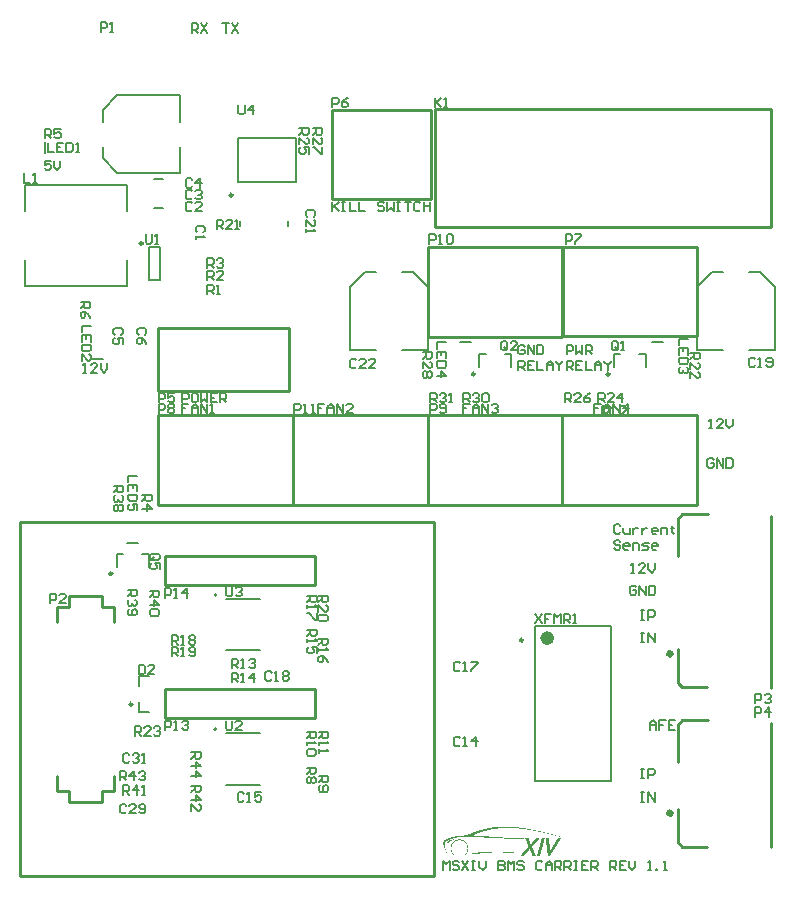
<source format=gto>
G04*
G04 #@! TF.GenerationSoftware,Altium Limited,Altium Designer,20.0.11 (256)*
G04*
G04 Layer_Color=65535*
%FSLAX25Y25*%
%MOIN*%
G70*
G01*
G75*
%ADD10C,0.00984*%
%ADD11C,0.01968*%
%ADD12C,0.00787*%
%ADD13C,0.02362*%
%ADD14C,0.01000*%
%ADD15C,0.00591*%
%ADD16C,0.00600*%
G36*
X161773Y16499D02*
X162451D01*
Y16485D01*
X162824D01*
Y16472D01*
X163129D01*
Y16458D01*
X163378D01*
Y16444D01*
X163613D01*
Y16430D01*
X163820D01*
Y16416D01*
X164014D01*
Y16402D01*
X164194D01*
Y16389D01*
X164360D01*
Y16375D01*
X164525D01*
Y16361D01*
X164678D01*
Y16347D01*
X164830D01*
Y16333D01*
X164968D01*
Y16319D01*
X165106D01*
Y16306D01*
X165245D01*
Y16292D01*
X165369D01*
Y16278D01*
X165494D01*
Y16264D01*
X165618D01*
Y16250D01*
X165743D01*
Y16236D01*
X165853D01*
Y16223D01*
X165978D01*
Y16209D01*
X166088D01*
Y16195D01*
X166199D01*
Y16181D01*
X166310D01*
Y16167D01*
X166420D01*
Y16153D01*
X166517D01*
Y16140D01*
X166628D01*
Y16126D01*
X166725D01*
Y16112D01*
X166821D01*
Y16098D01*
X166932D01*
Y16084D01*
X167029D01*
Y16071D01*
X167126D01*
Y16057D01*
X167222D01*
Y16043D01*
X167305D01*
Y16029D01*
X167402D01*
Y16015D01*
X167499D01*
Y16001D01*
X167582D01*
Y15988D01*
X167679D01*
Y15974D01*
X167762D01*
Y15960D01*
X167859D01*
Y15946D01*
X167942D01*
Y15932D01*
X168025D01*
Y15918D01*
X168108D01*
Y15904D01*
X168204D01*
Y15891D01*
X168287D01*
Y15877D01*
X168370D01*
Y15863D01*
X168453D01*
Y15849D01*
X168536D01*
Y15835D01*
X168605D01*
Y15822D01*
X168688D01*
Y15808D01*
X168772D01*
Y15794D01*
X168854D01*
Y15780D01*
X168937D01*
Y15766D01*
X169007D01*
Y15752D01*
X169090D01*
Y15739D01*
X169159D01*
Y15725D01*
X169242D01*
Y15711D01*
X169325D01*
Y15697D01*
X169394D01*
Y15683D01*
X169477D01*
Y15669D01*
X169546D01*
Y15656D01*
X169615D01*
Y15642D01*
X169698D01*
Y15628D01*
X169767D01*
Y15614D01*
X169836D01*
Y15600D01*
X169919D01*
Y15586D01*
X169989D01*
Y15573D01*
X170058D01*
Y15559D01*
X170127D01*
Y15545D01*
X170196D01*
Y15531D01*
X170279D01*
Y15517D01*
X170348D01*
Y15503D01*
X170417D01*
Y15490D01*
X170486D01*
Y15476D01*
X170556D01*
Y15462D01*
X170625D01*
Y15448D01*
X170694D01*
Y15434D01*
X170763D01*
Y15420D01*
X170832D01*
Y15407D01*
X170901D01*
Y15393D01*
X170970D01*
Y15379D01*
X171040D01*
Y15365D01*
X171095D01*
Y15351D01*
X171164D01*
Y15337D01*
X171233D01*
Y15324D01*
X171302D01*
Y15310D01*
X171372D01*
Y15296D01*
X171427D01*
Y15282D01*
X171496D01*
Y15268D01*
X171565D01*
Y15255D01*
X171634D01*
Y15241D01*
X171690D01*
Y15227D01*
X171759D01*
Y15213D01*
X171828D01*
Y15199D01*
X171883D01*
Y15185D01*
X171952D01*
Y15171D01*
X172022D01*
Y15158D01*
X172077D01*
Y15144D01*
X172146D01*
Y15130D01*
X172201D01*
Y15116D01*
X172271D01*
Y15102D01*
X172340D01*
Y15089D01*
X172395D01*
Y15075D01*
X172464D01*
Y15061D01*
X172520D01*
Y15047D01*
X172589D01*
Y15033D01*
X172644D01*
Y15019D01*
X172713D01*
Y15006D01*
X172768D01*
Y14992D01*
X172824D01*
Y14978D01*
X172893D01*
Y14964D01*
X172948D01*
Y14950D01*
X173017D01*
Y14936D01*
X173073D01*
Y14923D01*
X173142D01*
Y14909D01*
X173197D01*
Y14895D01*
X173252D01*
Y14881D01*
X173322D01*
Y14867D01*
X173377D01*
Y14853D01*
X173432D01*
Y14840D01*
X173501D01*
Y14826D01*
X173557D01*
Y14812D01*
X173612D01*
Y14798D01*
X173681D01*
Y14784D01*
X173737D01*
Y14770D01*
X173792D01*
Y14757D01*
X173847D01*
Y14743D01*
X173916D01*
Y14729D01*
X173972D01*
Y14715D01*
X174027D01*
Y14701D01*
X174082D01*
Y14687D01*
X174151D01*
Y14674D01*
X174207D01*
Y14660D01*
X174262D01*
Y14646D01*
X174317D01*
Y14632D01*
X174373D01*
Y14618D01*
X174428D01*
Y14604D01*
X174497D01*
Y14591D01*
X174553D01*
Y14577D01*
X174608D01*
Y14563D01*
X174663D01*
Y14549D01*
X174718D01*
Y14535D01*
X174774D01*
Y14522D01*
X174829D01*
Y14508D01*
X174898D01*
Y14494D01*
X174954D01*
Y14480D01*
X175009D01*
Y14466D01*
X175064D01*
Y14452D01*
X175120D01*
Y14438D01*
X175175D01*
Y14425D01*
X175230D01*
Y14411D01*
X175285D01*
Y14397D01*
X175341D01*
Y14383D01*
X175396D01*
Y14369D01*
X175452D01*
Y14356D01*
X175507D01*
Y14342D01*
X175562D01*
Y14328D01*
X175617D01*
Y14314D01*
X175673D01*
Y14300D01*
X175728D01*
Y14286D01*
X175783D01*
Y14273D01*
X175839D01*
Y14259D01*
X175894D01*
Y14245D01*
X175949D01*
Y14231D01*
X176005D01*
Y14217D01*
X176060D01*
Y14203D01*
X176115D01*
Y14190D01*
X176171D01*
Y14176D01*
X176226D01*
Y14162D01*
X176281D01*
Y14148D01*
X176337D01*
Y14134D01*
X176392D01*
Y14120D01*
X176447D01*
Y14107D01*
X176503D01*
Y14093D01*
X176558D01*
Y14079D01*
X176599D01*
Y14065D01*
X176655D01*
Y14051D01*
X176710D01*
Y14037D01*
X176765D01*
Y14024D01*
X176821D01*
Y14010D01*
X176876D01*
Y13996D01*
X176931D01*
Y13982D01*
X176987D01*
Y13968D01*
X177028D01*
Y13954D01*
X177084D01*
Y13941D01*
X177139D01*
Y13927D01*
X177194D01*
Y13913D01*
X177249D01*
Y13899D01*
X177305D01*
Y13885D01*
X177360D01*
Y13871D01*
X177402D01*
Y13858D01*
X177457D01*
Y13844D01*
X177512D01*
Y13830D01*
X177568D01*
Y13816D01*
X177623D01*
Y13802D01*
X177664D01*
Y13789D01*
X177720D01*
Y13775D01*
X177775D01*
Y13761D01*
X177830D01*
Y13747D01*
X177886D01*
Y13733D01*
X177927D01*
Y13719D01*
X177982D01*
Y13705D01*
X178038D01*
Y13692D01*
X178093D01*
Y13678D01*
X178148D01*
Y13664D01*
X178190D01*
Y13650D01*
X178245D01*
Y13636D01*
X178300D01*
Y13623D01*
X178356D01*
Y13609D01*
X178397D01*
Y13595D01*
X178453D01*
Y13581D01*
X178508D01*
Y13567D01*
X178563D01*
Y13553D01*
X178605D01*
Y13540D01*
X178660D01*
Y13526D01*
X178715D01*
Y13512D01*
X178757D01*
Y13498D01*
X178812D01*
Y13484D01*
X178868D01*
Y13470D01*
X178923D01*
Y13456D01*
X178964D01*
Y13443D01*
X179020D01*
Y13429D01*
X179075D01*
Y13415D01*
X179116D01*
Y13401D01*
X179172D01*
Y13387D01*
X179227D01*
Y13374D01*
X179282D01*
Y13360D01*
X179324D01*
Y13346D01*
X179379D01*
Y13332D01*
X179435D01*
Y13318D01*
X179476D01*
Y13304D01*
X179531D01*
Y13291D01*
X179587D01*
Y13277D01*
X179628D01*
Y13263D01*
X179683D01*
Y13249D01*
X179739D01*
Y13235D01*
X179780D01*
Y13221D01*
X179836D01*
Y13208D01*
X179877D01*
Y13194D01*
X179932D01*
Y13180D01*
X179988D01*
Y13166D01*
X180029D01*
Y13152D01*
X180085D01*
Y13138D01*
X180140D01*
Y13125D01*
X180181D01*
Y13111D01*
X180237D01*
Y13097D01*
X180292D01*
Y13083D01*
X180320D01*
Y13069D01*
Y13056D01*
X180306D01*
Y13042D01*
X180251D01*
Y13056D01*
X180195D01*
Y13069D01*
X180140D01*
Y13083D01*
X180071D01*
Y13097D01*
X180016D01*
Y13111D01*
X179960D01*
Y13125D01*
X179891D01*
Y13138D01*
X179836D01*
Y13152D01*
X179780D01*
Y13166D01*
X179711D01*
Y13180D01*
X179656D01*
Y13194D01*
X179601D01*
Y13208D01*
X179545D01*
Y13221D01*
X179476D01*
Y13235D01*
X179421D01*
Y13249D01*
X179366D01*
Y13263D01*
X179310D01*
Y13277D01*
X179255D01*
Y13291D01*
X179186D01*
Y13304D01*
X179130D01*
Y13318D01*
X179075D01*
Y13332D01*
X179020D01*
Y13346D01*
X178964D01*
Y13360D01*
X178909D01*
Y13374D01*
X178840D01*
Y13387D01*
X178785D01*
Y13401D01*
X178729D01*
Y13415D01*
X178674D01*
Y13429D01*
X178619D01*
Y13443D01*
X178563D01*
Y13456D01*
X178508D01*
Y13470D01*
X178453D01*
Y13484D01*
X178384D01*
Y13498D01*
X178328D01*
Y13512D01*
X178273D01*
Y13526D01*
X178217D01*
Y13540D01*
X178162D01*
Y13553D01*
X178107D01*
Y13567D01*
X178052D01*
Y13581D01*
X177996D01*
Y13595D01*
X177941D01*
Y13609D01*
X177872D01*
Y13623D01*
X177816D01*
Y13636D01*
X177761D01*
Y13650D01*
X177706D01*
Y13664D01*
X177650D01*
Y13678D01*
X177595D01*
Y13692D01*
X177540D01*
Y13705D01*
X177485D01*
Y13719D01*
X177429D01*
Y13733D01*
X177374D01*
Y13747D01*
X177319D01*
Y13761D01*
X177249D01*
Y13775D01*
X177194D01*
Y13789D01*
X177139D01*
Y13802D01*
X177084D01*
Y13816D01*
X177028D01*
Y13830D01*
X176973D01*
Y13844D01*
X176918D01*
Y13858D01*
X176862D01*
Y13871D01*
X176807D01*
Y13885D01*
X176751D01*
Y13899D01*
X176682D01*
Y13913D01*
X176627D01*
Y13927D01*
X176572D01*
Y13941D01*
X176516D01*
Y13954D01*
X176461D01*
Y13968D01*
X176406D01*
Y13982D01*
X176350D01*
Y13996D01*
X176281D01*
Y14010D01*
X176226D01*
Y14024D01*
X176171D01*
Y14037D01*
X176115D01*
Y14051D01*
X176060D01*
Y14065D01*
X176005D01*
Y14079D01*
X175949D01*
Y14093D01*
X175880D01*
Y14107D01*
X175825D01*
Y14120D01*
X175770D01*
Y14134D01*
X175714D01*
Y14148D01*
X175659D01*
Y14162D01*
X175590D01*
Y14176D01*
X175534D01*
Y14190D01*
X175479D01*
Y14203D01*
X175424D01*
Y14217D01*
X175368D01*
Y14231D01*
X175299D01*
Y14245D01*
X175244D01*
Y14259D01*
X175189D01*
Y14273D01*
X175133D01*
Y14286D01*
X175064D01*
Y14300D01*
X175009D01*
Y14314D01*
X174954D01*
Y14328D01*
X174884D01*
Y14342D01*
X174829D01*
Y14356D01*
X174774D01*
Y14369D01*
X174718D01*
Y14383D01*
X174649D01*
Y14397D01*
X174594D01*
Y14411D01*
X174525D01*
Y14425D01*
X174469D01*
Y14438D01*
X174414D01*
Y14452D01*
X174345D01*
Y14466D01*
X174290D01*
Y14480D01*
X174234D01*
Y14494D01*
X174165D01*
Y14508D01*
X174110D01*
Y14522D01*
X174041D01*
Y14535D01*
X173986D01*
Y14549D01*
X173916D01*
Y14563D01*
X173861D01*
Y14577D01*
X173792D01*
Y14591D01*
X173737D01*
Y14604D01*
X173667D01*
Y14618D01*
X173612D01*
Y14632D01*
X173543D01*
Y14646D01*
X173488D01*
Y14660D01*
X173418D01*
Y14674D01*
X173363D01*
Y14687D01*
X173294D01*
Y14701D01*
X173225D01*
Y14715D01*
X173170D01*
Y14729D01*
X173100D01*
Y14743D01*
X173045D01*
Y14757D01*
X172976D01*
Y14770D01*
X172907D01*
Y14784D01*
X172838D01*
Y14798D01*
X172782D01*
Y14812D01*
X172713D01*
Y14826D01*
X172644D01*
Y14840D01*
X172575D01*
Y14853D01*
X172520D01*
Y14867D01*
X172450D01*
Y14881D01*
X172381D01*
Y14895D01*
X172312D01*
Y14909D01*
X172243D01*
Y14923D01*
X172174D01*
Y14936D01*
X172105D01*
Y14950D01*
X172035D01*
Y14964D01*
X171966D01*
Y14978D01*
X171897D01*
Y14992D01*
X171828D01*
Y15006D01*
X171759D01*
Y15019D01*
X171690D01*
Y15033D01*
X171621D01*
Y15047D01*
X171551D01*
Y15061D01*
X171482D01*
Y15075D01*
X171413D01*
Y15089D01*
X171330D01*
Y15102D01*
X171261D01*
Y15116D01*
X171192D01*
Y15130D01*
X171123D01*
Y15144D01*
X171040D01*
Y15158D01*
X170970D01*
Y15171D01*
X170887D01*
Y15185D01*
X170818D01*
Y15199D01*
X170749D01*
Y15213D01*
X170666D01*
Y15227D01*
X170583D01*
Y15241D01*
X170514D01*
Y15255D01*
X170431D01*
Y15268D01*
X170362D01*
Y15282D01*
X170279D01*
Y15296D01*
X170196D01*
Y15310D01*
X170113D01*
Y15324D01*
X170030D01*
Y15337D01*
X169961D01*
Y15351D01*
X169878D01*
Y15365D01*
X169795D01*
Y15379D01*
X169712D01*
Y15393D01*
X169615D01*
Y15407D01*
X169532D01*
Y15420D01*
X169449D01*
Y15434D01*
X169366D01*
Y15448D01*
X169269D01*
Y15462D01*
X169186D01*
Y15476D01*
X169090D01*
Y15490D01*
X169007D01*
Y15503D01*
X168910D01*
Y15517D01*
X168827D01*
Y15531D01*
X168730D01*
Y15545D01*
X168633D01*
Y15559D01*
X168536D01*
Y15573D01*
X168439D01*
Y15586D01*
X168343D01*
Y15600D01*
X168246D01*
Y15614D01*
X168135D01*
Y15628D01*
X168038D01*
Y15642D01*
X167928D01*
Y15656D01*
X167817D01*
Y15669D01*
X167720D01*
Y15683D01*
X167610D01*
Y15697D01*
X167485D01*
Y15711D01*
X167375D01*
Y15725D01*
X167264D01*
Y15739D01*
X167139D01*
Y15752D01*
X167015D01*
Y15766D01*
X166891D01*
Y15780D01*
X166766D01*
Y15794D01*
X166628D01*
Y15808D01*
X166490D01*
Y15822D01*
X166351D01*
Y15835D01*
X166213D01*
Y15849D01*
X166061D01*
Y15863D01*
X165895D01*
Y15877D01*
X165729D01*
Y15891D01*
X165563D01*
Y15904D01*
X165383D01*
Y15918D01*
X165189D01*
Y15932D01*
X164982D01*
Y15946D01*
X164761D01*
Y15960D01*
X164512D01*
Y15974D01*
X164221D01*
Y15988D01*
X163889D01*
Y16001D01*
X163433D01*
Y16015D01*
X161677D01*
Y16001D01*
X161234D01*
Y15988D01*
X160916D01*
Y15974D01*
X160653D01*
Y15960D01*
X160418D01*
Y15946D01*
X160211D01*
Y15932D01*
X160031D01*
Y15918D01*
X159851D01*
Y15904D01*
X159685D01*
Y15891D01*
X159533D01*
Y15877D01*
X159381D01*
Y15863D01*
X159242D01*
Y15849D01*
X159118D01*
Y15835D01*
X158980D01*
Y15822D01*
X158869D01*
Y15808D01*
X158745D01*
Y15794D01*
X158634D01*
Y15780D01*
X158523D01*
Y15766D01*
X158413D01*
Y15752D01*
X158302D01*
Y15739D01*
X158205D01*
Y15725D01*
X158108D01*
Y15711D01*
X158011D01*
Y15697D01*
X157915D01*
Y15683D01*
X157818D01*
Y15669D01*
X157735D01*
Y15656D01*
X157652D01*
Y15642D01*
X157555D01*
Y15628D01*
X157472D01*
Y15614D01*
X157389D01*
Y15600D01*
X157306D01*
Y15586D01*
X157223D01*
Y15573D01*
X157154D01*
Y15559D01*
X157071D01*
Y15545D01*
X156988D01*
Y15531D01*
X156919D01*
Y15517D01*
X156850D01*
Y15503D01*
X156767D01*
Y15490D01*
X156698D01*
Y15476D01*
X156628D01*
Y15462D01*
X156559D01*
Y15448D01*
X156490D01*
Y15434D01*
X156421D01*
Y15420D01*
X156352D01*
Y15407D01*
X156283D01*
Y15393D01*
X156227D01*
Y15379D01*
X156158D01*
Y15365D01*
X156089D01*
Y15351D01*
X156034D01*
Y15337D01*
X155965D01*
Y15324D01*
X155909D01*
Y15310D01*
X155840D01*
Y15296D01*
X155785D01*
Y15282D01*
X155729D01*
Y15268D01*
X155660D01*
Y15255D01*
X155605D01*
Y15241D01*
X155550D01*
Y15227D01*
X155494D01*
Y15213D01*
X155439D01*
Y15199D01*
X155370D01*
Y15185D01*
X155315D01*
Y15171D01*
X155259D01*
Y15158D01*
X155204D01*
Y15144D01*
X155162D01*
Y15130D01*
X155107D01*
Y15116D01*
X155052D01*
Y15102D01*
X154997D01*
Y15089D01*
X154941D01*
Y15075D01*
X154886D01*
Y15061D01*
X154844D01*
Y15047D01*
X154789D01*
Y15033D01*
X154734D01*
Y15019D01*
X154692D01*
Y15006D01*
X154637D01*
Y14992D01*
X154582D01*
Y14978D01*
X154540D01*
Y14964D01*
X154485D01*
Y14950D01*
X154443D01*
Y14936D01*
X154388D01*
Y14923D01*
X154346D01*
Y14909D01*
X154291D01*
Y14895D01*
X154250D01*
Y14881D01*
X154208D01*
Y14867D01*
X154153D01*
Y14853D01*
X154111D01*
Y14840D01*
X154070D01*
Y14826D01*
X154015D01*
Y14812D01*
X153973D01*
Y14798D01*
X153931D01*
Y14784D01*
X153876D01*
Y14770D01*
X153835D01*
Y14757D01*
X153793D01*
Y14743D01*
X153752D01*
Y14729D01*
X153710D01*
Y14715D01*
X153669D01*
Y14701D01*
X153613D01*
Y14687D01*
X153572D01*
Y14674D01*
X153530D01*
Y14660D01*
X153489D01*
Y14646D01*
X153447D01*
Y14632D01*
X153406D01*
Y14618D01*
X153365D01*
Y14604D01*
X153323D01*
Y14591D01*
X153281D01*
Y14577D01*
X153240D01*
Y14563D01*
X153199D01*
Y14549D01*
X153157D01*
Y14535D01*
X153116D01*
Y14522D01*
X153088D01*
Y14508D01*
X153046D01*
Y14494D01*
X153005D01*
Y14480D01*
X152963D01*
Y14466D01*
X152922D01*
Y14452D01*
X152880D01*
Y14438D01*
X152853D01*
Y14425D01*
X152811D01*
Y14411D01*
X152770D01*
Y14397D01*
X152728D01*
Y14383D01*
X152687D01*
Y14369D01*
X152659D01*
Y14356D01*
X152618D01*
Y14342D01*
X152576D01*
Y14328D01*
X152549D01*
Y14314D01*
X152507D01*
Y14300D01*
X152465D01*
Y14286D01*
X152438D01*
Y14273D01*
X152396D01*
Y14259D01*
X152355D01*
Y14245D01*
X152327D01*
Y14231D01*
X152286D01*
Y14217D01*
X152244D01*
Y14203D01*
X152217D01*
Y14190D01*
X152175D01*
Y14176D01*
X152147D01*
Y14162D01*
X152106D01*
Y14148D01*
X152078D01*
Y14134D01*
X152037D01*
Y14120D01*
X152009D01*
Y14107D01*
X151968D01*
Y14093D01*
X151940D01*
Y14079D01*
X151899D01*
Y14065D01*
X151871D01*
Y14051D01*
X151829D01*
Y14037D01*
X151802D01*
Y14024D01*
X151760D01*
Y14010D01*
X151733D01*
Y13996D01*
X151691D01*
Y13982D01*
X151663D01*
Y13968D01*
X151636D01*
Y13954D01*
X151594D01*
Y13941D01*
X151567D01*
Y13927D01*
X151539D01*
Y13913D01*
X151497D01*
Y13899D01*
X151470D01*
Y13885D01*
X151428D01*
Y13871D01*
X151401D01*
Y13858D01*
X151373D01*
Y13844D01*
X151331D01*
Y13830D01*
X151304D01*
Y13816D01*
X151276D01*
Y13802D01*
X151249D01*
Y13789D01*
X151207D01*
Y13775D01*
X151179D01*
Y13761D01*
X151152D01*
Y13747D01*
X151110D01*
Y13733D01*
X151083D01*
Y13719D01*
X151055D01*
Y13705D01*
X151027D01*
Y13692D01*
X150986D01*
Y13678D01*
X150958D01*
Y13664D01*
X150930D01*
Y13650D01*
X150903D01*
Y13636D01*
X150875D01*
Y13623D01*
X150833D01*
Y13609D01*
X150806D01*
Y13595D01*
X150778D01*
Y13581D01*
X150751D01*
Y13567D01*
X150723D01*
Y13553D01*
X150709D01*
Y13540D01*
X151055D01*
Y13526D01*
X151414D01*
Y13512D01*
X151719D01*
Y13498D01*
X151981D01*
Y13484D01*
X152244D01*
Y13470D01*
X152479D01*
Y13456D01*
X152715D01*
Y13443D01*
X152922D01*
Y13429D01*
X153143D01*
Y13415D01*
X153351D01*
Y13401D01*
X153544D01*
Y13387D01*
X153738D01*
Y13374D01*
X153931D01*
Y13360D01*
X154125D01*
Y13346D01*
X154319D01*
Y13332D01*
X154499D01*
Y13318D01*
X154678D01*
Y13304D01*
X154872D01*
Y13291D01*
X155052D01*
Y13277D01*
X155232D01*
Y13263D01*
X155397D01*
Y13249D01*
X155577D01*
Y13235D01*
X155757D01*
Y13221D01*
X155937D01*
Y13208D01*
X156117D01*
Y13194D01*
X156283D01*
Y13180D01*
X156463D01*
Y13166D01*
X156642D01*
Y13152D01*
X156808D01*
Y13138D01*
X156988D01*
Y13125D01*
X157168D01*
Y13111D01*
X157334D01*
Y13097D01*
X157514D01*
Y13083D01*
X157693D01*
Y13069D01*
X157873D01*
Y13056D01*
X158053D01*
Y13042D01*
X158233D01*
Y13028D01*
X158413D01*
Y13014D01*
X158592D01*
Y13000D01*
X158786D01*
Y12986D01*
X158966D01*
Y12972D01*
X159159D01*
Y12959D01*
X159339D01*
Y12945D01*
X159533D01*
Y12931D01*
X159726D01*
Y12917D01*
X159920D01*
Y12903D01*
X160114D01*
Y12889D01*
X160321D01*
Y12876D01*
X160515D01*
Y12862D01*
X160722D01*
Y12848D01*
X160930D01*
Y12834D01*
X161151D01*
Y12820D01*
X161358D01*
Y12807D01*
X161580D01*
Y12793D01*
X161815D01*
Y12779D01*
X162036D01*
Y12765D01*
X162271D01*
Y12751D01*
X162520D01*
Y12737D01*
X162769D01*
Y12724D01*
X163032D01*
Y12710D01*
X163295D01*
Y12696D01*
X163571D01*
Y12682D01*
X163862D01*
Y12668D01*
X164180D01*
Y12654D01*
X164498D01*
Y12641D01*
X164844D01*
Y12627D01*
X165217D01*
Y12613D01*
X165646D01*
Y12599D01*
X166116D01*
Y12585D01*
X166697D01*
Y12571D01*
X167499D01*
Y12558D01*
X167789D01*
Y12544D01*
Y12530D01*
Y12516D01*
X167651D01*
Y12502D01*
X167195D01*
Y12488D01*
X166628D01*
Y12475D01*
X165701D01*
Y12461D01*
X163945D01*
Y12475D01*
X162949D01*
Y12488D01*
X162313D01*
Y12502D01*
X161787D01*
Y12516D01*
X161331D01*
Y12530D01*
X160916D01*
Y12544D01*
X160542D01*
Y12558D01*
X160183D01*
Y12571D01*
X159851D01*
Y12585D01*
X159533D01*
Y12599D01*
X159215D01*
Y12613D01*
X158924D01*
Y12627D01*
X158634D01*
Y12641D01*
X158357D01*
Y12654D01*
X158081D01*
Y12668D01*
X157818D01*
Y12682D01*
X157555D01*
Y12696D01*
X157306D01*
Y12710D01*
X157057D01*
Y12724D01*
X156808D01*
Y12737D01*
X156559D01*
Y12751D01*
X156310D01*
Y12765D01*
X156075D01*
Y12779D01*
X155826D01*
Y12793D01*
X155591D01*
Y12807D01*
X155356D01*
Y12820D01*
X155121D01*
Y12834D01*
X154886D01*
Y12848D01*
X154637D01*
Y12862D01*
X154402D01*
Y12876D01*
X154167D01*
Y12889D01*
X153918D01*
Y12903D01*
X153683D01*
Y12917D01*
X153434D01*
Y12931D01*
X153185D01*
Y12945D01*
X152936D01*
Y12959D01*
X152673D01*
Y12972D01*
X152396D01*
Y12986D01*
X152120D01*
Y13000D01*
X151843D01*
Y13014D01*
X151539D01*
Y13028D01*
X151207D01*
Y13042D01*
X150861D01*
Y13056D01*
X150460D01*
Y13069D01*
X149976D01*
Y13083D01*
X149077D01*
Y13097D01*
X148621D01*
Y13083D01*
X147860D01*
Y13069D01*
X147500D01*
Y13056D01*
X147224D01*
Y13042D01*
X147003D01*
Y13028D01*
X146809D01*
Y13014D01*
X146643D01*
Y13000D01*
X146491D01*
Y12986D01*
X146353D01*
Y12972D01*
X146228D01*
Y12959D01*
X146117D01*
Y12945D01*
X146007D01*
Y12931D01*
X145896D01*
Y12917D01*
X145799D01*
Y12903D01*
X145703D01*
Y12889D01*
X145619D01*
Y12876D01*
X145536D01*
Y12862D01*
X145454D01*
Y12848D01*
X145371D01*
Y12834D01*
X145301D01*
Y12820D01*
X145232D01*
Y12807D01*
X145149D01*
Y12793D01*
X145094D01*
Y12779D01*
X145025D01*
Y12765D01*
X144956D01*
Y12751D01*
X144900D01*
Y12737D01*
X144831D01*
Y12724D01*
X144776D01*
Y12710D01*
X144720D01*
Y12696D01*
X144665D01*
Y12682D01*
X144610D01*
Y12668D01*
X144555D01*
Y12654D01*
X144499D01*
Y12641D01*
X144444D01*
Y12627D01*
X144403D01*
Y12613D01*
X144347D01*
Y12599D01*
X144292D01*
Y12585D01*
X144250D01*
Y12571D01*
X144195D01*
Y12558D01*
X144153D01*
Y12544D01*
X144112D01*
Y12530D01*
X144057D01*
Y12516D01*
X144015D01*
Y12502D01*
X143974D01*
Y12488D01*
X143932D01*
Y12475D01*
X143891D01*
Y12461D01*
X143849D01*
Y12447D01*
X143808D01*
Y12433D01*
X143766D01*
Y12419D01*
X143725D01*
Y12405D01*
X143683D01*
Y12392D01*
X143642D01*
Y12378D01*
X143600D01*
Y12364D01*
X143559D01*
Y12350D01*
X143517D01*
Y12336D01*
X143476D01*
Y12323D01*
X143434D01*
Y12309D01*
X143407D01*
Y12295D01*
X143365D01*
Y12281D01*
X143324D01*
Y12267D01*
X143296D01*
Y12253D01*
X143254D01*
Y12240D01*
X143213D01*
Y12226D01*
X143172D01*
Y12212D01*
X143144D01*
Y12198D01*
X143102D01*
Y12184D01*
X143075D01*
Y12170D01*
X143033D01*
Y12156D01*
X142992D01*
Y12143D01*
X142964D01*
Y12129D01*
X142923D01*
Y12115D01*
X142895D01*
Y12101D01*
X142867D01*
Y12087D01*
X142826D01*
Y12073D01*
X142798D01*
Y12060D01*
X142757D01*
Y12046D01*
X142729D01*
Y12032D01*
X142701D01*
Y12018D01*
X142674D01*
Y12004D01*
X142632D01*
Y11991D01*
X142604D01*
Y11977D01*
X142577D01*
Y11963D01*
X142549D01*
Y11949D01*
X142522D01*
Y11935D01*
X142494D01*
Y11921D01*
X142466D01*
Y11908D01*
X142439D01*
Y11894D01*
X142411D01*
Y11880D01*
X142383D01*
Y11866D01*
X142356D01*
Y11852D01*
X142328D01*
Y11838D01*
X142300D01*
Y11825D01*
X142286D01*
Y11811D01*
X142259D01*
Y11797D01*
X142231D01*
Y11783D01*
X142217D01*
Y11769D01*
X142190D01*
Y11755D01*
X142162D01*
Y11742D01*
X142148D01*
Y11728D01*
X142121D01*
Y11714D01*
X142107D01*
Y11700D01*
X142079D01*
Y11686D01*
X142065D01*
Y11672D01*
X142051D01*
Y11659D01*
X142024D01*
Y11645D01*
X142010D01*
Y11631D01*
X141996D01*
Y11617D01*
X141968D01*
Y11603D01*
X141955D01*
Y11590D01*
X141941D01*
Y11576D01*
X141927D01*
Y11562D01*
X141913D01*
Y11548D01*
X141899D01*
Y11534D01*
X141885D01*
Y11520D01*
X141872D01*
Y11507D01*
X141858D01*
Y11493D01*
X141844D01*
Y11479D01*
X141830D01*
Y11465D01*
X141816D01*
Y11451D01*
X141802D01*
Y11437D01*
X141788D01*
Y11423D01*
X141775D01*
Y11410D01*
X141761D01*
Y11396D01*
X141747D01*
Y11382D01*
X141733D01*
Y11368D01*
Y11354D01*
X141719D01*
Y11340D01*
X141706D01*
Y11327D01*
X141692D01*
Y11313D01*
Y11299D01*
X141678D01*
Y11285D01*
X141664D01*
Y11271D01*
Y11258D01*
X141650D01*
Y11244D01*
X141636D01*
Y11230D01*
Y11216D01*
X141623D01*
Y11202D01*
Y11188D01*
X141609D01*
Y11175D01*
Y11161D01*
X141595D01*
Y11147D01*
Y11133D01*
X141581D01*
Y11119D01*
Y11105D01*
X141567D01*
Y11092D01*
Y11078D01*
X141553D01*
Y11064D01*
Y11050D01*
Y11036D01*
X141540D01*
Y11022D01*
Y11009D01*
Y10995D01*
X141526D01*
Y10981D01*
Y10967D01*
Y10953D01*
X141512D01*
Y10939D01*
Y10926D01*
Y10912D01*
X141498D01*
Y10898D01*
Y10884D01*
Y10870D01*
Y10857D01*
X141484D01*
Y10843D01*
Y10829D01*
Y10815D01*
Y10801D01*
Y10787D01*
X141470D01*
Y10774D01*
Y10760D01*
Y10746D01*
Y10732D01*
Y10718D01*
Y10704D01*
Y10690D01*
X141457D01*
Y10677D01*
Y10663D01*
Y10649D01*
Y10635D01*
Y10621D01*
Y10607D01*
Y10594D01*
Y10580D01*
Y10566D01*
Y10552D01*
Y10538D01*
X141443D01*
Y10525D01*
Y10511D01*
Y10497D01*
Y10483D01*
Y10469D01*
Y10455D01*
Y10441D01*
Y10428D01*
Y10414D01*
Y10400D01*
Y10386D01*
Y10372D01*
Y10359D01*
Y10345D01*
Y10331D01*
Y10317D01*
X141457D01*
Y10303D01*
Y10289D01*
Y10276D01*
Y10262D01*
Y10248D01*
Y10234D01*
Y10220D01*
Y10206D01*
Y10193D01*
Y10179D01*
Y10165D01*
Y10151D01*
Y10137D01*
Y10123D01*
X141470D01*
Y10110D01*
Y10096D01*
Y10082D01*
Y10068D01*
Y10054D01*
Y10041D01*
Y10027D01*
Y10013D01*
X141484D01*
Y9999D01*
Y9985D01*
Y9971D01*
Y9957D01*
Y9944D01*
Y9930D01*
Y9916D01*
X141498D01*
Y9902D01*
Y9888D01*
Y9875D01*
Y9861D01*
Y9847D01*
Y9833D01*
X141512D01*
Y9819D01*
Y9805D01*
Y9792D01*
Y9778D01*
Y9764D01*
X141526D01*
Y9750D01*
Y9736D01*
Y9722D01*
Y9708D01*
Y9695D01*
Y9681D01*
X141540D01*
Y9667D01*
Y9653D01*
Y9639D01*
Y9626D01*
X141553D01*
Y9612D01*
Y9598D01*
Y9584D01*
Y9570D01*
Y9556D01*
X141567D01*
Y9543D01*
Y9529D01*
Y9515D01*
Y9501D01*
X141581D01*
Y9487D01*
Y9473D01*
Y9460D01*
Y9446D01*
X141595D01*
Y9432D01*
Y9418D01*
Y9404D01*
Y9390D01*
X141609D01*
Y9377D01*
Y9363D01*
Y9349D01*
Y9335D01*
X141623D01*
Y9321D01*
Y9307D01*
Y9294D01*
Y9280D01*
X141636D01*
Y9266D01*
Y9252D01*
Y9238D01*
X141650D01*
Y9224D01*
Y9211D01*
Y9197D01*
Y9183D01*
X141664D01*
Y9169D01*
Y9155D01*
Y9142D01*
Y9128D01*
X141678D01*
Y9114D01*
Y9100D01*
Y9086D01*
X141692D01*
Y9072D01*
Y9059D01*
Y9045D01*
X141706D01*
Y9031D01*
Y9017D01*
Y9003D01*
Y8989D01*
X141719D01*
Y8975D01*
Y8962D01*
Y8948D01*
X141733D01*
Y8934D01*
Y8920D01*
Y8906D01*
X141747D01*
Y8892D01*
Y8879D01*
Y8865D01*
X141761D01*
Y8851D01*
Y8837D01*
Y8823D01*
Y8810D01*
X141775D01*
Y8796D01*
Y8782D01*
Y8768D01*
X141788D01*
Y8754D01*
Y8740D01*
Y8727D01*
X141802D01*
Y8713D01*
Y8699D01*
Y8685D01*
X141816D01*
Y8671D01*
Y8657D01*
Y8644D01*
X141830D01*
Y8630D01*
Y8616D01*
Y8602D01*
X141844D01*
Y8588D01*
Y8574D01*
Y8561D01*
X141858D01*
Y8547D01*
Y8533D01*
Y8519D01*
X141872D01*
Y8505D01*
Y8491D01*
Y8478D01*
X141885D01*
Y8464D01*
Y8450D01*
X141899D01*
Y8436D01*
Y8422D01*
Y8409D01*
X141913D01*
Y8395D01*
Y8381D01*
Y8367D01*
X141927D01*
Y8353D01*
Y8339D01*
Y8326D01*
X141941D01*
Y8312D01*
Y8298D01*
Y8284D01*
X141955D01*
Y8270D01*
Y8256D01*
X141968D01*
Y8242D01*
Y8229D01*
Y8215D01*
X141982D01*
Y8201D01*
Y8187D01*
Y8173D01*
X141996D01*
Y8160D01*
Y8146D01*
Y8132D01*
X142010D01*
Y8118D01*
Y8104D01*
X142024D01*
Y8090D01*
Y8077D01*
Y8063D01*
X142037D01*
Y8049D01*
Y8035D01*
Y8021D01*
X142051D01*
Y8007D01*
Y7994D01*
X142065D01*
Y7980D01*
Y7966D01*
Y7952D01*
X142079D01*
Y7938D01*
Y7925D01*
Y7911D01*
X142093D01*
Y7897D01*
Y7883D01*
X142107D01*
Y7869D01*
Y7855D01*
Y7841D01*
X142121D01*
Y7828D01*
Y7814D01*
X142134D01*
Y7800D01*
Y7786D01*
Y7772D01*
X142148D01*
Y7758D01*
Y7745D01*
Y7731D01*
X142162D01*
Y7717D01*
Y7703D01*
X142176D01*
Y7689D01*
Y7676D01*
Y7662D01*
X142190D01*
Y7648D01*
Y7634D01*
X142203D01*
Y7620D01*
Y7606D01*
Y7593D01*
X142217D01*
Y7579D01*
Y7565D01*
X142231D01*
Y7551D01*
Y7537D01*
Y7523D01*
X142245D01*
Y7509D01*
Y7496D01*
X142259D01*
Y7482D01*
Y7468D01*
Y7454D01*
X142273D01*
Y7440D01*
Y7427D01*
X142286D01*
Y7413D01*
Y7399D01*
Y7385D01*
X142300D01*
Y7371D01*
Y7357D01*
X142314D01*
Y7344D01*
Y7330D01*
Y7316D01*
X142273D01*
Y7330D01*
X142259D01*
Y7344D01*
Y7357D01*
X142245D01*
Y7371D01*
Y7385D01*
X142231D01*
Y7399D01*
Y7413D01*
X142217D01*
Y7427D01*
Y7440D01*
Y7454D01*
X142203D01*
Y7468D01*
Y7482D01*
X142190D01*
Y7496D01*
Y7509D01*
X142176D01*
Y7523D01*
Y7537D01*
X142162D01*
Y7551D01*
Y7565D01*
X142148D01*
Y7579D01*
Y7593D01*
X142134D01*
Y7606D01*
Y7620D01*
X142121D01*
Y7634D01*
Y7648D01*
X142107D01*
Y7662D01*
Y7676D01*
Y7689D01*
X142093D01*
Y7703D01*
Y7717D01*
X142079D01*
Y7731D01*
Y7745D01*
X142065D01*
Y7758D01*
Y7772D01*
X142051D01*
Y7786D01*
Y7800D01*
X142037D01*
Y7814D01*
Y7828D01*
X142024D01*
Y7841D01*
Y7855D01*
X142010D01*
Y7869D01*
Y7883D01*
Y7897D01*
X141996D01*
Y7911D01*
Y7925D01*
X141982D01*
Y7938D01*
Y7952D01*
X141968D01*
Y7966D01*
Y7980D01*
X141955D01*
Y7994D01*
Y8007D01*
X141941D01*
Y8021D01*
Y8035D01*
X141927D01*
Y8049D01*
Y8063D01*
Y8077D01*
X141913D01*
Y8090D01*
Y8104D01*
X141899D01*
Y8118D01*
Y8132D01*
X141885D01*
Y8146D01*
Y8160D01*
X141872D01*
Y8173D01*
Y8187D01*
X141858D01*
Y8201D01*
Y8215D01*
X141844D01*
Y8229D01*
Y8242D01*
Y8256D01*
X141830D01*
Y8270D01*
Y8284D01*
X141816D01*
Y8298D01*
Y8312D01*
X141802D01*
Y8326D01*
Y8339D01*
X141788D01*
Y8353D01*
Y8367D01*
X141775D01*
Y8381D01*
Y8395D01*
Y8409D01*
X141761D01*
Y8422D01*
Y8436D01*
X141747D01*
Y8450D01*
Y8464D01*
X141733D01*
Y8478D01*
Y8491D01*
X141719D01*
Y8505D01*
Y8519D01*
Y8533D01*
X141706D01*
Y8547D01*
Y8561D01*
X141692D01*
Y8574D01*
Y8588D01*
X141678D01*
Y8602D01*
Y8616D01*
X141664D01*
Y8630D01*
Y8644D01*
Y8657D01*
X141650D01*
Y8671D01*
Y8685D01*
X141636D01*
Y8699D01*
Y8713D01*
X141623D01*
Y8727D01*
Y8740D01*
X141609D01*
Y8754D01*
Y8768D01*
Y8782D01*
X141595D01*
Y8796D01*
Y8810D01*
X141581D01*
Y8823D01*
Y8837D01*
X141567D01*
Y8851D01*
Y8865D01*
Y8879D01*
X141553D01*
Y8892D01*
Y8906D01*
X141540D01*
Y8920D01*
Y8934D01*
X141526D01*
Y8948D01*
Y8962D01*
Y8975D01*
X141512D01*
Y8989D01*
Y9003D01*
X141498D01*
Y9017D01*
Y9031D01*
X141484D01*
Y9045D01*
Y9059D01*
Y9072D01*
X141470D01*
Y9086D01*
Y9100D01*
X141457D01*
Y9114D01*
Y9128D01*
X141443D01*
Y9142D01*
Y9155D01*
Y9169D01*
X141429D01*
Y9183D01*
Y9197D01*
X141415D01*
Y9211D01*
Y9224D01*
Y9238D01*
X141401D01*
Y9252D01*
Y9266D01*
X141387D01*
Y9280D01*
Y9294D01*
Y9307D01*
X141374D01*
Y9321D01*
Y9335D01*
X141360D01*
Y9349D01*
Y9363D01*
Y9377D01*
X141346D01*
Y9390D01*
Y9404D01*
X141332D01*
Y9418D01*
Y9432D01*
Y9446D01*
X141318D01*
Y9460D01*
Y9473D01*
X141305D01*
Y9487D01*
Y9501D01*
Y9515D01*
X141291D01*
Y9529D01*
Y9543D01*
Y9556D01*
X141277D01*
Y9570D01*
Y9584D01*
X141263D01*
Y9598D01*
Y9612D01*
Y9626D01*
X141249D01*
Y9639D01*
Y9653D01*
Y9667D01*
X141235D01*
Y9681D01*
Y9695D01*
Y9708D01*
X141221D01*
Y9722D01*
Y9736D01*
X141208D01*
Y9750D01*
Y9764D01*
Y9778D01*
X141194D01*
Y9792D01*
Y9805D01*
Y9819D01*
X141180D01*
Y9833D01*
Y9847D01*
Y9861D01*
X141166D01*
Y9875D01*
Y9888D01*
Y9902D01*
X141152D01*
Y9916D01*
Y9930D01*
Y9944D01*
X141139D01*
Y9957D01*
Y9971D01*
Y9985D01*
X141125D01*
Y9999D01*
Y10013D01*
Y10027D01*
X141111D01*
Y10041D01*
Y10054D01*
Y10068D01*
Y10082D01*
X141097D01*
Y10096D01*
Y10110D01*
Y10123D01*
X141083D01*
Y10137D01*
Y10151D01*
Y10165D01*
X141069D01*
Y10179D01*
Y10193D01*
Y10206D01*
Y10220D01*
X141056D01*
Y10234D01*
Y10248D01*
Y10262D01*
Y10276D01*
X141042D01*
Y10289D01*
Y10303D01*
Y10317D01*
Y10331D01*
X141028D01*
Y10345D01*
Y10359D01*
Y10372D01*
Y10386D01*
X141014D01*
Y10400D01*
Y10414D01*
Y10428D01*
Y10441D01*
X141000D01*
Y10455D01*
Y10469D01*
Y10483D01*
Y10497D01*
Y10511D01*
X140986D01*
Y10525D01*
Y10538D01*
Y10552D01*
Y10566D01*
Y10580D01*
Y10594D01*
X140972D01*
Y10607D01*
Y10621D01*
Y10635D01*
Y10649D01*
Y10663D01*
Y10677D01*
Y10690D01*
X140959D01*
Y10704D01*
Y10718D01*
Y10732D01*
Y10746D01*
Y10760D01*
Y10774D01*
Y10787D01*
Y10801D01*
Y10815D01*
X140945D01*
Y10829D01*
Y10843D01*
Y10857D01*
Y10870D01*
Y10884D01*
Y10898D01*
Y10912D01*
Y10926D01*
Y10939D01*
Y10953D01*
Y10967D01*
Y10981D01*
Y10995D01*
Y11009D01*
Y11022D01*
Y11036D01*
Y11050D01*
Y11064D01*
Y11078D01*
Y11092D01*
Y11105D01*
Y11119D01*
X140959D01*
Y11133D01*
Y11147D01*
Y11161D01*
Y11175D01*
Y11188D01*
Y11202D01*
Y11216D01*
Y11230D01*
X140972D01*
Y11244D01*
Y11258D01*
Y11271D01*
Y11285D01*
Y11299D01*
X140986D01*
Y11313D01*
Y11327D01*
Y11340D01*
X141000D01*
Y11354D01*
Y11368D01*
Y11382D01*
Y11396D01*
X141014D01*
Y11410D01*
Y11423D01*
Y11437D01*
X141028D01*
Y11451D01*
Y11465D01*
X141042D01*
Y11479D01*
Y11493D01*
Y11507D01*
X141056D01*
Y11520D01*
Y11534D01*
X141069D01*
Y11548D01*
Y11562D01*
X141083D01*
Y11576D01*
Y11590D01*
X141097D01*
Y11603D01*
X141111D01*
Y11617D01*
Y11631D01*
X141125D01*
Y11645D01*
Y11659D01*
X141139D01*
Y11672D01*
X141152D01*
Y11686D01*
Y11700D01*
X141166D01*
Y11714D01*
X141180D01*
Y11728D01*
X141194D01*
Y11742D01*
Y11755D01*
X141208D01*
Y11769D01*
X141221D01*
Y11783D01*
X141235D01*
Y11797D01*
X141249D01*
Y11811D01*
X141263D01*
Y11825D01*
X141277D01*
Y11838D01*
X141291D01*
Y11852D01*
X141305D01*
Y11866D01*
X141318D01*
Y11880D01*
X141332D01*
Y11894D01*
X141346D01*
Y11908D01*
X141360D01*
Y11921D01*
X141374D01*
Y11935D01*
X141387D01*
Y11949D01*
X141401D01*
Y11963D01*
X141415D01*
Y11977D01*
X141443D01*
Y11991D01*
X141457D01*
Y12004D01*
X141470D01*
Y12018D01*
X141498D01*
Y12032D01*
X141512D01*
Y12046D01*
X141526D01*
Y12060D01*
X141553D01*
Y12073D01*
X141567D01*
Y12087D01*
X141595D01*
Y12101D01*
X141609D01*
Y12115D01*
X141636D01*
Y12129D01*
X141664D01*
Y12143D01*
X141678D01*
Y12156D01*
X141706D01*
Y12170D01*
X141733D01*
Y12184D01*
X141747D01*
Y12198D01*
X141775D01*
Y12212D01*
X141802D01*
Y12226D01*
X141830D01*
Y12240D01*
X141858D01*
Y12253D01*
X141885D01*
Y12267D01*
X141913D01*
Y12281D01*
X141941D01*
Y12295D01*
X141968D01*
Y12309D01*
X141996D01*
Y12323D01*
X142037D01*
Y12336D01*
X142065D01*
Y12350D01*
X142093D01*
Y12364D01*
X142121D01*
Y12378D01*
X142162D01*
Y12392D01*
X142190D01*
Y12405D01*
X142231D01*
Y12419D01*
X142259D01*
Y12433D01*
X142300D01*
Y12447D01*
X142328D01*
Y12461D01*
X142369D01*
Y12475D01*
X142411D01*
Y12488D01*
X142439D01*
Y12502D01*
X142480D01*
Y12516D01*
X142522D01*
Y12530D01*
X142549D01*
Y12544D01*
X142591D01*
Y12558D01*
X142632D01*
Y12571D01*
X142674D01*
Y12585D01*
X142701D01*
Y12599D01*
X142743D01*
Y12613D01*
X142784D01*
Y12627D01*
X142826D01*
Y12641D01*
X142867D01*
Y12654D01*
X142909D01*
Y12668D01*
X142950D01*
Y12682D01*
X142992D01*
Y12696D01*
X143033D01*
Y12710D01*
X143075D01*
Y12724D01*
X143116D01*
Y12737D01*
X143158D01*
Y12751D01*
X143199D01*
Y12765D01*
X143241D01*
Y12779D01*
X143282D01*
Y12793D01*
X143324D01*
Y12807D01*
X143379D01*
Y12820D01*
X143421D01*
Y12834D01*
X143462D01*
Y12848D01*
X143517D01*
Y12862D01*
X143559D01*
Y12876D01*
X143600D01*
Y12889D01*
X143656D01*
Y12903D01*
X143697D01*
Y12917D01*
X143752D01*
Y12931D01*
X143808D01*
Y12945D01*
X143849D01*
Y12959D01*
X143905D01*
Y12972D01*
X143960D01*
Y12986D01*
X144015D01*
Y13000D01*
X144070D01*
Y13014D01*
X144126D01*
Y13028D01*
X144181D01*
Y13042D01*
X144237D01*
Y13056D01*
X144292D01*
Y13069D01*
X144347D01*
Y13083D01*
X144403D01*
Y13097D01*
X144472D01*
Y13111D01*
X144527D01*
Y13125D01*
X144596D01*
Y13138D01*
X144665D01*
Y13152D01*
X144720D01*
Y13166D01*
X144790D01*
Y13180D01*
X144859D01*
Y13194D01*
X144928D01*
Y13208D01*
X144997D01*
Y13221D01*
X145080D01*
Y13235D01*
X145149D01*
Y13249D01*
X145232D01*
Y13263D01*
X145315D01*
Y13277D01*
X145398D01*
Y13291D01*
X145481D01*
Y13304D01*
X145564D01*
Y13318D01*
X145661D01*
Y13332D01*
X145758D01*
Y13346D01*
X145855D01*
Y13360D01*
X145951D01*
Y13374D01*
X146062D01*
Y13387D01*
X146173D01*
Y13401D01*
X146297D01*
Y13415D01*
X146422D01*
Y13429D01*
X146560D01*
Y13443D01*
X146698D01*
Y13456D01*
X146850D01*
Y13470D01*
X147016D01*
Y13484D01*
X147196D01*
Y13498D01*
X147404D01*
Y13512D01*
X147625D01*
Y13526D01*
X147901D01*
Y13540D01*
X148220D01*
Y13553D01*
X148496D01*
Y13567D01*
X148524D01*
Y13581D01*
X148551D01*
Y13595D01*
X148593D01*
Y13609D01*
X148621D01*
Y13623D01*
X148648D01*
Y13636D01*
X148690D01*
Y13650D01*
X148717D01*
Y13664D01*
X148759D01*
Y13678D01*
X148787D01*
Y13692D01*
X148814D01*
Y13705D01*
X148856D01*
Y13719D01*
X148883D01*
Y13733D01*
X148925D01*
Y13747D01*
X148953D01*
Y13761D01*
X148980D01*
Y13775D01*
X149022D01*
Y13789D01*
X149049D01*
Y13802D01*
X149091D01*
Y13816D01*
X149119D01*
Y13830D01*
X149146D01*
Y13844D01*
X149188D01*
Y13858D01*
X149215D01*
Y13871D01*
X149257D01*
Y13885D01*
X149285D01*
Y13899D01*
X149326D01*
Y13913D01*
X149354D01*
Y13927D01*
X149395D01*
Y13941D01*
X149423D01*
Y13954D01*
X149464D01*
Y13968D01*
X149492D01*
Y13982D01*
X149533D01*
Y13996D01*
X149561D01*
Y14010D01*
X149603D01*
Y14024D01*
X149630D01*
Y14037D01*
X149672D01*
Y14051D01*
X149699D01*
Y14065D01*
X149741D01*
Y14079D01*
X149769D01*
Y14093D01*
X149810D01*
Y14107D01*
X149838D01*
Y14120D01*
X149879D01*
Y14134D01*
X149907D01*
Y14148D01*
X149948D01*
Y14162D01*
X149976D01*
Y14176D01*
X150018D01*
Y14190D01*
X150045D01*
Y14203D01*
X150087D01*
Y14217D01*
X150128D01*
Y14231D01*
X150156D01*
Y14245D01*
X150197D01*
Y14259D01*
X150225D01*
Y14273D01*
X150267D01*
Y14286D01*
X150294D01*
Y14300D01*
X150336D01*
Y14314D01*
X150377D01*
Y14328D01*
X150405D01*
Y14342D01*
X150446D01*
Y14356D01*
X150488D01*
Y14369D01*
X150515D01*
Y14383D01*
X150557D01*
Y14397D01*
X150598D01*
Y14411D01*
X150626D01*
Y14425D01*
X150668D01*
Y14438D01*
X150709D01*
Y14452D01*
X150737D01*
Y14466D01*
X150778D01*
Y14480D01*
X150820D01*
Y14494D01*
X150847D01*
Y14508D01*
X150889D01*
Y14522D01*
X150930D01*
Y14535D01*
X150958D01*
Y14549D01*
X150999D01*
Y14563D01*
X151041D01*
Y14577D01*
X151083D01*
Y14591D01*
X151110D01*
Y14604D01*
X151152D01*
Y14618D01*
X151193D01*
Y14632D01*
X151235D01*
Y14646D01*
X151276D01*
Y14660D01*
X151304D01*
Y14674D01*
X151345D01*
Y14687D01*
X151387D01*
Y14701D01*
X151428D01*
Y14715D01*
X151470D01*
Y14729D01*
X151497D01*
Y14743D01*
X151539D01*
Y14757D01*
X151580D01*
Y14770D01*
X151622D01*
Y14784D01*
X151663D01*
Y14798D01*
X151705D01*
Y14812D01*
X151746D01*
Y14826D01*
X151788D01*
Y14840D01*
X151829D01*
Y14853D01*
X151857D01*
Y14867D01*
X151899D01*
Y14881D01*
X151940D01*
Y14895D01*
X151981D01*
Y14909D01*
X152023D01*
Y14923D01*
X152064D01*
Y14936D01*
X152106D01*
Y14950D01*
X152147D01*
Y14964D01*
X152189D01*
Y14978D01*
X152230D01*
Y14992D01*
X152272D01*
Y15006D01*
X152313D01*
Y15019D01*
X152355D01*
Y15033D01*
X152410D01*
Y15047D01*
X152452D01*
Y15061D01*
X152493D01*
Y15075D01*
X152535D01*
Y15089D01*
X152576D01*
Y15102D01*
X152618D01*
Y15116D01*
X152659D01*
Y15130D01*
X152701D01*
Y15144D01*
X152756D01*
Y15158D01*
X152797D01*
Y15171D01*
X152839D01*
Y15185D01*
X152880D01*
Y15199D01*
X152936D01*
Y15213D01*
X152977D01*
Y15227D01*
X153019D01*
Y15241D01*
X153060D01*
Y15255D01*
X153116D01*
Y15268D01*
X153157D01*
Y15282D01*
X153199D01*
Y15296D01*
X153254D01*
Y15310D01*
X153295D01*
Y15324D01*
X153337D01*
Y15337D01*
X153392D01*
Y15351D01*
X153434D01*
Y15365D01*
X153489D01*
Y15379D01*
X153530D01*
Y15393D01*
X153586D01*
Y15407D01*
X153627D01*
Y15420D01*
X153683D01*
Y15434D01*
X153724D01*
Y15448D01*
X153779D01*
Y15462D01*
X153835D01*
Y15476D01*
X153876D01*
Y15490D01*
X153931D01*
Y15503D01*
X153973D01*
Y15517D01*
X154028D01*
Y15531D01*
X154084D01*
Y15545D01*
X154139D01*
Y15559D01*
X154181D01*
Y15573D01*
X154236D01*
Y15586D01*
X154291D01*
Y15600D01*
X154346D01*
Y15614D01*
X154402D01*
Y15628D01*
X154457D01*
Y15642D01*
X154512D01*
Y15656D01*
X154568D01*
Y15669D01*
X154623D01*
Y15683D01*
X154678D01*
Y15697D01*
X154734D01*
Y15711D01*
X154789D01*
Y15725D01*
X154844D01*
Y15739D01*
X154900D01*
Y15752D01*
X154955D01*
Y15766D01*
X155024D01*
Y15780D01*
X155079D01*
Y15794D01*
X155135D01*
Y15808D01*
X155204D01*
Y15822D01*
X155259D01*
Y15835D01*
X155315D01*
Y15849D01*
X155384D01*
Y15863D01*
X155453D01*
Y15877D01*
X155508D01*
Y15891D01*
X155577D01*
Y15904D01*
X155647D01*
Y15918D01*
X155702D01*
Y15932D01*
X155771D01*
Y15946D01*
X155840D01*
Y15960D01*
X155909D01*
Y15974D01*
X155978D01*
Y15988D01*
X156048D01*
Y16001D01*
X156117D01*
Y16015D01*
X156186D01*
Y16029D01*
X156269D01*
Y16043D01*
X156338D01*
Y16057D01*
X156421D01*
Y16071D01*
X156490D01*
Y16084D01*
X156573D01*
Y16098D01*
X156642D01*
Y16112D01*
X156725D01*
Y16126D01*
X156808D01*
Y16140D01*
X156891D01*
Y16153D01*
X156988D01*
Y16167D01*
X157071D01*
Y16181D01*
X157154D01*
Y16195D01*
X157251D01*
Y16209D01*
X157348D01*
Y16223D01*
X157444D01*
Y16236D01*
X157541D01*
Y16250D01*
X157638D01*
Y16264D01*
X157735D01*
Y16278D01*
X157845D01*
Y16292D01*
X157956D01*
Y16306D01*
X158067D01*
Y16319D01*
X158191D01*
Y16333D01*
X158316D01*
Y16347D01*
X158440D01*
Y16361D01*
X158579D01*
Y16375D01*
X158717D01*
Y16389D01*
X158869D01*
Y16402D01*
X159035D01*
Y16416D01*
X159201D01*
Y16430D01*
X159395D01*
Y16444D01*
X159602D01*
Y16458D01*
X159837D01*
Y16472D01*
X160114D01*
Y16485D01*
X160473D01*
Y16499D01*
X161123D01*
Y16513D01*
X161773D01*
Y16499D01*
D02*
G37*
G36*
X144485Y12253D02*
X144499D01*
Y12240D01*
X144485D01*
Y12226D01*
X144444D01*
Y12212D01*
X144403D01*
Y12198D01*
X144361D01*
Y12184D01*
X144319D01*
Y12170D01*
X144292D01*
Y12156D01*
X144250D01*
Y12143D01*
X144223D01*
Y12129D01*
X144195D01*
Y12115D01*
X144167D01*
Y12101D01*
X144140D01*
Y12087D01*
X144112D01*
Y12073D01*
X144084D01*
Y12060D01*
X144057D01*
Y12046D01*
X144029D01*
Y12032D01*
X144001D01*
Y12018D01*
X143988D01*
Y12004D01*
X143960D01*
Y11991D01*
X143932D01*
Y11977D01*
X143918D01*
Y11963D01*
X143891D01*
Y11949D01*
X143877D01*
Y11935D01*
X143849D01*
Y11921D01*
X143835D01*
Y11908D01*
X143808D01*
Y11894D01*
X143794D01*
Y11880D01*
X143766D01*
Y11866D01*
X143752D01*
Y11852D01*
X143725D01*
Y11838D01*
X143711D01*
Y11825D01*
X143697D01*
Y11811D01*
X143669D01*
Y11797D01*
X143656D01*
Y11783D01*
X143642D01*
Y11769D01*
X143614D01*
Y11755D01*
X143600D01*
Y11742D01*
X143587D01*
Y11728D01*
X143559D01*
Y11714D01*
X143545D01*
Y11700D01*
X143531D01*
Y11686D01*
X143517D01*
Y11672D01*
X143490D01*
Y11659D01*
X143476D01*
Y11645D01*
X143462D01*
Y11631D01*
X143448D01*
Y11617D01*
X143434D01*
Y11603D01*
X143407D01*
Y11590D01*
X143393D01*
Y11576D01*
X143379D01*
Y11562D01*
X143365D01*
Y11548D01*
X143351D01*
Y11534D01*
X143338D01*
Y11520D01*
X143324D01*
Y11507D01*
X143296D01*
Y11493D01*
X143282D01*
Y11479D01*
X143268D01*
Y11465D01*
X143254D01*
Y11451D01*
X143241D01*
Y11437D01*
X143227D01*
Y11423D01*
X143213D01*
Y11410D01*
X143199D01*
Y11396D01*
X143185D01*
Y11382D01*
X143172D01*
Y11368D01*
X143158D01*
Y11354D01*
X143144D01*
Y11340D01*
X143130D01*
Y11327D01*
X143116D01*
Y11313D01*
X143102D01*
Y11299D01*
X143089D01*
Y11285D01*
X143061D01*
Y11271D01*
X143047D01*
Y11258D01*
X143033D01*
Y11244D01*
X143019D01*
Y11230D01*
X143006D01*
Y11216D01*
X142992D01*
Y11202D01*
X142978D01*
Y11188D01*
X142964D01*
Y11175D01*
X142936D01*
Y11161D01*
X142923D01*
Y11147D01*
X142895D01*
Y11133D01*
X142881D01*
Y11119D01*
X142853D01*
Y11105D01*
X142826D01*
Y11092D01*
X142798D01*
Y11078D01*
X142771D01*
Y11064D01*
X142729D01*
Y11050D01*
X142701D01*
Y11036D01*
X142646D01*
Y11022D01*
X142577D01*
Y11009D01*
X142356D01*
Y11022D01*
X142286D01*
Y11036D01*
X142259D01*
Y11050D01*
X142217D01*
Y11064D01*
X142190D01*
Y11078D01*
X142162D01*
Y11092D01*
X142148D01*
Y11105D01*
X142121D01*
Y11119D01*
X142107D01*
Y11133D01*
X142093D01*
Y11147D01*
X142079D01*
Y11161D01*
X142065D01*
Y11175D01*
X142051D01*
Y11188D01*
Y11202D01*
X142065D01*
Y11216D01*
Y11230D01*
X142079D01*
Y11244D01*
X142093D01*
Y11258D01*
Y11271D01*
X142107D01*
Y11285D01*
X142121D01*
Y11299D01*
X142134D01*
Y11313D01*
X142148D01*
Y11327D01*
X142162D01*
Y11340D01*
X142176D01*
Y11354D01*
X142190D01*
Y11368D01*
X142203D01*
Y11382D01*
X142217D01*
Y11396D01*
X142231D01*
Y11410D01*
X142245D01*
Y11423D01*
X142259D01*
Y11437D01*
X142273D01*
Y11451D01*
X142286D01*
Y11465D01*
X142300D01*
Y11479D01*
X142328D01*
Y11493D01*
X142342D01*
Y11507D01*
X142356D01*
Y11520D01*
X142383D01*
Y11534D01*
X142397D01*
Y11548D01*
X142411D01*
Y11562D01*
X142439D01*
Y11576D01*
X142452D01*
Y11590D01*
X142480D01*
Y11603D01*
X142494D01*
Y11617D01*
X142522D01*
Y11631D01*
X142549D01*
Y11645D01*
X142563D01*
Y11659D01*
X142591D01*
Y11672D01*
X142618D01*
Y11686D01*
X142646D01*
Y11700D01*
X142674D01*
Y11714D01*
X142701D01*
Y11728D01*
X142729D01*
Y11742D01*
X142757D01*
Y11755D01*
X142784D01*
Y11769D01*
X142812D01*
Y11783D01*
X142840D01*
Y11797D01*
X142867D01*
Y11811D01*
X142895D01*
Y11825D01*
X142936D01*
Y11838D01*
X142964D01*
Y11852D01*
X143006D01*
Y11866D01*
X143033D01*
Y11880D01*
X143075D01*
Y11894D01*
X143102D01*
Y11908D01*
X143144D01*
Y11921D01*
X143185D01*
Y11935D01*
X143213D01*
Y11949D01*
X143254D01*
Y11963D01*
X143296D01*
Y11977D01*
X143338D01*
Y11991D01*
X143379D01*
Y12004D01*
X143421D01*
Y12018D01*
X143476D01*
Y12032D01*
X143517D01*
Y12046D01*
X143559D01*
Y12060D01*
X143614D01*
Y12073D01*
X143656D01*
Y12087D01*
X143711D01*
Y12101D01*
X143766D01*
Y12115D01*
X143808D01*
Y12129D01*
X143863D01*
Y12143D01*
X143918D01*
Y12156D01*
X143974D01*
Y12170D01*
X144029D01*
Y12184D01*
X144098D01*
Y12198D01*
X144153D01*
Y12212D01*
X144209D01*
Y12226D01*
X144278D01*
Y12240D01*
X144347D01*
Y12253D01*
X144416D01*
Y12267D01*
X144485D01*
Y12253D01*
D02*
G37*
G36*
X173100Y12641D02*
X173087D01*
Y12627D01*
Y12613D01*
X173073D01*
Y12599D01*
X173059D01*
Y12585D01*
X173045D01*
Y12571D01*
X173031D01*
Y12558D01*
X173017D01*
Y12544D01*
X173003D01*
Y12530D01*
X172990D01*
Y12516D01*
Y12502D01*
X172976D01*
Y12488D01*
X172962D01*
Y12475D01*
X172948D01*
Y12461D01*
X172934D01*
Y12447D01*
X172921D01*
Y12433D01*
X172907D01*
Y12419D01*
X172893D01*
Y12405D01*
X172879D01*
Y12392D01*
Y12378D01*
X172865D01*
Y12364D01*
X172851D01*
Y12350D01*
X172838D01*
Y12336D01*
X172824D01*
Y12323D01*
X172810D01*
Y12309D01*
X172796D01*
Y12295D01*
X172782D01*
Y12281D01*
Y12267D01*
X172768D01*
Y12253D01*
X172755D01*
Y12240D01*
X172741D01*
Y12226D01*
X172727D01*
Y12212D01*
X172713D01*
Y12198D01*
X172699D01*
Y12184D01*
X172685D01*
Y12170D01*
Y12156D01*
X172672D01*
Y12143D01*
X172658D01*
Y12129D01*
X172644D01*
Y12115D01*
X172630D01*
Y12101D01*
X172616D01*
Y12087D01*
X172602D01*
Y12073D01*
X172589D01*
Y12060D01*
X172575D01*
Y12046D01*
Y12032D01*
X172561D01*
Y12018D01*
X172547D01*
Y12004D01*
X172533D01*
Y11991D01*
X172520D01*
Y11977D01*
X172506D01*
Y11963D01*
X172492D01*
Y11949D01*
X172478D01*
Y11935D01*
Y11921D01*
X172464D01*
Y11908D01*
X172450D01*
Y11894D01*
X172436D01*
Y11880D01*
X172423D01*
Y11866D01*
X172409D01*
Y11852D01*
X172395D01*
Y11838D01*
X172381D01*
Y11825D01*
Y11811D01*
X172367D01*
Y11797D01*
X172353D01*
Y11783D01*
X172340D01*
Y11769D01*
X172326D01*
Y11755D01*
X172312D01*
Y11742D01*
X172298D01*
Y11728D01*
X172284D01*
Y11714D01*
X172271D01*
Y11700D01*
Y11686D01*
X172257D01*
Y11672D01*
X172243D01*
Y11659D01*
X172229D01*
Y11645D01*
X172215D01*
Y11631D01*
X172201D01*
Y11617D01*
X172187D01*
Y11603D01*
X172174D01*
Y11590D01*
Y11576D01*
X172160D01*
Y11562D01*
X172146D01*
Y11548D01*
X172132D01*
Y11534D01*
X172118D01*
Y11520D01*
X172105D01*
Y11507D01*
X172091D01*
Y11493D01*
X172077D01*
Y11479D01*
X172063D01*
Y11465D01*
Y11451D01*
X172049D01*
Y11437D01*
X172035D01*
Y11423D01*
X172022D01*
Y11410D01*
X172008D01*
Y11396D01*
X171994D01*
Y11382D01*
X171980D01*
Y11368D01*
X171966D01*
Y11354D01*
Y11340D01*
X171952D01*
Y11327D01*
X171939D01*
Y11313D01*
X171925D01*
Y11299D01*
X171911D01*
Y11285D01*
X171897D01*
Y11271D01*
X171883D01*
Y11258D01*
X171869D01*
Y11244D01*
Y11230D01*
X171856D01*
Y11216D01*
X171842D01*
Y11202D01*
X171828D01*
Y11188D01*
X171814D01*
Y11175D01*
X171800D01*
Y11161D01*
X171786D01*
Y11147D01*
X171773D01*
Y11133D01*
X171759D01*
Y11119D01*
Y11105D01*
X171745D01*
Y11092D01*
X171731D01*
Y11078D01*
X171717D01*
Y11064D01*
X171704D01*
Y11050D01*
X171690D01*
Y11036D01*
X171676D01*
Y11022D01*
X171662D01*
Y11009D01*
Y10995D01*
X171648D01*
Y10981D01*
X171634D01*
Y10967D01*
X171621D01*
Y10953D01*
X171607D01*
Y10939D01*
X171593D01*
Y10926D01*
X171579D01*
Y10912D01*
X171565D01*
Y10898D01*
X171551D01*
Y10884D01*
Y10870D01*
X171537D01*
Y10857D01*
X171524D01*
Y10843D01*
X171510D01*
Y10829D01*
X171496D01*
Y10815D01*
X171482D01*
Y10801D01*
X171468D01*
Y10787D01*
X171455D01*
Y10774D01*
Y10760D01*
X171441D01*
Y10746D01*
X171427D01*
Y10732D01*
X171413D01*
Y10718D01*
X171399D01*
Y10704D01*
X171385D01*
Y10690D01*
X171372D01*
Y10677D01*
X171358D01*
Y10663D01*
Y10649D01*
X171344D01*
Y10635D01*
X171330D01*
Y10621D01*
X171316D01*
Y10607D01*
X171302D01*
Y10594D01*
X171289D01*
Y10580D01*
X171275D01*
Y10566D01*
X171261D01*
Y10552D01*
X171247D01*
Y10538D01*
Y10525D01*
X171233D01*
Y10511D01*
X171219D01*
Y10497D01*
X171206D01*
Y10483D01*
X171192D01*
Y10469D01*
X171178D01*
Y10455D01*
X171164D01*
Y10441D01*
X171150D01*
Y10428D01*
Y10414D01*
X171136D01*
Y10400D01*
X171123D01*
Y10386D01*
X171109D01*
Y10372D01*
X171095D01*
Y10359D01*
X171081D01*
Y10345D01*
X171067D01*
Y10331D01*
X171053D01*
Y10317D01*
Y10303D01*
X171040D01*
Y10289D01*
X171026D01*
Y10276D01*
X171012D01*
Y10262D01*
X170998D01*
Y10248D01*
X170984D01*
Y10234D01*
X170970D01*
Y10220D01*
X170957D01*
Y10206D01*
X170943D01*
Y10193D01*
Y10179D01*
X170929D01*
Y10165D01*
X170915D01*
Y10151D01*
X170901D01*
Y10137D01*
X170887D01*
Y10123D01*
X170874D01*
Y10110D01*
X170860D01*
Y10096D01*
X170846D01*
Y10082D01*
Y10068D01*
X170832D01*
Y10054D01*
X170818D01*
Y10041D01*
X170805D01*
Y10027D01*
X170791D01*
Y10013D01*
X170777D01*
Y9999D01*
X170763D01*
Y9985D01*
X170749D01*
Y9971D01*
X170735D01*
Y9957D01*
Y9944D01*
X170721D01*
Y9930D01*
X170708D01*
Y9916D01*
X170694D01*
Y9902D01*
X170680D01*
Y9888D01*
X170666D01*
Y9875D01*
X170652D01*
Y9861D01*
X170639D01*
Y9847D01*
Y9833D01*
X170625D01*
Y9819D01*
X170611D01*
Y9805D01*
X170597D01*
Y9792D01*
X170583D01*
Y9778D01*
Y9764D01*
Y9750D01*
Y9736D01*
X170597D01*
Y9722D01*
Y9708D01*
Y9695D01*
X170611D01*
Y9681D01*
Y9667D01*
Y9653D01*
X170625D01*
Y9639D01*
Y9626D01*
X170639D01*
Y9612D01*
Y9598D01*
Y9584D01*
X170652D01*
Y9570D01*
Y9556D01*
X170666D01*
Y9543D01*
Y9529D01*
Y9515D01*
X170680D01*
Y9501D01*
Y9487D01*
Y9473D01*
X170694D01*
Y9460D01*
Y9446D01*
X170708D01*
Y9432D01*
Y9418D01*
Y9404D01*
X170721D01*
Y9390D01*
Y9377D01*
X170735D01*
Y9363D01*
Y9349D01*
Y9335D01*
X170749D01*
Y9321D01*
Y9307D01*
Y9294D01*
X170763D01*
Y9280D01*
Y9266D01*
X170777D01*
Y9252D01*
Y9238D01*
Y9224D01*
X170791D01*
Y9211D01*
Y9197D01*
Y9183D01*
X170805D01*
Y9169D01*
Y9155D01*
X170818D01*
Y9142D01*
Y9128D01*
Y9114D01*
X170832D01*
Y9100D01*
Y9086D01*
X170846D01*
Y9072D01*
Y9059D01*
Y9045D01*
X170860D01*
Y9031D01*
Y9017D01*
Y9003D01*
X170874D01*
Y8989D01*
Y8975D01*
X170887D01*
Y8962D01*
Y8948D01*
Y8934D01*
X170901D01*
Y8920D01*
Y8906D01*
Y8892D01*
X170915D01*
Y8879D01*
Y8865D01*
X170929D01*
Y8851D01*
Y8837D01*
Y8823D01*
X170943D01*
Y8810D01*
Y8796D01*
X170957D01*
Y8782D01*
Y8768D01*
Y8754D01*
X170970D01*
Y8740D01*
Y8727D01*
Y8713D01*
X170984D01*
Y8699D01*
Y8685D01*
X170998D01*
Y8671D01*
Y8657D01*
Y8644D01*
X171012D01*
Y8630D01*
Y8616D01*
X171026D01*
Y8602D01*
Y8588D01*
Y8574D01*
X171040D01*
Y8561D01*
Y8547D01*
Y8533D01*
X171053D01*
Y8519D01*
Y8505D01*
X171067D01*
Y8491D01*
Y8478D01*
Y8464D01*
X171081D01*
Y8450D01*
Y8436D01*
Y8422D01*
X171095D01*
Y8409D01*
Y8395D01*
X171109D01*
Y8381D01*
Y8367D01*
Y8353D01*
X171123D01*
Y8339D01*
Y8326D01*
X171136D01*
Y8312D01*
Y8298D01*
Y8284D01*
X171150D01*
Y8270D01*
Y8256D01*
Y8242D01*
X171164D01*
Y8229D01*
Y8215D01*
X171178D01*
Y8201D01*
Y8187D01*
Y8173D01*
X171192D01*
Y8160D01*
Y8146D01*
Y8132D01*
X171206D01*
Y8118D01*
Y8104D01*
X171219D01*
Y8090D01*
Y8077D01*
Y8063D01*
X171233D01*
Y8049D01*
Y8035D01*
X171247D01*
Y8021D01*
Y8007D01*
Y7994D01*
X171261D01*
Y7980D01*
Y7966D01*
Y7952D01*
X171275D01*
Y7938D01*
Y7925D01*
X171289D01*
Y7911D01*
Y7897D01*
Y7883D01*
X171302D01*
Y7869D01*
Y7855D01*
X171316D01*
Y7841D01*
Y7828D01*
Y7814D01*
X171330D01*
Y7800D01*
Y7786D01*
Y7772D01*
X171344D01*
Y7758D01*
Y7745D01*
X171358D01*
Y7731D01*
Y7717D01*
Y7703D01*
X171372D01*
Y7689D01*
Y7676D01*
Y7662D01*
X171385D01*
Y7648D01*
Y7634D01*
X171399D01*
Y7620D01*
Y7606D01*
Y7593D01*
X171413D01*
Y7579D01*
Y7565D01*
X171427D01*
Y7551D01*
Y7537D01*
Y7523D01*
X171441D01*
Y7509D01*
Y7496D01*
Y7482D01*
X171455D01*
Y7468D01*
Y7454D01*
X171468D01*
Y7440D01*
Y7427D01*
Y7413D01*
X171482D01*
Y7399D01*
Y7385D01*
X171496D01*
Y7371D01*
Y7357D01*
Y7344D01*
X171510D01*
Y7330D01*
Y7316D01*
Y7302D01*
X171524D01*
Y7288D01*
Y7274D01*
X171537D01*
Y7261D01*
Y7247D01*
Y7233D01*
X171551D01*
Y7219D01*
Y7205D01*
Y7191D01*
X171565D01*
Y7178D01*
Y7164D01*
X171579D01*
Y7150D01*
Y7136D01*
Y7122D01*
X171593D01*
Y7108D01*
Y7095D01*
X171607D01*
Y7081D01*
Y7067D01*
Y7053D01*
X171621D01*
Y7039D01*
Y7025D01*
Y7012D01*
X171634D01*
Y6998D01*
Y6984D01*
X171648D01*
Y6970D01*
Y6956D01*
Y6943D01*
X171662D01*
Y6929D01*
Y6915D01*
Y6901D01*
X171676D01*
Y6887D01*
Y6873D01*
X171690D01*
Y6859D01*
Y6846D01*
Y6832D01*
X171704D01*
Y6818D01*
X170625D01*
Y6832D01*
Y6846D01*
X170611D01*
Y6859D01*
Y6873D01*
Y6887D01*
X170597D01*
Y6901D01*
Y6915D01*
Y6929D01*
X170583D01*
Y6943D01*
Y6956D01*
X170569D01*
Y6970D01*
Y6984D01*
Y6998D01*
X170556D01*
Y7012D01*
Y7025D01*
Y7039D01*
X170542D01*
Y7053D01*
Y7067D01*
X170528D01*
Y7081D01*
Y7095D01*
Y7108D01*
X170514D01*
Y7122D01*
Y7136D01*
Y7150D01*
X170500D01*
Y7164D01*
Y7178D01*
X170486D01*
Y7191D01*
Y7205D01*
Y7219D01*
X170473D01*
Y7233D01*
Y7247D01*
Y7261D01*
X170459D01*
Y7274D01*
Y7288D01*
X170445D01*
Y7302D01*
Y7316D01*
Y7330D01*
X170431D01*
Y7344D01*
Y7357D01*
Y7371D01*
X170417D01*
Y7385D01*
Y7399D01*
Y7413D01*
X170403D01*
Y7427D01*
Y7440D01*
X170390D01*
Y7454D01*
Y7468D01*
Y7482D01*
X170376D01*
Y7496D01*
Y7509D01*
Y7523D01*
X170362D01*
Y7537D01*
Y7551D01*
X170348D01*
Y7565D01*
Y7579D01*
Y7593D01*
X170334D01*
Y7606D01*
Y7620D01*
Y7634D01*
X170320D01*
Y7648D01*
Y7662D01*
X170307D01*
Y7676D01*
Y7689D01*
Y7703D01*
X170293D01*
Y7717D01*
Y7731D01*
Y7745D01*
X170279D01*
Y7758D01*
Y7772D01*
X170265D01*
Y7786D01*
Y7800D01*
Y7814D01*
X170251D01*
Y7828D01*
Y7841D01*
Y7855D01*
X170237D01*
Y7869D01*
Y7883D01*
Y7897D01*
X170224D01*
Y7911D01*
Y7925D01*
X170210D01*
Y7938D01*
Y7952D01*
Y7966D01*
X170196D01*
Y7980D01*
Y7994D01*
Y8007D01*
X170182D01*
Y8021D01*
Y8035D01*
X170168D01*
Y8049D01*
Y8063D01*
Y8077D01*
X170155D01*
Y8090D01*
Y8104D01*
Y8118D01*
X170141D01*
Y8132D01*
Y8146D01*
X170127D01*
Y8160D01*
Y8173D01*
Y8187D01*
X170113D01*
Y8201D01*
Y8215D01*
Y8229D01*
X170099D01*
Y8242D01*
Y8256D01*
X170085D01*
Y8270D01*
Y8284D01*
Y8298D01*
X170071D01*
Y8312D01*
Y8326D01*
Y8339D01*
X170058D01*
Y8353D01*
Y8367D01*
X170044D01*
Y8381D01*
Y8395D01*
Y8409D01*
X170030D01*
Y8422D01*
Y8436D01*
Y8450D01*
X170016D01*
Y8464D01*
Y8478D01*
Y8491D01*
X170002D01*
Y8505D01*
Y8519D01*
X169989D01*
Y8533D01*
Y8547D01*
Y8561D01*
X169975D01*
Y8574D01*
Y8588D01*
Y8602D01*
X169961D01*
Y8616D01*
Y8630D01*
X169947D01*
Y8644D01*
Y8657D01*
Y8671D01*
X169933D01*
Y8685D01*
Y8699D01*
Y8713D01*
X169919D01*
Y8727D01*
Y8740D01*
X169905D01*
Y8754D01*
Y8768D01*
Y8782D01*
X169892D01*
Y8796D01*
Y8810D01*
Y8823D01*
X169878D01*
Y8837D01*
Y8851D01*
X169864D01*
Y8865D01*
Y8879D01*
Y8892D01*
X169850D01*
Y8906D01*
Y8920D01*
Y8934D01*
X169836D01*
Y8948D01*
Y8962D01*
Y8975D01*
X169823D01*
Y8989D01*
Y9003D01*
X169809D01*
Y9017D01*
Y9031D01*
X169781D01*
Y9017D01*
X169767D01*
Y9003D01*
Y8989D01*
X169753D01*
Y8975D01*
X169740D01*
Y8962D01*
X169726D01*
Y8948D01*
X169712D01*
Y8934D01*
X169698D01*
Y8920D01*
Y8906D01*
X169684D01*
Y8892D01*
X169670D01*
Y8879D01*
X169657D01*
Y8865D01*
X169643D01*
Y8851D01*
X169629D01*
Y8837D01*
X169615D01*
Y8823D01*
Y8810D01*
X169601D01*
Y8796D01*
X169587D01*
Y8782D01*
X169574D01*
Y8768D01*
X169560D01*
Y8754D01*
X169546D01*
Y8740D01*
Y8727D01*
X169532D01*
Y8713D01*
X169518D01*
Y8699D01*
X169504D01*
Y8685D01*
X169491D01*
Y8671D01*
X169477D01*
Y8657D01*
X169463D01*
Y8644D01*
Y8630D01*
X169449D01*
Y8616D01*
X169435D01*
Y8602D01*
X169422D01*
Y8588D01*
X169408D01*
Y8574D01*
X169394D01*
Y8561D01*
X169380D01*
Y8547D01*
Y8533D01*
X169366D01*
Y8519D01*
X169352D01*
Y8505D01*
X169339D01*
Y8491D01*
X169325D01*
Y8478D01*
X169311D01*
Y8464D01*
Y8450D01*
X169297D01*
Y8436D01*
X169283D01*
Y8422D01*
X169269D01*
Y8409D01*
X169255D01*
Y8395D01*
X169242D01*
Y8381D01*
X169228D01*
Y8367D01*
Y8353D01*
X169214D01*
Y8339D01*
X169200D01*
Y8326D01*
X169186D01*
Y8312D01*
X169173D01*
Y8298D01*
X169159D01*
Y8284D01*
Y8270D01*
X169145D01*
Y8256D01*
X169131D01*
Y8242D01*
X169117D01*
Y8229D01*
X169103D01*
Y8215D01*
X169090D01*
Y8201D01*
X169076D01*
Y8187D01*
Y8173D01*
X169062D01*
Y8160D01*
X169048D01*
Y8146D01*
X169034D01*
Y8132D01*
X169020D01*
Y8118D01*
X169007D01*
Y8104D01*
X168993D01*
Y8090D01*
Y8077D01*
X168979D01*
Y8063D01*
X168965D01*
Y8049D01*
X168951D01*
Y8035D01*
X168937D01*
Y8021D01*
X168924D01*
Y8007D01*
Y7994D01*
X168910D01*
Y7980D01*
X168896D01*
Y7966D01*
X168882D01*
Y7952D01*
X168868D01*
Y7938D01*
X168854D01*
Y7925D01*
X168841D01*
Y7911D01*
Y7897D01*
X168827D01*
Y7883D01*
X168813D01*
Y7869D01*
X168799D01*
Y7855D01*
X168785D01*
Y7841D01*
X168772D01*
Y7828D01*
Y7814D01*
X168758D01*
Y7800D01*
X168744D01*
Y7786D01*
X168730D01*
Y7772D01*
X168716D01*
Y7758D01*
X168702D01*
Y7745D01*
X168688D01*
Y7731D01*
Y7717D01*
X168675D01*
Y7703D01*
X168661D01*
Y7689D01*
X168647D01*
Y7676D01*
X168633D01*
Y7662D01*
X168619D01*
Y7648D01*
X168605D01*
Y7634D01*
Y7620D01*
X168592D01*
Y7606D01*
X168578D01*
Y7593D01*
X168564D01*
Y7579D01*
X168550D01*
Y7565D01*
X168536D01*
Y7551D01*
Y7537D01*
X168523D01*
Y7523D01*
X168509D01*
Y7509D01*
X168495D01*
Y7496D01*
X168481D01*
Y7482D01*
X168467D01*
Y7468D01*
X168453D01*
Y7454D01*
Y7440D01*
X168439D01*
Y7427D01*
X168426D01*
Y7413D01*
X168412D01*
Y7399D01*
X168398D01*
Y7385D01*
X168384D01*
Y7371D01*
Y7357D01*
X168370D01*
Y7344D01*
X168357D01*
Y7330D01*
X168343D01*
Y7316D01*
X168329D01*
Y7302D01*
X168315D01*
Y7288D01*
X168301D01*
Y7274D01*
Y7261D01*
X168287D01*
Y7247D01*
X168274D01*
Y7233D01*
X168260D01*
Y7219D01*
X168246D01*
Y7205D01*
X168232D01*
Y7191D01*
X168218D01*
Y7178D01*
Y7164D01*
X168204D01*
Y7150D01*
X168191D01*
Y7136D01*
X168177D01*
Y7122D01*
X168163D01*
Y7108D01*
X168149D01*
Y7095D01*
Y7081D01*
X168135D01*
Y7067D01*
X168121D01*
Y7053D01*
X168108D01*
Y7039D01*
X168094D01*
Y7025D01*
X168080D01*
Y7012D01*
X168066D01*
Y6998D01*
Y6984D01*
X168052D01*
Y6970D01*
X168038D01*
Y6956D01*
X168025D01*
Y6943D01*
X168011D01*
Y6929D01*
X167997D01*
Y6915D01*
Y6901D01*
X167983D01*
Y6887D01*
X167969D01*
Y6873D01*
X167955D01*
Y6859D01*
X167942D01*
Y6846D01*
X167928D01*
Y6832D01*
X167914D01*
Y6818D01*
X166725D01*
Y6832D01*
X166738D01*
Y6846D01*
X166752D01*
Y6859D01*
X166766D01*
Y6873D01*
X166780D01*
Y6887D01*
X166794D01*
Y6901D01*
X166807D01*
Y6915D01*
Y6929D01*
X166821D01*
Y6943D01*
X166835D01*
Y6956D01*
X166849D01*
Y6970D01*
X166863D01*
Y6984D01*
X166877D01*
Y6998D01*
X166891D01*
Y7012D01*
X166904D01*
Y7025D01*
Y7039D01*
X166918D01*
Y7053D01*
X166932D01*
Y7067D01*
X166946D01*
Y7081D01*
X166960D01*
Y7095D01*
X166973D01*
Y7108D01*
X166987D01*
Y7122D01*
X167001D01*
Y7136D01*
Y7150D01*
X167015D01*
Y7164D01*
X167029D01*
Y7178D01*
X167043D01*
Y7191D01*
X167057D01*
Y7205D01*
X167070D01*
Y7219D01*
X167084D01*
Y7233D01*
X167098D01*
Y7247D01*
Y7261D01*
X167112D01*
Y7274D01*
X167126D01*
Y7288D01*
X167139D01*
Y7302D01*
X167153D01*
Y7316D01*
X167167D01*
Y7330D01*
X167181D01*
Y7344D01*
X167195D01*
Y7357D01*
Y7371D01*
X167209D01*
Y7385D01*
X167222D01*
Y7399D01*
X167236D01*
Y7413D01*
X167250D01*
Y7427D01*
X167264D01*
Y7440D01*
X167278D01*
Y7454D01*
X167292D01*
Y7468D01*
Y7482D01*
X167305D01*
Y7496D01*
X167319D01*
Y7509D01*
X167333D01*
Y7523D01*
X167347D01*
Y7537D01*
X167361D01*
Y7551D01*
X167375D01*
Y7565D01*
X167388D01*
Y7579D01*
Y7593D01*
X167402D01*
Y7606D01*
X167416D01*
Y7620D01*
X167430D01*
Y7634D01*
X167444D01*
Y7648D01*
X167458D01*
Y7662D01*
X167471D01*
Y7676D01*
X167485D01*
Y7689D01*
Y7703D01*
X167499D01*
Y7717D01*
X167513D01*
Y7731D01*
X167527D01*
Y7745D01*
X167541D01*
Y7758D01*
X167554D01*
Y7772D01*
X167568D01*
Y7786D01*
X167582D01*
Y7800D01*
Y7814D01*
X167596D01*
Y7828D01*
X167610D01*
Y7841D01*
X167623D01*
Y7855D01*
X167637D01*
Y7869D01*
X167651D01*
Y7883D01*
X167665D01*
Y7897D01*
X167679D01*
Y7911D01*
Y7925D01*
X167693D01*
Y7938D01*
X167707D01*
Y7952D01*
X167720D01*
Y7966D01*
X167734D01*
Y7980D01*
X167748D01*
Y7994D01*
X167762D01*
Y8007D01*
X167776D01*
Y8021D01*
Y8035D01*
X167789D01*
Y8049D01*
X167803D01*
Y8063D01*
X167817D01*
Y8077D01*
X167831D01*
Y8090D01*
X167845D01*
Y8104D01*
X167859D01*
Y8118D01*
X167873D01*
Y8132D01*
Y8146D01*
X167886D01*
Y8160D01*
X167900D01*
Y8173D01*
X167914D01*
Y8187D01*
X167928D01*
Y8201D01*
X167942D01*
Y8215D01*
X167955D01*
Y8229D01*
X167969D01*
Y8242D01*
Y8256D01*
X167983D01*
Y8270D01*
X167997D01*
Y8284D01*
X168011D01*
Y8298D01*
X168025D01*
Y8312D01*
X168038D01*
Y8326D01*
X168052D01*
Y8339D01*
X168066D01*
Y8353D01*
Y8367D01*
X168080D01*
Y8381D01*
X168094D01*
Y8395D01*
X168108D01*
Y8409D01*
X168121D01*
Y8422D01*
X168135D01*
Y8436D01*
X168149D01*
Y8450D01*
X168163D01*
Y8464D01*
Y8478D01*
X168177D01*
Y8491D01*
X168191D01*
Y8505D01*
X168204D01*
Y8519D01*
X168218D01*
Y8533D01*
X168232D01*
Y8547D01*
X168246D01*
Y8561D01*
X168260D01*
Y8574D01*
Y8588D01*
X168274D01*
Y8602D01*
X168287D01*
Y8616D01*
X168301D01*
Y8630D01*
X168315D01*
Y8644D01*
X168329D01*
Y8657D01*
X168343D01*
Y8671D01*
X168357D01*
Y8685D01*
Y8699D01*
X168370D01*
Y8713D01*
X168384D01*
Y8727D01*
X168398D01*
Y8740D01*
X168412D01*
Y8754D01*
X168426D01*
Y8768D01*
X168439D01*
Y8782D01*
X168453D01*
Y8796D01*
Y8810D01*
X168467D01*
Y8823D01*
X168481D01*
Y8837D01*
X168495D01*
Y8851D01*
X168509D01*
Y8865D01*
X168523D01*
Y8879D01*
X168536D01*
Y8892D01*
X168550D01*
Y8906D01*
Y8920D01*
X168564D01*
Y8934D01*
X168578D01*
Y8948D01*
X168592D01*
Y8962D01*
X168605D01*
Y8975D01*
X168619D01*
Y8989D01*
X168633D01*
Y9003D01*
X168647D01*
Y9017D01*
Y9031D01*
X168661D01*
Y9045D01*
X168675D01*
Y9059D01*
X168688D01*
Y9072D01*
X168702D01*
Y9086D01*
X168716D01*
Y9100D01*
X168730D01*
Y9114D01*
X168744D01*
Y9128D01*
Y9142D01*
X168758D01*
Y9155D01*
X168772D01*
Y9169D01*
X168785D01*
Y9183D01*
X168799D01*
Y9197D01*
X168813D01*
Y9211D01*
X168827D01*
Y9224D01*
X168841D01*
Y9238D01*
Y9252D01*
X168854D01*
Y9266D01*
X168868D01*
Y9280D01*
X168882D01*
Y9294D01*
X168896D01*
Y9307D01*
X168910D01*
Y9321D01*
X168924D01*
Y9335D01*
X168937D01*
Y9349D01*
Y9363D01*
X168951D01*
Y9377D01*
X168965D01*
Y9390D01*
X168979D01*
Y9404D01*
X168993D01*
Y9418D01*
X169007D01*
Y9432D01*
X169020D01*
Y9446D01*
X169034D01*
Y9460D01*
Y9473D01*
X169048D01*
Y9487D01*
X169062D01*
Y9501D01*
X169076D01*
Y9515D01*
X169090D01*
Y9529D01*
X169103D01*
Y9543D01*
X169117D01*
Y9556D01*
X169131D01*
Y9570D01*
Y9584D01*
X169145D01*
Y9598D01*
X169159D01*
Y9612D01*
X169173D01*
Y9626D01*
X169186D01*
Y9639D01*
X169200D01*
Y9653D01*
X169214D01*
Y9667D01*
X169228D01*
Y9681D01*
Y9695D01*
X169242D01*
Y9708D01*
X169255D01*
Y9722D01*
X169269D01*
Y9736D01*
X169283D01*
Y9750D01*
X169297D01*
Y9764D01*
X169311D01*
Y9778D01*
X169325D01*
Y9792D01*
Y9805D01*
X169339D01*
Y9819D01*
Y9833D01*
Y9847D01*
Y9861D01*
X169325D01*
Y9875D01*
Y9888D01*
Y9902D01*
X169311D01*
Y9916D01*
Y9930D01*
X169297D01*
Y9944D01*
Y9957D01*
Y9971D01*
X169283D01*
Y9985D01*
Y9999D01*
Y10013D01*
X169269D01*
Y10027D01*
Y10041D01*
X169255D01*
Y10054D01*
Y10068D01*
Y10082D01*
X169242D01*
Y10096D01*
Y10110D01*
X169228D01*
Y10123D01*
Y10137D01*
Y10151D01*
X169214D01*
Y10165D01*
Y10179D01*
Y10193D01*
X169200D01*
Y10206D01*
Y10220D01*
X169186D01*
Y10234D01*
Y10248D01*
Y10262D01*
X169173D01*
Y10276D01*
Y10289D01*
X169159D01*
Y10303D01*
Y10317D01*
Y10331D01*
X169145D01*
Y10345D01*
Y10359D01*
Y10372D01*
X169131D01*
Y10386D01*
Y10400D01*
X169117D01*
Y10414D01*
Y10428D01*
Y10441D01*
X169103D01*
Y10455D01*
Y10469D01*
X169090D01*
Y10483D01*
Y10497D01*
Y10511D01*
X169076D01*
Y10525D01*
Y10538D01*
Y10552D01*
X169062D01*
Y10566D01*
Y10580D01*
X169048D01*
Y10594D01*
Y10607D01*
Y10621D01*
X169034D01*
Y10635D01*
Y10649D01*
X169020D01*
Y10663D01*
Y10677D01*
Y10690D01*
X169007D01*
Y10704D01*
Y10718D01*
Y10732D01*
X168993D01*
Y10746D01*
Y10760D01*
X168979D01*
Y10774D01*
Y10787D01*
Y10801D01*
X168965D01*
Y10815D01*
Y10829D01*
Y10843D01*
X168951D01*
Y10857D01*
Y10870D01*
X168937D01*
Y10884D01*
Y10898D01*
Y10912D01*
X168924D01*
Y10926D01*
Y10939D01*
X168910D01*
Y10953D01*
Y10967D01*
Y10981D01*
X168896D01*
Y10995D01*
Y11009D01*
Y11022D01*
X168882D01*
Y11036D01*
Y11050D01*
X168868D01*
Y11064D01*
Y11078D01*
Y11092D01*
X168854D01*
Y11105D01*
Y11119D01*
X168841D01*
Y11133D01*
Y11147D01*
Y11161D01*
X168827D01*
Y11175D01*
Y11188D01*
Y11202D01*
X168813D01*
Y11216D01*
Y11230D01*
X168799D01*
Y11244D01*
Y11258D01*
Y11271D01*
X168785D01*
Y11285D01*
Y11299D01*
X168772D01*
Y11313D01*
Y11327D01*
Y11340D01*
X168758D01*
Y11354D01*
Y11368D01*
Y11382D01*
X168744D01*
Y11396D01*
Y11410D01*
X168730D01*
Y11423D01*
Y11437D01*
Y11451D01*
X168716D01*
Y11465D01*
Y11479D01*
X168702D01*
Y11493D01*
Y11507D01*
Y11520D01*
X168688D01*
Y11534D01*
Y11548D01*
Y11562D01*
X168675D01*
Y11576D01*
Y11590D01*
X168661D01*
Y11603D01*
Y11617D01*
Y11631D01*
X168647D01*
Y11645D01*
Y11659D01*
X168633D01*
Y11672D01*
Y11686D01*
Y11700D01*
X168619D01*
Y11714D01*
Y11728D01*
Y11742D01*
X168605D01*
Y11755D01*
Y11769D01*
X168592D01*
Y11783D01*
Y11797D01*
Y11811D01*
X168578D01*
Y11825D01*
Y11838D01*
X168564D01*
Y11852D01*
Y11866D01*
Y11880D01*
X168550D01*
Y11894D01*
Y11908D01*
Y11921D01*
X168536D01*
Y11935D01*
Y11949D01*
X168523D01*
Y11963D01*
Y11977D01*
Y11991D01*
X168509D01*
Y12004D01*
Y12018D01*
X168495D01*
Y12032D01*
Y12046D01*
Y12060D01*
X168481D01*
Y12073D01*
Y12087D01*
Y12101D01*
X168467D01*
Y12115D01*
Y12129D01*
X168453D01*
Y12143D01*
Y12156D01*
Y12170D01*
X168439D01*
Y12184D01*
Y12198D01*
X168426D01*
Y12212D01*
Y12226D01*
Y12240D01*
X168412D01*
Y12253D01*
Y12267D01*
Y12281D01*
X168398D01*
Y12295D01*
Y12309D01*
X168384D01*
Y12323D01*
Y12336D01*
Y12350D01*
X168370D01*
Y12364D01*
Y12378D01*
X168357D01*
Y12392D01*
Y12405D01*
Y12419D01*
X168343D01*
Y12433D01*
Y12447D01*
Y12461D01*
X168329D01*
Y12475D01*
Y12488D01*
X168315D01*
Y12502D01*
Y12516D01*
Y12530D01*
X168301D01*
Y12544D01*
Y12558D01*
X168287D01*
Y12571D01*
Y12585D01*
Y12599D01*
X168274D01*
Y12613D01*
Y12627D01*
Y12641D01*
X168260D01*
Y12654D01*
X169325D01*
Y12641D01*
X169339D01*
Y12627D01*
Y12613D01*
Y12599D01*
X169352D01*
Y12585D01*
Y12571D01*
X169366D01*
Y12558D01*
Y12544D01*
Y12530D01*
X169380D01*
Y12516D01*
Y12502D01*
X169394D01*
Y12488D01*
Y12475D01*
Y12461D01*
X169408D01*
Y12447D01*
Y12433D01*
Y12419D01*
X169422D01*
Y12405D01*
Y12392D01*
X169435D01*
Y12378D01*
Y12364D01*
Y12350D01*
X169449D01*
Y12336D01*
Y12323D01*
X169463D01*
Y12309D01*
Y12295D01*
Y12281D01*
X169477D01*
Y12267D01*
Y12253D01*
Y12240D01*
X169491D01*
Y12226D01*
Y12212D01*
X169504D01*
Y12198D01*
Y12184D01*
Y12170D01*
X169518D01*
Y12156D01*
Y12143D01*
X169532D01*
Y12129D01*
Y12115D01*
Y12101D01*
X169546D01*
Y12087D01*
Y12073D01*
Y12060D01*
X169560D01*
Y12046D01*
Y12032D01*
X169574D01*
Y12018D01*
Y12004D01*
Y11991D01*
X169587D01*
Y11977D01*
Y11963D01*
X169601D01*
Y11949D01*
Y11935D01*
Y11921D01*
X169615D01*
Y11908D01*
Y11894D01*
Y11880D01*
X169629D01*
Y11866D01*
Y11852D01*
X169643D01*
Y11838D01*
Y11825D01*
Y11811D01*
X169657D01*
Y11797D01*
Y11783D01*
X169670D01*
Y11769D01*
Y11755D01*
Y11742D01*
X169684D01*
Y11728D01*
Y11714D01*
Y11700D01*
X169698D01*
Y11686D01*
Y11672D01*
X169712D01*
Y11659D01*
Y11645D01*
Y11631D01*
X169726D01*
Y11617D01*
Y11603D01*
X169740D01*
Y11590D01*
Y11576D01*
Y11562D01*
X169753D01*
Y11548D01*
Y11534D01*
Y11520D01*
X169767D01*
Y11507D01*
Y11493D01*
X169781D01*
Y11479D01*
Y11465D01*
Y11451D01*
X169795D01*
Y11437D01*
Y11423D01*
X169809D01*
Y11410D01*
Y11396D01*
Y11382D01*
X169823D01*
Y11368D01*
Y11354D01*
Y11340D01*
X169836D01*
Y11327D01*
Y11313D01*
X169850D01*
Y11299D01*
Y11285D01*
Y11271D01*
X169864D01*
Y11258D01*
Y11244D01*
X169878D01*
Y11230D01*
Y11216D01*
Y11202D01*
X169892D01*
Y11188D01*
Y11175D01*
X169905D01*
Y11161D01*
Y11147D01*
Y11133D01*
X169919D01*
Y11119D01*
Y11105D01*
Y11092D01*
X169933D01*
Y11078D01*
Y11064D01*
X169947D01*
Y11050D01*
Y11036D01*
Y11022D01*
X169961D01*
Y11009D01*
Y10995D01*
X169975D01*
Y10981D01*
Y10967D01*
Y10953D01*
X169989D01*
Y10939D01*
Y10926D01*
Y10912D01*
X170002D01*
Y10898D01*
Y10884D01*
X170016D01*
Y10870D01*
Y10857D01*
Y10843D01*
X170030D01*
Y10829D01*
Y10815D01*
X170044D01*
Y10801D01*
Y10787D01*
Y10774D01*
X170058D01*
Y10760D01*
Y10746D01*
Y10732D01*
X170071D01*
Y10718D01*
Y10704D01*
X170085D01*
Y10690D01*
Y10677D01*
Y10663D01*
X170099D01*
Y10649D01*
Y10635D01*
X170113D01*
Y10621D01*
Y10607D01*
Y10594D01*
X170127D01*
Y10580D01*
Y10566D01*
Y10552D01*
X170141D01*
Y10566D01*
X170155D01*
Y10580D01*
X170168D01*
Y10594D01*
X170182D01*
Y10607D01*
X170196D01*
Y10621D01*
X170210D01*
Y10635D01*
Y10649D01*
X170224D01*
Y10663D01*
X170237D01*
Y10677D01*
X170251D01*
Y10690D01*
X170265D01*
Y10704D01*
X170279D01*
Y10718D01*
Y10732D01*
X170293D01*
Y10746D01*
X170307D01*
Y10760D01*
X170320D01*
Y10774D01*
X170334D01*
Y10787D01*
X170348D01*
Y10801D01*
X170362D01*
Y10815D01*
Y10829D01*
X170376D01*
Y10843D01*
X170390D01*
Y10857D01*
X170403D01*
Y10870D01*
X170417D01*
Y10884D01*
X170431D01*
Y10898D01*
Y10912D01*
X170445D01*
Y10926D01*
X170459D01*
Y10939D01*
X170473D01*
Y10953D01*
X170486D01*
Y10967D01*
X170500D01*
Y10981D01*
X170514D01*
Y10995D01*
Y11009D01*
X170528D01*
Y11022D01*
X170542D01*
Y11036D01*
X170556D01*
Y11050D01*
X170569D01*
Y11064D01*
X170583D01*
Y11078D01*
Y11092D01*
X170597D01*
Y11105D01*
X170611D01*
Y11119D01*
X170625D01*
Y11133D01*
X170639D01*
Y11147D01*
X170652D01*
Y11161D01*
X170666D01*
Y11175D01*
Y11188D01*
X170680D01*
Y11202D01*
X170694D01*
Y11216D01*
X170708D01*
Y11230D01*
X170721D01*
Y11244D01*
X170735D01*
Y11258D01*
Y11271D01*
X170749D01*
Y11285D01*
X170763D01*
Y11299D01*
X170777D01*
Y11313D01*
X170791D01*
Y11327D01*
X170805D01*
Y11340D01*
X170818D01*
Y11354D01*
Y11368D01*
X170832D01*
Y11382D01*
X170846D01*
Y11396D01*
X170860D01*
Y11410D01*
X170874D01*
Y11423D01*
X170887D01*
Y11437D01*
X170901D01*
Y11451D01*
Y11465D01*
X170915D01*
Y11479D01*
X170929D01*
Y11493D01*
X170943D01*
Y11507D01*
X170957D01*
Y11520D01*
X170970D01*
Y11534D01*
Y11548D01*
X170984D01*
Y11562D01*
X170998D01*
Y11576D01*
X171012D01*
Y11590D01*
X171026D01*
Y11603D01*
X171040D01*
Y11617D01*
X171053D01*
Y11631D01*
Y11645D01*
X171067D01*
Y11659D01*
X171081D01*
Y11672D01*
X171095D01*
Y11686D01*
X171109D01*
Y11700D01*
X171123D01*
Y11714D01*
Y11728D01*
X171136D01*
Y11742D01*
X171150D01*
Y11755D01*
X171164D01*
Y11769D01*
X171178D01*
Y11783D01*
X171192D01*
Y11797D01*
X171206D01*
Y11811D01*
Y11825D01*
X171219D01*
Y11838D01*
X171233D01*
Y11852D01*
X171247D01*
Y11866D01*
X171261D01*
Y11880D01*
X171275D01*
Y11894D01*
Y11908D01*
X171289D01*
Y11921D01*
X171302D01*
Y11935D01*
X171316D01*
Y11949D01*
X171330D01*
Y11963D01*
X171344D01*
Y11977D01*
X171358D01*
Y11991D01*
Y12004D01*
X171372D01*
Y12018D01*
X171385D01*
Y12032D01*
X171399D01*
Y12046D01*
X171413D01*
Y12060D01*
X171427D01*
Y12073D01*
Y12087D01*
X171441D01*
Y12101D01*
X171455D01*
Y12115D01*
X171468D01*
Y12129D01*
X171482D01*
Y12143D01*
X171496D01*
Y12156D01*
X171510D01*
Y12170D01*
Y12184D01*
X171524D01*
Y12198D01*
X171537D01*
Y12212D01*
X171551D01*
Y12226D01*
X171565D01*
Y12240D01*
X171579D01*
Y12253D01*
X171593D01*
Y12267D01*
Y12281D01*
X171607D01*
Y12295D01*
X171621D01*
Y12309D01*
X171634D01*
Y12323D01*
X171648D01*
Y12336D01*
X171662D01*
Y12350D01*
Y12364D01*
X171676D01*
Y12378D01*
X171690D01*
Y12392D01*
X171704D01*
Y12405D01*
X171717D01*
Y12419D01*
X171731D01*
Y12433D01*
X171745D01*
Y12447D01*
Y12461D01*
X171759D01*
Y12475D01*
X171773D01*
Y12488D01*
X171786D01*
Y12502D01*
X171800D01*
Y12516D01*
X171814D01*
Y12530D01*
Y12544D01*
X171828D01*
Y12558D01*
X171842D01*
Y12571D01*
X171856D01*
Y12585D01*
X171869D01*
Y12599D01*
X171883D01*
Y12613D01*
X171897D01*
Y12627D01*
Y12641D01*
X171911D01*
Y12654D01*
X173100D01*
Y12641D01*
D02*
G37*
G36*
X180237D02*
X180223D01*
Y12627D01*
Y12613D01*
X180209D01*
Y12599D01*
Y12585D01*
X180195D01*
Y12571D01*
X180181D01*
Y12558D01*
Y12544D01*
X180168D01*
Y12530D01*
X180154D01*
Y12516D01*
Y12502D01*
X180140D01*
Y12488D01*
Y12475D01*
X180126D01*
Y12461D01*
X180112D01*
Y12447D01*
Y12433D01*
X180098D01*
Y12419D01*
X180085D01*
Y12405D01*
Y12392D01*
X180071D01*
Y12378D01*
X180057D01*
Y12364D01*
Y12350D01*
X180043D01*
Y12336D01*
Y12323D01*
X180029D01*
Y12309D01*
X180016D01*
Y12295D01*
Y12281D01*
X180002D01*
Y12267D01*
X179988D01*
Y12253D01*
Y12240D01*
X179974D01*
Y12226D01*
Y12212D01*
X179960D01*
Y12198D01*
X179946D01*
Y12184D01*
Y12170D01*
X179932D01*
Y12156D01*
X179919D01*
Y12143D01*
Y12129D01*
X179905D01*
Y12115D01*
Y12101D01*
X179891D01*
Y12087D01*
X179877D01*
Y12073D01*
Y12060D01*
X179863D01*
Y12046D01*
X179850D01*
Y12032D01*
Y12018D01*
X179836D01*
Y12004D01*
X179822D01*
Y11991D01*
Y11977D01*
X179808D01*
Y11963D01*
Y11949D01*
X179794D01*
Y11935D01*
X179780D01*
Y11921D01*
Y11908D01*
X179766D01*
Y11894D01*
X179753D01*
Y11880D01*
Y11866D01*
X179739D01*
Y11852D01*
Y11838D01*
X179725D01*
Y11825D01*
X179711D01*
Y11811D01*
Y11797D01*
X179697D01*
Y11783D01*
X179683D01*
Y11769D01*
Y11755D01*
X179670D01*
Y11742D01*
X179656D01*
Y11728D01*
Y11714D01*
X179642D01*
Y11700D01*
Y11686D01*
X179628D01*
Y11672D01*
X179614D01*
Y11659D01*
Y11645D01*
X179601D01*
Y11631D01*
X179587D01*
Y11617D01*
Y11603D01*
X179573D01*
Y11590D01*
Y11576D01*
X179559D01*
Y11562D01*
X179545D01*
Y11548D01*
Y11534D01*
X179531D01*
Y11520D01*
X179518D01*
Y11507D01*
Y11493D01*
X179504D01*
Y11479D01*
X179490D01*
Y11465D01*
Y11451D01*
X179476D01*
Y11437D01*
Y11423D01*
X179462D01*
Y11410D01*
X179448D01*
Y11396D01*
Y11382D01*
X179435D01*
Y11368D01*
X179421D01*
Y11354D01*
Y11340D01*
X179407D01*
Y11327D01*
Y11313D01*
X179393D01*
Y11299D01*
X179379D01*
Y11285D01*
Y11271D01*
X179366D01*
Y11258D01*
X179352D01*
Y11244D01*
Y11230D01*
X179338D01*
Y11216D01*
X179324D01*
Y11202D01*
Y11188D01*
X179310D01*
Y11175D01*
Y11161D01*
X179296D01*
Y11147D01*
X179282D01*
Y11133D01*
Y11119D01*
X179269D01*
Y11105D01*
X179255D01*
Y11092D01*
Y11078D01*
X179241D01*
Y11064D01*
Y11050D01*
X179227D01*
Y11036D01*
X179213D01*
Y11022D01*
Y11009D01*
X179200D01*
Y10995D01*
X179186D01*
Y10981D01*
Y10967D01*
X179172D01*
Y10953D01*
X179158D01*
Y10939D01*
Y10926D01*
X179144D01*
Y10912D01*
Y10898D01*
X179130D01*
Y10884D01*
X179116D01*
Y10870D01*
Y10857D01*
X179103D01*
Y10843D01*
X179089D01*
Y10829D01*
Y10815D01*
X179075D01*
Y10801D01*
Y10787D01*
X179061D01*
Y10774D01*
X179047D01*
Y10760D01*
Y10746D01*
X179034D01*
Y10732D01*
X179020D01*
Y10718D01*
Y10704D01*
X179006D01*
Y10690D01*
X178992D01*
Y10677D01*
Y10663D01*
X178978D01*
Y10649D01*
Y10635D01*
X178964D01*
Y10621D01*
X178951D01*
Y10607D01*
Y10594D01*
X178937D01*
Y10580D01*
X178923D01*
Y10566D01*
Y10552D01*
X178909D01*
Y10538D01*
Y10525D01*
X178895D01*
Y10511D01*
X178881D01*
Y10497D01*
Y10483D01*
X178868D01*
Y10469D01*
X178854D01*
Y10455D01*
Y10441D01*
X178840D01*
Y10428D01*
Y10414D01*
X178826D01*
Y10400D01*
X178812D01*
Y10386D01*
Y10372D01*
X178798D01*
Y10359D01*
X178785D01*
Y10345D01*
Y10331D01*
X178771D01*
Y10317D01*
X178757D01*
Y10303D01*
Y10289D01*
X178743D01*
Y10276D01*
Y10262D01*
X178729D01*
Y10248D01*
X178715D01*
Y10234D01*
Y10220D01*
X178702D01*
Y10206D01*
X178688D01*
Y10193D01*
Y10179D01*
X178674D01*
Y10165D01*
Y10151D01*
X178660D01*
Y10137D01*
X178646D01*
Y10123D01*
Y10110D01*
X178632D01*
Y10096D01*
X178619D01*
Y10082D01*
Y10068D01*
X178605D01*
Y10054D01*
X178591D01*
Y10041D01*
Y10027D01*
X178577D01*
Y10013D01*
Y9999D01*
X178563D01*
Y9985D01*
X178550D01*
Y9971D01*
Y9957D01*
X178536D01*
Y9944D01*
X178522D01*
Y9930D01*
Y9916D01*
X178508D01*
Y9902D01*
Y9888D01*
X178494D01*
Y9875D01*
X178480D01*
Y9861D01*
Y9847D01*
X178466D01*
Y9833D01*
X178453D01*
Y9819D01*
Y9805D01*
X178439D01*
Y9792D01*
X178425D01*
Y9778D01*
Y9764D01*
X178411D01*
Y9750D01*
Y9736D01*
X178397D01*
Y9722D01*
X178384D01*
Y9708D01*
Y9695D01*
X178370D01*
Y9681D01*
X178356D01*
Y9667D01*
Y9653D01*
X178342D01*
Y9639D01*
Y9626D01*
X178328D01*
Y9612D01*
X178314D01*
Y9598D01*
Y9584D01*
X178300D01*
Y9570D01*
X178287D01*
Y9556D01*
Y9543D01*
X178273D01*
Y9529D01*
X178259D01*
Y9515D01*
Y9501D01*
X178245D01*
Y9487D01*
Y9473D01*
X178231D01*
Y9460D01*
X178217D01*
Y9446D01*
Y9432D01*
X178204D01*
Y9418D01*
X178190D01*
Y9404D01*
Y9390D01*
X178176D01*
Y9377D01*
Y9363D01*
X178162D01*
Y9349D01*
X178148D01*
Y9335D01*
Y9321D01*
X178135D01*
Y9307D01*
X178121D01*
Y9294D01*
Y9280D01*
X178107D01*
Y9266D01*
X178093D01*
Y9252D01*
Y9238D01*
X178079D01*
Y9224D01*
Y9211D01*
X178065D01*
Y9197D01*
X178052D01*
Y9183D01*
Y9169D01*
X178038D01*
Y9155D01*
X178024D01*
Y9142D01*
Y9128D01*
X178010D01*
Y9114D01*
Y9100D01*
X177996D01*
Y9086D01*
X177982D01*
Y9072D01*
Y9059D01*
X177969D01*
Y9045D01*
X177955D01*
Y9031D01*
Y9017D01*
X177941D01*
Y9003D01*
X177927D01*
Y8989D01*
Y8975D01*
X177913D01*
Y8962D01*
Y8948D01*
X177900D01*
Y8934D01*
X177886D01*
Y8920D01*
Y8906D01*
X177872D01*
Y8892D01*
X177858D01*
Y8879D01*
Y8865D01*
X177844D01*
Y8851D01*
Y8837D01*
X177830D01*
Y8823D01*
X177816D01*
Y8810D01*
Y8796D01*
X177803D01*
Y8782D01*
X177789D01*
Y8768D01*
Y8754D01*
X177775D01*
Y8740D01*
Y8727D01*
X177761D01*
Y8713D01*
X177747D01*
Y8699D01*
Y8685D01*
X177734D01*
Y8671D01*
X177720D01*
Y8657D01*
Y8644D01*
X177706D01*
Y8630D01*
X177692D01*
Y8616D01*
Y8602D01*
X177678D01*
Y8588D01*
Y8574D01*
X177664D01*
Y8561D01*
X177650D01*
Y8547D01*
Y8533D01*
X177637D01*
Y8519D01*
X177623D01*
Y8505D01*
Y8491D01*
X177609D01*
Y8478D01*
Y8464D01*
X177595D01*
Y8450D01*
X177581D01*
Y8436D01*
Y8422D01*
X177568D01*
Y8409D01*
X177554D01*
Y8395D01*
Y8381D01*
X177540D01*
Y8367D01*
X177526D01*
Y8353D01*
Y8339D01*
X177512D01*
Y8326D01*
Y8312D01*
X177498D01*
Y8298D01*
X177485D01*
Y8284D01*
Y8270D01*
X177471D01*
Y8256D01*
X177457D01*
Y8242D01*
Y8229D01*
X177443D01*
Y8215D01*
Y8201D01*
X177429D01*
Y8187D01*
X177415D01*
Y8173D01*
Y8160D01*
X177402D01*
Y8146D01*
X177388D01*
Y8132D01*
Y8118D01*
X177374D01*
Y8104D01*
X177360D01*
Y8090D01*
Y8077D01*
X177346D01*
Y8063D01*
Y8049D01*
X177332D01*
Y8035D01*
X177319D01*
Y8021D01*
Y8007D01*
X177305D01*
Y7994D01*
X177291D01*
Y7980D01*
Y7966D01*
X177277D01*
Y7952D01*
Y7938D01*
X177263D01*
Y7925D01*
X177249D01*
Y7911D01*
Y7897D01*
X177236D01*
Y7883D01*
X177222D01*
Y7869D01*
Y7855D01*
X177208D01*
Y7841D01*
X177194D01*
Y7828D01*
Y7814D01*
X177180D01*
Y7800D01*
Y7786D01*
X177166D01*
Y7772D01*
X177153D01*
Y7758D01*
Y7745D01*
X177139D01*
Y7731D01*
X177125D01*
Y7717D01*
Y7703D01*
X177111D01*
Y7689D01*
Y7676D01*
X177097D01*
Y7662D01*
X177084D01*
Y7648D01*
Y7634D01*
X177070D01*
Y7620D01*
X177056D01*
Y7606D01*
Y7593D01*
X177042D01*
Y7579D01*
X177028D01*
Y7565D01*
Y7551D01*
X177014D01*
Y7537D01*
Y7523D01*
X177000D01*
Y7509D01*
X176987D01*
Y7496D01*
Y7482D01*
X176973D01*
Y7468D01*
X176959D01*
Y7454D01*
Y7440D01*
X176945D01*
Y7427D01*
Y7413D01*
X176931D01*
Y7399D01*
X176918D01*
Y7385D01*
Y7371D01*
X176904D01*
Y7357D01*
X176890D01*
Y7344D01*
Y7330D01*
X176876D01*
Y7316D01*
X176862D01*
Y7302D01*
Y7288D01*
X176848D01*
Y7274D01*
Y7261D01*
X176834D01*
Y7247D01*
X176821D01*
Y7233D01*
Y7219D01*
X176807D01*
Y7205D01*
X176793D01*
Y7191D01*
Y7178D01*
X176779D01*
Y7164D01*
Y7150D01*
X176765D01*
Y7136D01*
X176751D01*
Y7122D01*
Y7108D01*
X176738D01*
Y7095D01*
X176724D01*
Y7081D01*
Y7067D01*
X176710D01*
Y7053D01*
Y7039D01*
X176696D01*
Y7025D01*
X176682D01*
Y7012D01*
Y6998D01*
X176669D01*
Y6984D01*
X176655D01*
Y6970D01*
Y6956D01*
X176641D01*
Y6943D01*
X176627D01*
Y6929D01*
Y6915D01*
X176613D01*
Y6901D01*
Y6887D01*
X176599D01*
Y6873D01*
X176586D01*
Y6859D01*
Y6846D01*
X176572D01*
Y6832D01*
X176558D01*
Y6818D01*
X175797D01*
Y6832D01*
Y6846D01*
Y6859D01*
Y6873D01*
Y6887D01*
X175783D01*
Y6901D01*
Y6915D01*
Y6929D01*
Y6943D01*
Y6956D01*
Y6970D01*
Y6984D01*
Y6998D01*
X175770D01*
Y7012D01*
Y7025D01*
Y7039D01*
Y7053D01*
Y7067D01*
Y7081D01*
Y7095D01*
Y7108D01*
X175756D01*
Y7122D01*
Y7136D01*
Y7150D01*
Y7164D01*
Y7178D01*
Y7191D01*
Y7205D01*
Y7219D01*
X175742D01*
Y7233D01*
Y7247D01*
Y7261D01*
Y7274D01*
Y7288D01*
Y7302D01*
Y7316D01*
Y7330D01*
X175728D01*
Y7344D01*
Y7357D01*
Y7371D01*
Y7385D01*
Y7399D01*
Y7413D01*
Y7427D01*
Y7440D01*
X175714D01*
Y7454D01*
Y7468D01*
Y7482D01*
Y7496D01*
Y7509D01*
Y7523D01*
Y7537D01*
Y7551D01*
X175700D01*
Y7565D01*
Y7579D01*
Y7593D01*
Y7606D01*
Y7620D01*
Y7634D01*
Y7648D01*
Y7662D01*
X175687D01*
Y7676D01*
Y7689D01*
Y7703D01*
Y7717D01*
Y7731D01*
Y7745D01*
Y7758D01*
Y7772D01*
X175673D01*
Y7786D01*
Y7800D01*
Y7814D01*
Y7828D01*
Y7841D01*
Y7855D01*
Y7869D01*
Y7883D01*
X175659D01*
Y7897D01*
Y7911D01*
Y7925D01*
Y7938D01*
Y7952D01*
Y7966D01*
Y7980D01*
Y7994D01*
X175645D01*
Y8007D01*
Y8021D01*
Y8035D01*
Y8049D01*
Y8063D01*
Y8077D01*
Y8090D01*
Y8104D01*
X175631D01*
Y8118D01*
Y8132D01*
Y8146D01*
Y8160D01*
Y8173D01*
Y8187D01*
Y8201D01*
Y8215D01*
X175617D01*
Y8229D01*
Y8242D01*
Y8256D01*
Y8270D01*
Y8284D01*
Y8298D01*
Y8312D01*
Y8326D01*
X175604D01*
Y8339D01*
Y8353D01*
Y8367D01*
Y8381D01*
Y8395D01*
Y8409D01*
Y8422D01*
X175590D01*
Y8436D01*
Y8450D01*
Y8464D01*
Y8478D01*
Y8491D01*
Y8505D01*
Y8519D01*
Y8533D01*
X175576D01*
Y8547D01*
Y8561D01*
Y8574D01*
Y8588D01*
Y8602D01*
Y8616D01*
Y8630D01*
Y8644D01*
X175562D01*
Y8657D01*
Y8671D01*
Y8685D01*
Y8699D01*
Y8713D01*
Y8727D01*
Y8740D01*
Y8754D01*
X175548D01*
Y8768D01*
Y8782D01*
Y8796D01*
Y8810D01*
Y8823D01*
Y8837D01*
Y8851D01*
Y8865D01*
X175534D01*
Y8879D01*
Y8892D01*
Y8906D01*
Y8920D01*
Y8934D01*
Y8948D01*
Y8962D01*
Y8975D01*
X175521D01*
Y8989D01*
Y9003D01*
Y9017D01*
Y9031D01*
Y9045D01*
Y9059D01*
Y9072D01*
Y9086D01*
X175507D01*
Y9100D01*
Y9114D01*
Y9128D01*
Y9142D01*
Y9155D01*
Y9169D01*
Y9183D01*
Y9197D01*
X175493D01*
Y9211D01*
Y9224D01*
Y9238D01*
Y9252D01*
Y9266D01*
Y9280D01*
Y9294D01*
Y9307D01*
X175479D01*
Y9321D01*
Y9335D01*
Y9349D01*
Y9363D01*
Y9377D01*
Y9390D01*
Y9404D01*
Y9418D01*
X175465D01*
Y9432D01*
Y9446D01*
Y9460D01*
Y9473D01*
Y9487D01*
Y9501D01*
Y9515D01*
Y9529D01*
X175452D01*
Y9543D01*
Y9556D01*
Y9570D01*
Y9584D01*
Y9598D01*
Y9612D01*
Y9626D01*
Y9639D01*
X175438D01*
Y9653D01*
Y9667D01*
Y9681D01*
Y9695D01*
Y9708D01*
Y9722D01*
Y9736D01*
Y9750D01*
X175424D01*
Y9764D01*
Y9778D01*
Y9792D01*
Y9805D01*
Y9819D01*
Y9833D01*
Y9847D01*
Y9861D01*
X175410D01*
Y9875D01*
Y9888D01*
Y9902D01*
Y9916D01*
Y9930D01*
Y9944D01*
Y9957D01*
X175396D01*
Y9971D01*
Y9985D01*
Y9999D01*
Y10013D01*
Y10027D01*
Y10041D01*
Y10054D01*
Y10068D01*
X175382D01*
Y10082D01*
Y10096D01*
Y10110D01*
Y10123D01*
Y10137D01*
Y10151D01*
Y10165D01*
Y10179D01*
X175368D01*
Y10193D01*
Y10206D01*
Y10220D01*
Y10234D01*
Y10248D01*
Y10262D01*
Y10276D01*
Y10289D01*
X175355D01*
Y10303D01*
Y10317D01*
Y10331D01*
Y10345D01*
Y10359D01*
Y10372D01*
Y10386D01*
Y10400D01*
X175341D01*
Y10414D01*
Y10428D01*
Y10441D01*
Y10455D01*
Y10469D01*
Y10483D01*
Y10497D01*
Y10511D01*
X175327D01*
Y10525D01*
Y10538D01*
Y10552D01*
Y10566D01*
Y10580D01*
Y10594D01*
Y10607D01*
Y10621D01*
X175313D01*
Y10635D01*
Y10649D01*
Y10663D01*
Y10677D01*
Y10690D01*
Y10704D01*
Y10718D01*
Y10732D01*
X175299D01*
Y10746D01*
Y10760D01*
Y10774D01*
Y10787D01*
Y10801D01*
Y10815D01*
Y10829D01*
Y10843D01*
X175285D01*
Y10857D01*
Y10870D01*
Y10884D01*
Y10898D01*
Y10912D01*
Y10926D01*
Y10939D01*
Y10953D01*
X175272D01*
Y10967D01*
Y10981D01*
Y10995D01*
Y11009D01*
Y11022D01*
Y11036D01*
Y11050D01*
Y11064D01*
X175258D01*
Y11078D01*
Y11092D01*
Y11105D01*
Y11119D01*
Y11133D01*
Y11147D01*
Y11161D01*
Y11175D01*
X175244D01*
Y11188D01*
Y11202D01*
Y11216D01*
Y11230D01*
Y11244D01*
Y11258D01*
Y11271D01*
Y11285D01*
X175230D01*
Y11299D01*
Y11313D01*
Y11327D01*
Y11340D01*
Y11354D01*
Y11368D01*
Y11382D01*
Y11396D01*
X175216D01*
Y11410D01*
Y11423D01*
Y11437D01*
Y11451D01*
Y11465D01*
Y11479D01*
Y11493D01*
X175203D01*
Y11507D01*
Y11520D01*
Y11534D01*
Y11548D01*
Y11562D01*
Y11576D01*
Y11590D01*
Y11603D01*
X175189D01*
Y11617D01*
Y11631D01*
Y11645D01*
Y11659D01*
Y11672D01*
Y11686D01*
Y11700D01*
Y11714D01*
X175175D01*
Y11728D01*
Y11742D01*
Y11755D01*
Y11769D01*
Y11783D01*
Y11797D01*
Y11811D01*
Y11825D01*
X175161D01*
Y11838D01*
Y11852D01*
Y11866D01*
Y11880D01*
Y11894D01*
Y11908D01*
Y11921D01*
Y11935D01*
X175147D01*
Y11949D01*
Y11963D01*
Y11977D01*
Y11991D01*
Y12004D01*
Y12018D01*
Y12032D01*
Y12046D01*
X175133D01*
Y12060D01*
Y12073D01*
Y12087D01*
Y12101D01*
Y12115D01*
Y12129D01*
Y12143D01*
Y12156D01*
X175120D01*
Y12170D01*
Y12184D01*
Y12198D01*
Y12212D01*
Y12226D01*
Y12240D01*
Y12253D01*
Y12267D01*
X175106D01*
Y12281D01*
Y12295D01*
Y12309D01*
Y12323D01*
Y12336D01*
Y12350D01*
Y12364D01*
Y12378D01*
X175092D01*
Y12392D01*
Y12405D01*
Y12419D01*
Y12433D01*
Y12447D01*
Y12461D01*
Y12475D01*
Y12488D01*
X175078D01*
Y12502D01*
Y12516D01*
Y12530D01*
Y12544D01*
Y12558D01*
Y12571D01*
Y12585D01*
Y12599D01*
X175064D01*
Y12613D01*
Y12627D01*
Y12641D01*
Y12654D01*
X176129D01*
Y12641D01*
Y12627D01*
Y12613D01*
X176143D01*
Y12599D01*
Y12585D01*
Y12571D01*
Y12558D01*
Y12544D01*
Y12530D01*
Y12516D01*
Y12502D01*
X176157D01*
Y12488D01*
Y12475D01*
Y12461D01*
Y12447D01*
Y12433D01*
Y12419D01*
Y12405D01*
Y12392D01*
Y12378D01*
X176171D01*
Y12364D01*
Y12350D01*
Y12336D01*
Y12323D01*
Y12309D01*
Y12295D01*
Y12281D01*
Y12267D01*
Y12253D01*
X176184D01*
Y12240D01*
Y12226D01*
Y12212D01*
Y12198D01*
Y12184D01*
Y12170D01*
Y12156D01*
Y12143D01*
X176198D01*
Y12129D01*
Y12115D01*
Y12101D01*
Y12087D01*
Y12073D01*
Y12060D01*
Y12046D01*
Y12032D01*
Y12018D01*
X176212D01*
Y12004D01*
Y11991D01*
Y11977D01*
Y11963D01*
Y11949D01*
Y11935D01*
Y11921D01*
Y11908D01*
X176226D01*
Y11894D01*
Y11880D01*
Y11866D01*
Y11852D01*
Y11838D01*
Y11825D01*
Y11811D01*
Y11797D01*
Y11783D01*
X176240D01*
Y11769D01*
Y11755D01*
Y11742D01*
Y11728D01*
Y11714D01*
Y11700D01*
Y11686D01*
Y11672D01*
Y11659D01*
X176254D01*
Y11645D01*
Y11631D01*
Y11617D01*
Y11603D01*
Y11590D01*
Y11576D01*
Y11562D01*
Y11548D01*
X176268D01*
Y11534D01*
Y11520D01*
Y11507D01*
Y11493D01*
Y11479D01*
Y11465D01*
Y11451D01*
Y11437D01*
Y11423D01*
X176281D01*
Y11410D01*
Y11396D01*
Y11382D01*
Y11368D01*
Y11354D01*
Y11340D01*
Y11327D01*
Y11313D01*
Y11299D01*
X176295D01*
Y11285D01*
Y11271D01*
Y11258D01*
Y11244D01*
Y11230D01*
Y11216D01*
Y11202D01*
Y11188D01*
X176309D01*
Y11175D01*
Y11161D01*
Y11147D01*
Y11133D01*
Y11119D01*
Y11105D01*
Y11092D01*
Y11078D01*
Y11064D01*
X176323D01*
Y11050D01*
Y11036D01*
Y11022D01*
Y11009D01*
Y10995D01*
Y10981D01*
Y10967D01*
Y10953D01*
X176337D01*
Y10939D01*
Y10926D01*
Y10912D01*
Y10898D01*
Y10884D01*
Y10870D01*
Y10857D01*
Y10843D01*
Y10829D01*
X176350D01*
Y10815D01*
Y10801D01*
Y10787D01*
Y10774D01*
Y10760D01*
Y10746D01*
Y10732D01*
Y10718D01*
Y10704D01*
X176364D01*
Y10690D01*
Y10677D01*
Y10663D01*
Y10649D01*
Y10635D01*
Y10621D01*
Y10607D01*
Y10594D01*
X176378D01*
Y10580D01*
Y10566D01*
Y10552D01*
Y10538D01*
Y10525D01*
Y10511D01*
Y10497D01*
Y10483D01*
Y10469D01*
X176392D01*
Y10455D01*
Y10441D01*
Y10428D01*
Y10414D01*
Y10400D01*
Y10386D01*
Y10372D01*
Y10359D01*
Y10345D01*
X176406D01*
Y10331D01*
Y10317D01*
Y10303D01*
Y10289D01*
Y10276D01*
Y10262D01*
Y10248D01*
Y10234D01*
X176420D01*
Y10220D01*
Y10206D01*
Y10193D01*
Y10179D01*
Y10165D01*
Y10151D01*
Y10137D01*
Y10123D01*
Y10110D01*
X176433D01*
Y10096D01*
Y10082D01*
Y10068D01*
Y10054D01*
Y10041D01*
Y10027D01*
Y10013D01*
Y9999D01*
X176447D01*
Y9985D01*
Y9971D01*
Y9957D01*
Y9944D01*
Y9930D01*
Y9916D01*
Y9902D01*
Y9888D01*
Y9875D01*
X176461D01*
Y9861D01*
Y9847D01*
Y9833D01*
Y9819D01*
Y9805D01*
Y9792D01*
Y9778D01*
Y9764D01*
Y9750D01*
X176475D01*
Y9736D01*
Y9722D01*
Y9708D01*
Y9695D01*
Y9681D01*
Y9667D01*
Y9653D01*
Y9639D01*
X176489D01*
Y9626D01*
Y9612D01*
Y9598D01*
Y9584D01*
Y9570D01*
Y9556D01*
Y9543D01*
Y9529D01*
Y9515D01*
X176503D01*
Y9501D01*
Y9487D01*
Y9473D01*
Y9460D01*
Y9446D01*
Y9432D01*
Y9418D01*
Y9404D01*
Y9390D01*
X176516D01*
Y9377D01*
Y9363D01*
Y9349D01*
Y9335D01*
Y9321D01*
Y9307D01*
Y9294D01*
Y9280D01*
X176530D01*
Y9266D01*
Y9252D01*
Y9238D01*
Y9224D01*
Y9211D01*
Y9197D01*
Y9183D01*
Y9169D01*
Y9155D01*
X176544D01*
Y9142D01*
Y9128D01*
Y9114D01*
Y9100D01*
Y9086D01*
Y9072D01*
Y9059D01*
Y9045D01*
X176558D01*
Y9031D01*
Y9017D01*
Y9003D01*
Y8989D01*
Y8975D01*
Y8962D01*
Y8948D01*
Y8934D01*
Y8920D01*
X176572D01*
Y8906D01*
Y8892D01*
Y8879D01*
Y8865D01*
Y8851D01*
Y8837D01*
Y8823D01*
Y8810D01*
Y8796D01*
X176586D01*
Y8782D01*
Y8768D01*
Y8754D01*
Y8740D01*
Y8727D01*
Y8713D01*
Y8699D01*
Y8685D01*
X176599D01*
Y8671D01*
Y8657D01*
Y8644D01*
Y8630D01*
Y8616D01*
Y8602D01*
Y8588D01*
Y8574D01*
Y8561D01*
X176613D01*
Y8547D01*
Y8533D01*
Y8519D01*
X176627D01*
Y8533D01*
X176641D01*
Y8547D01*
Y8561D01*
X176655D01*
Y8574D01*
X176669D01*
Y8588D01*
Y8602D01*
X176682D01*
Y8616D01*
X176696D01*
Y8630D01*
Y8644D01*
X176710D01*
Y8657D01*
Y8671D01*
X176724D01*
Y8685D01*
X176738D01*
Y8699D01*
Y8713D01*
X176751D01*
Y8727D01*
Y8740D01*
X176765D01*
Y8754D01*
X176779D01*
Y8768D01*
Y8782D01*
X176793D01*
Y8796D01*
X176807D01*
Y8810D01*
Y8823D01*
X176821D01*
Y8837D01*
Y8851D01*
X176834D01*
Y8865D01*
X176848D01*
Y8879D01*
Y8892D01*
X176862D01*
Y8906D01*
Y8920D01*
X176876D01*
Y8934D01*
X176890D01*
Y8948D01*
Y8962D01*
X176904D01*
Y8975D01*
Y8989D01*
X176918D01*
Y9003D01*
X176931D01*
Y9017D01*
Y9031D01*
X176945D01*
Y9045D01*
X176959D01*
Y9059D01*
Y9072D01*
X176973D01*
Y9086D01*
Y9100D01*
X176987D01*
Y9114D01*
X177000D01*
Y9128D01*
Y9142D01*
X177014D01*
Y9155D01*
Y9169D01*
X177028D01*
Y9183D01*
X177042D01*
Y9197D01*
Y9211D01*
X177056D01*
Y9224D01*
X177070D01*
Y9238D01*
Y9252D01*
X177084D01*
Y9266D01*
Y9280D01*
X177097D01*
Y9294D01*
X177111D01*
Y9307D01*
Y9321D01*
X177125D01*
Y9335D01*
Y9349D01*
X177139D01*
Y9363D01*
X177153D01*
Y9377D01*
Y9390D01*
X177166D01*
Y9404D01*
Y9418D01*
X177180D01*
Y9432D01*
X177194D01*
Y9446D01*
Y9460D01*
X177208D01*
Y9473D01*
X177222D01*
Y9487D01*
Y9501D01*
X177236D01*
Y9515D01*
Y9529D01*
X177249D01*
Y9543D01*
X177263D01*
Y9556D01*
Y9570D01*
X177277D01*
Y9584D01*
Y9598D01*
X177291D01*
Y9612D01*
X177305D01*
Y9626D01*
Y9639D01*
X177319D01*
Y9653D01*
X177332D01*
Y9667D01*
Y9681D01*
X177346D01*
Y9695D01*
Y9708D01*
X177360D01*
Y9722D01*
X177374D01*
Y9736D01*
Y9750D01*
X177388D01*
Y9764D01*
Y9778D01*
X177402D01*
Y9792D01*
X177415D01*
Y9805D01*
Y9819D01*
X177429D01*
Y9833D01*
X177443D01*
Y9847D01*
Y9861D01*
X177457D01*
Y9875D01*
Y9888D01*
X177471D01*
Y9902D01*
X177485D01*
Y9916D01*
Y9930D01*
X177498D01*
Y9944D01*
Y9957D01*
X177512D01*
Y9971D01*
X177526D01*
Y9985D01*
Y9999D01*
X177540D01*
Y10013D01*
Y10027D01*
X177554D01*
Y10041D01*
X177568D01*
Y10054D01*
Y10068D01*
X177581D01*
Y10082D01*
X177595D01*
Y10096D01*
Y10110D01*
X177609D01*
Y10123D01*
Y10137D01*
X177623D01*
Y10151D01*
X177637D01*
Y10165D01*
Y10179D01*
X177650D01*
Y10193D01*
Y10206D01*
X177664D01*
Y10220D01*
X177678D01*
Y10234D01*
Y10248D01*
X177692D01*
Y10262D01*
X177706D01*
Y10276D01*
Y10289D01*
X177720D01*
Y10303D01*
Y10317D01*
X177734D01*
Y10331D01*
X177747D01*
Y10345D01*
Y10359D01*
X177761D01*
Y10372D01*
Y10386D01*
X177775D01*
Y10400D01*
X177789D01*
Y10414D01*
Y10428D01*
X177803D01*
Y10441D01*
Y10455D01*
X177816D01*
Y10469D01*
X177830D01*
Y10483D01*
Y10497D01*
X177844D01*
Y10511D01*
X177858D01*
Y10525D01*
Y10538D01*
X177872D01*
Y10552D01*
Y10566D01*
X177886D01*
Y10580D01*
X177900D01*
Y10594D01*
Y10607D01*
X177913D01*
Y10621D01*
Y10635D01*
X177927D01*
Y10649D01*
X177941D01*
Y10663D01*
Y10677D01*
X177955D01*
Y10690D01*
X177969D01*
Y10704D01*
Y10718D01*
X177982D01*
Y10732D01*
Y10746D01*
X177996D01*
Y10760D01*
X178010D01*
Y10774D01*
Y10787D01*
X178024D01*
Y10801D01*
Y10815D01*
X178038D01*
Y10829D01*
X178052D01*
Y10843D01*
Y10857D01*
X178065D01*
Y10870D01*
X178079D01*
Y10884D01*
Y10898D01*
X178093D01*
Y10912D01*
Y10926D01*
X178107D01*
Y10939D01*
X178121D01*
Y10953D01*
Y10967D01*
X178135D01*
Y10981D01*
Y10995D01*
X178148D01*
Y11009D01*
X178162D01*
Y11022D01*
Y11036D01*
X178176D01*
Y11050D01*
Y11064D01*
X178190D01*
Y11078D01*
X178204D01*
Y11092D01*
Y11105D01*
X178217D01*
Y11119D01*
X178231D01*
Y11133D01*
Y11147D01*
X178245D01*
Y11161D01*
Y11175D01*
X178259D01*
Y11188D01*
X178273D01*
Y11202D01*
Y11216D01*
X178287D01*
Y11230D01*
Y11244D01*
X178300D01*
Y11258D01*
X178314D01*
Y11271D01*
Y11285D01*
X178328D01*
Y11299D01*
X178342D01*
Y11313D01*
Y11327D01*
X178356D01*
Y11340D01*
Y11354D01*
X178370D01*
Y11368D01*
X178384D01*
Y11382D01*
Y11396D01*
X178397D01*
Y11410D01*
Y11423D01*
X178411D01*
Y11437D01*
X178425D01*
Y11451D01*
Y11465D01*
X178439D01*
Y11479D01*
Y11493D01*
X178453D01*
Y11507D01*
X178466D01*
Y11520D01*
Y11534D01*
X178480D01*
Y11548D01*
X178494D01*
Y11562D01*
Y11576D01*
X178508D01*
Y11590D01*
Y11603D01*
X178522D01*
Y11617D01*
X178536D01*
Y11631D01*
Y11645D01*
X178550D01*
Y11659D01*
Y11672D01*
X178563D01*
Y11686D01*
X178577D01*
Y11700D01*
Y11714D01*
X178591D01*
Y11728D01*
X178605D01*
Y11742D01*
Y11755D01*
X178619D01*
Y11769D01*
Y11783D01*
X178632D01*
Y11797D01*
X178646D01*
Y11811D01*
Y11825D01*
X178660D01*
Y11838D01*
Y11852D01*
X178674D01*
Y11866D01*
X178688D01*
Y11880D01*
Y11894D01*
X178702D01*
Y11908D01*
X178715D01*
Y11921D01*
Y11935D01*
X178729D01*
Y11949D01*
Y11963D01*
X178743D01*
Y11977D01*
X178757D01*
Y11991D01*
Y12004D01*
X178771D01*
Y12018D01*
Y12032D01*
X178785D01*
Y12046D01*
X178798D01*
Y12060D01*
Y12073D01*
X178812D01*
Y12087D01*
Y12101D01*
X178826D01*
Y12115D01*
X178840D01*
Y12129D01*
Y12143D01*
X178854D01*
Y12156D01*
X178868D01*
Y12170D01*
Y12184D01*
X178881D01*
Y12198D01*
Y12212D01*
X178895D01*
Y12226D01*
X178909D01*
Y12240D01*
Y12253D01*
X178923D01*
Y12267D01*
Y12281D01*
X178937D01*
Y12295D01*
X178951D01*
Y12309D01*
Y12323D01*
X178964D01*
Y12336D01*
X178978D01*
Y12350D01*
Y12364D01*
X178992D01*
Y12378D01*
Y12392D01*
X179006D01*
Y12405D01*
X179020D01*
Y12419D01*
Y12433D01*
X179034D01*
Y12447D01*
Y12461D01*
X179047D01*
Y12475D01*
X179061D01*
Y12488D01*
Y12502D01*
X179075D01*
Y12516D01*
Y12530D01*
X179089D01*
Y12544D01*
X179103D01*
Y12558D01*
Y12571D01*
X179116D01*
Y12585D01*
X179130D01*
Y12599D01*
Y12613D01*
X179144D01*
Y12627D01*
Y12641D01*
X179158D01*
Y12654D01*
X180237D01*
Y12641D01*
D02*
G37*
G36*
X159159Y8118D02*
X159851D01*
Y8104D01*
X160404D01*
Y8090D01*
X160902D01*
Y8077D01*
X161400D01*
Y8063D01*
X161856D01*
Y8049D01*
X162230D01*
Y8035D01*
X162534D01*
Y8021D01*
X162797D01*
Y8007D01*
X163018D01*
Y7994D01*
X163225D01*
Y7980D01*
X163419D01*
Y7966D01*
X163585D01*
Y7952D01*
X163751D01*
Y7938D01*
X163917D01*
Y7925D01*
X164069D01*
Y7911D01*
X164207D01*
Y7897D01*
X164360D01*
Y7883D01*
X164484D01*
Y7869D01*
X164622D01*
Y7855D01*
X164747D01*
Y7841D01*
X164871D01*
Y7828D01*
X164996D01*
Y7814D01*
X165120D01*
Y7800D01*
X165245D01*
Y7786D01*
X165355D01*
Y7772D01*
X165466D01*
Y7758D01*
X165591D01*
Y7745D01*
X165701D01*
Y7731D01*
X165812D01*
Y7717D01*
X165922D01*
Y7703D01*
X166019D01*
Y7689D01*
X166130D01*
Y7676D01*
X166241D01*
Y7662D01*
X166337D01*
Y7648D01*
X166448D01*
Y7634D01*
X166545D01*
Y7620D01*
X166642D01*
Y7606D01*
X166738D01*
Y7593D01*
X166752D01*
Y7579D01*
Y7565D01*
Y7551D01*
X166683D01*
Y7565D01*
X166531D01*
Y7579D01*
X166379D01*
Y7593D01*
X166227D01*
Y7606D01*
X166075D01*
Y7620D01*
X165909D01*
Y7634D01*
X165756D01*
Y7648D01*
X165577D01*
Y7662D01*
X165411D01*
Y7676D01*
X165231D01*
Y7689D01*
X165037D01*
Y7703D01*
X164844D01*
Y7717D01*
X164636D01*
Y7731D01*
X164415D01*
Y7745D01*
X164194D01*
Y7758D01*
X163931D01*
Y7772D01*
X163654D01*
Y7786D01*
X163336D01*
Y7800D01*
X162977D01*
Y7814D01*
X162534D01*
Y7828D01*
X161995D01*
Y7841D01*
X161386D01*
Y7855D01*
X160736D01*
Y7869D01*
X159962D01*
Y7883D01*
X157707D01*
Y7869D01*
X157140D01*
Y7855D01*
X156739D01*
Y7841D01*
X156421D01*
Y7828D01*
X156158D01*
Y7814D01*
X155909D01*
Y7800D01*
X155702D01*
Y7786D01*
X155494D01*
Y7772D01*
X155315D01*
Y7758D01*
X155149D01*
Y7745D01*
X154983D01*
Y7731D01*
X154831D01*
Y7717D01*
X154678D01*
Y7703D01*
X154540D01*
Y7689D01*
X154402D01*
Y7676D01*
X154277D01*
Y7662D01*
X154153D01*
Y7648D01*
X154028D01*
Y7634D01*
X153918D01*
Y7620D01*
X153807D01*
Y7606D01*
X153696D01*
Y7593D01*
X153586D01*
Y7579D01*
X153489D01*
Y7565D01*
X153378D01*
Y7551D01*
X153281D01*
Y7537D01*
X153185D01*
Y7523D01*
X153088D01*
Y7509D01*
X153005D01*
Y7496D01*
X152908D01*
Y7482D01*
X152825D01*
Y7468D01*
X152728D01*
Y7454D01*
X152645D01*
Y7440D01*
X152562D01*
Y7427D01*
X152479D01*
Y7413D01*
X152396D01*
Y7399D01*
X152313D01*
Y7385D01*
X152244D01*
Y7371D01*
X152161D01*
Y7357D01*
X152078D01*
Y7344D01*
X152009D01*
Y7330D01*
X151940D01*
Y7316D01*
X151857D01*
Y7302D01*
X151788D01*
Y7288D01*
X151719D01*
Y7274D01*
X151649D01*
Y7261D01*
X151580D01*
Y7247D01*
X150004D01*
Y7233D01*
X149561D01*
Y7219D01*
X149312D01*
Y7233D01*
Y7247D01*
Y7261D01*
X149340D01*
Y7274D01*
X149409D01*
Y7288D01*
X149464D01*
Y7302D01*
X149520D01*
Y7316D01*
X149575D01*
Y7330D01*
X149630D01*
Y7344D01*
X149699D01*
Y7357D01*
X149755D01*
Y7371D01*
X149810D01*
Y7385D01*
X149879D01*
Y7399D01*
X149935D01*
Y7413D01*
X150004D01*
Y7427D01*
X150073D01*
Y7440D01*
X150128D01*
Y7454D01*
X150197D01*
Y7468D01*
X150267D01*
Y7482D01*
X150336D01*
Y7496D01*
X150391D01*
Y7509D01*
X150460D01*
Y7523D01*
X150529D01*
Y7537D01*
X150612D01*
Y7551D01*
X150681D01*
Y7565D01*
X150751D01*
Y7579D01*
X150820D01*
Y7593D01*
X150903D01*
Y7606D01*
X150972D01*
Y7620D01*
X151055D01*
Y7634D01*
X151138D01*
Y7648D01*
X151207D01*
Y7662D01*
X151290D01*
Y7676D01*
X151373D01*
Y7689D01*
X151470D01*
Y7703D01*
X151553D01*
Y7717D01*
X151636D01*
Y7731D01*
X151733D01*
Y7745D01*
X151815D01*
Y7758D01*
X151912D01*
Y7772D01*
X152009D01*
Y7786D01*
X152106D01*
Y7800D01*
X152203D01*
Y7814D01*
X152313D01*
Y7828D01*
X152424D01*
Y7841D01*
X152521D01*
Y7855D01*
X152631D01*
Y7869D01*
X152756D01*
Y7883D01*
X152867D01*
Y7897D01*
X152991D01*
Y7911D01*
X153129D01*
Y7925D01*
X153254D01*
Y7938D01*
X153392D01*
Y7952D01*
X153544D01*
Y7966D01*
X153683D01*
Y7980D01*
X153849D01*
Y7994D01*
X154015D01*
Y8007D01*
X154194D01*
Y8021D01*
X154388D01*
Y8035D01*
X154582D01*
Y8049D01*
X154803D01*
Y8063D01*
X155052D01*
Y8077D01*
X155328D01*
Y8090D01*
X155647D01*
Y8104D01*
X156034D01*
Y8118D01*
X156559D01*
Y8132D01*
X159159D01*
Y8118D01*
D02*
G37*
G36*
X174774Y12641D02*
X174760D01*
Y12627D01*
Y12613D01*
Y12599D01*
Y12585D01*
X174746D01*
Y12571D01*
Y12558D01*
Y12544D01*
Y12530D01*
X174732D01*
Y12516D01*
Y12502D01*
Y12488D01*
X174718D01*
Y12475D01*
Y12461D01*
Y12447D01*
Y12433D01*
X174705D01*
Y12419D01*
Y12405D01*
Y12392D01*
Y12378D01*
X174691D01*
Y12364D01*
Y12350D01*
Y12336D01*
Y12323D01*
X174677D01*
Y12309D01*
Y12295D01*
Y12281D01*
X174663D01*
Y12267D01*
Y12253D01*
Y12240D01*
Y12226D01*
X174649D01*
Y12212D01*
Y12198D01*
Y12184D01*
Y12170D01*
X174636D01*
Y12156D01*
Y12143D01*
Y12129D01*
Y12115D01*
X174622D01*
Y12101D01*
Y12087D01*
Y12073D01*
X174608D01*
Y12060D01*
Y12046D01*
Y12032D01*
Y12018D01*
X174594D01*
Y12004D01*
Y11991D01*
Y11977D01*
Y11963D01*
X174580D01*
Y11949D01*
Y11935D01*
Y11921D01*
X174566D01*
Y11908D01*
Y11894D01*
Y11880D01*
Y11866D01*
X174553D01*
Y11852D01*
Y11838D01*
Y11825D01*
Y11811D01*
X174539D01*
Y11797D01*
Y11783D01*
Y11769D01*
Y11755D01*
X174525D01*
Y11742D01*
Y11728D01*
Y11714D01*
X174511D01*
Y11700D01*
Y11686D01*
Y11672D01*
Y11659D01*
X174497D01*
Y11645D01*
Y11631D01*
Y11617D01*
Y11603D01*
X174483D01*
Y11590D01*
Y11576D01*
Y11562D01*
X174469D01*
Y11548D01*
Y11534D01*
Y11520D01*
Y11507D01*
X174456D01*
Y11493D01*
Y11479D01*
Y11465D01*
Y11451D01*
X174442D01*
Y11437D01*
Y11423D01*
Y11410D01*
Y11396D01*
X174428D01*
Y11382D01*
Y11368D01*
Y11354D01*
X174414D01*
Y11340D01*
Y11327D01*
Y11313D01*
Y11299D01*
X174400D01*
Y11285D01*
Y11271D01*
Y11258D01*
Y11244D01*
X174387D01*
Y11230D01*
Y11216D01*
Y11202D01*
X174373D01*
Y11188D01*
Y11175D01*
Y11161D01*
Y11147D01*
X174359D01*
Y11133D01*
Y11119D01*
Y11105D01*
Y11092D01*
X174345D01*
Y11078D01*
Y11064D01*
Y11050D01*
Y11036D01*
X174331D01*
Y11022D01*
Y11009D01*
Y10995D01*
X174317D01*
Y10981D01*
Y10967D01*
Y10953D01*
Y10939D01*
X174304D01*
Y10926D01*
Y10912D01*
Y10898D01*
Y10884D01*
X174290D01*
Y10870D01*
Y10857D01*
Y10843D01*
X174276D01*
Y10829D01*
Y10815D01*
Y10801D01*
Y10787D01*
X174262D01*
Y10774D01*
Y10760D01*
Y10746D01*
Y10732D01*
X174248D01*
Y10718D01*
Y10704D01*
Y10690D01*
Y10677D01*
X174234D01*
Y10663D01*
Y10649D01*
Y10635D01*
X174221D01*
Y10621D01*
Y10607D01*
Y10594D01*
Y10580D01*
X174207D01*
Y10566D01*
Y10552D01*
Y10538D01*
Y10525D01*
X174193D01*
Y10511D01*
Y10497D01*
Y10483D01*
X174179D01*
Y10469D01*
Y10455D01*
Y10441D01*
Y10428D01*
X174165D01*
Y10414D01*
Y10400D01*
Y10386D01*
Y10372D01*
X174151D01*
Y10359D01*
Y10345D01*
Y10331D01*
Y10317D01*
X174138D01*
Y10303D01*
Y10289D01*
Y10276D01*
X174124D01*
Y10262D01*
Y10248D01*
Y10234D01*
Y10220D01*
X174110D01*
Y10206D01*
Y10193D01*
Y10179D01*
Y10165D01*
X174096D01*
Y10151D01*
Y10137D01*
Y10123D01*
X174082D01*
Y10110D01*
Y10096D01*
Y10082D01*
Y10068D01*
X174068D01*
Y10054D01*
Y10041D01*
Y10027D01*
Y10013D01*
X174055D01*
Y9999D01*
Y9985D01*
Y9971D01*
Y9957D01*
X174041D01*
Y9944D01*
Y9930D01*
Y9916D01*
X174027D01*
Y9902D01*
Y9888D01*
Y9875D01*
Y9861D01*
X174013D01*
Y9847D01*
Y9833D01*
Y9819D01*
Y9805D01*
X173999D01*
Y9792D01*
Y9778D01*
Y9764D01*
Y9750D01*
X173986D01*
Y9736D01*
Y9722D01*
Y9708D01*
X173972D01*
Y9695D01*
Y9681D01*
Y9667D01*
Y9653D01*
X173958D01*
Y9639D01*
Y9626D01*
Y9612D01*
Y9598D01*
X173944D01*
Y9584D01*
Y9570D01*
Y9556D01*
X173930D01*
Y9543D01*
Y9529D01*
Y9515D01*
Y9501D01*
X173916D01*
Y9487D01*
Y9473D01*
Y9460D01*
Y9446D01*
X173902D01*
Y9432D01*
Y9418D01*
Y9404D01*
Y9390D01*
X173889D01*
Y9377D01*
Y9363D01*
Y9349D01*
X173875D01*
Y9335D01*
Y9321D01*
Y9307D01*
Y9294D01*
X173861D01*
Y9280D01*
Y9266D01*
Y9252D01*
Y9238D01*
X173847D01*
Y9224D01*
Y9211D01*
Y9197D01*
X173833D01*
Y9183D01*
Y9169D01*
Y9155D01*
Y9142D01*
X173819D01*
Y9128D01*
Y9114D01*
Y9100D01*
Y9086D01*
X173806D01*
Y9072D01*
Y9059D01*
Y9045D01*
Y9031D01*
X173792D01*
Y9017D01*
Y9003D01*
Y8989D01*
X173778D01*
Y8975D01*
Y8962D01*
Y8948D01*
Y8934D01*
X173764D01*
Y8920D01*
Y8906D01*
Y8892D01*
Y8879D01*
X173750D01*
Y8865D01*
Y8851D01*
Y8837D01*
X173737D01*
Y8823D01*
Y8810D01*
Y8796D01*
Y8782D01*
X173723D01*
Y8768D01*
Y8754D01*
Y8740D01*
Y8727D01*
X173709D01*
Y8713D01*
Y8699D01*
Y8685D01*
Y8671D01*
X173695D01*
Y8657D01*
Y8644D01*
Y8630D01*
X173681D01*
Y8616D01*
Y8602D01*
Y8588D01*
Y8574D01*
X173667D01*
Y8561D01*
Y8547D01*
Y8533D01*
Y8519D01*
X173653D01*
Y8505D01*
Y8491D01*
Y8478D01*
X173640D01*
Y8464D01*
Y8450D01*
Y8436D01*
Y8422D01*
X173626D01*
Y8409D01*
Y8395D01*
Y8381D01*
Y8367D01*
X173612D01*
Y8353D01*
Y8339D01*
Y8326D01*
Y8312D01*
X173598D01*
Y8298D01*
Y8284D01*
Y8270D01*
X173584D01*
Y8256D01*
Y8242D01*
Y8229D01*
Y8215D01*
X173571D01*
Y8201D01*
Y8187D01*
Y8173D01*
Y8160D01*
X173557D01*
Y8146D01*
Y8132D01*
Y8118D01*
X173543D01*
Y8104D01*
Y8090D01*
Y8077D01*
Y8063D01*
X173529D01*
Y8049D01*
Y8035D01*
Y8021D01*
Y8007D01*
X173515D01*
Y7994D01*
Y7980D01*
Y7966D01*
Y7952D01*
X173501D01*
Y7938D01*
Y7925D01*
Y7911D01*
X173488D01*
Y7897D01*
Y7883D01*
Y7869D01*
Y7855D01*
X173474D01*
Y7841D01*
Y7828D01*
Y7814D01*
Y7800D01*
X173460D01*
Y7786D01*
Y7772D01*
Y7758D01*
Y7745D01*
X173446D01*
Y7731D01*
Y7717D01*
Y7703D01*
X173432D01*
Y7689D01*
Y7676D01*
Y7662D01*
Y7648D01*
X173418D01*
Y7634D01*
Y7620D01*
Y7606D01*
Y7593D01*
X173405D01*
Y7579D01*
Y7565D01*
Y7551D01*
X173391D01*
Y7537D01*
Y7523D01*
Y7509D01*
Y7496D01*
X173377D01*
Y7482D01*
Y7468D01*
Y7454D01*
Y7440D01*
X173363D01*
Y7427D01*
Y7413D01*
Y7399D01*
Y7385D01*
X173349D01*
Y7371D01*
Y7357D01*
Y7344D01*
X173336D01*
Y7330D01*
Y7316D01*
Y7302D01*
Y7288D01*
X173322D01*
Y7274D01*
Y7261D01*
Y7247D01*
Y7233D01*
X173308D01*
Y7219D01*
Y7205D01*
Y7191D01*
X173294D01*
Y7178D01*
Y7164D01*
Y7150D01*
Y7136D01*
X173280D01*
Y7122D01*
Y7108D01*
Y7095D01*
Y7081D01*
X173266D01*
Y7067D01*
Y7053D01*
Y7039D01*
Y7025D01*
X173252D01*
Y7012D01*
Y6998D01*
Y6984D01*
X173239D01*
Y6970D01*
Y6956D01*
Y6943D01*
Y6929D01*
X173225D01*
Y6915D01*
Y6901D01*
Y6887D01*
Y6873D01*
X173211D01*
Y6859D01*
Y6846D01*
Y6832D01*
X173197D01*
Y6818D01*
X172215D01*
Y6832D01*
Y6846D01*
X172229D01*
Y6859D01*
Y6873D01*
Y6887D01*
Y6901D01*
X172243D01*
Y6915D01*
Y6929D01*
Y6943D01*
X172257D01*
Y6956D01*
Y6970D01*
Y6984D01*
Y6998D01*
X172271D01*
Y7012D01*
Y7025D01*
Y7039D01*
Y7053D01*
X172284D01*
Y7067D01*
Y7081D01*
Y7095D01*
X172298D01*
Y7108D01*
Y7122D01*
Y7136D01*
Y7150D01*
X172312D01*
Y7164D01*
Y7178D01*
Y7191D01*
Y7205D01*
X172326D01*
Y7219D01*
Y7233D01*
Y7247D01*
Y7261D01*
X172340D01*
Y7274D01*
Y7288D01*
Y7302D01*
X172353D01*
Y7316D01*
Y7330D01*
Y7344D01*
Y7357D01*
X172367D01*
Y7371D01*
Y7385D01*
Y7399D01*
Y7413D01*
X172381D01*
Y7427D01*
Y7440D01*
Y7454D01*
X172395D01*
Y7468D01*
Y7482D01*
Y7496D01*
Y7509D01*
X172409D01*
Y7523D01*
Y7537D01*
Y7551D01*
Y7565D01*
X172423D01*
Y7579D01*
Y7593D01*
Y7606D01*
Y7620D01*
X172436D01*
Y7634D01*
Y7648D01*
Y7662D01*
X172450D01*
Y7676D01*
Y7689D01*
Y7703D01*
Y7717D01*
X172464D01*
Y7731D01*
Y7745D01*
Y7758D01*
Y7772D01*
X172478D01*
Y7786D01*
Y7800D01*
Y7814D01*
X172492D01*
Y7828D01*
Y7841D01*
Y7855D01*
Y7869D01*
X172506D01*
Y7883D01*
Y7897D01*
Y7911D01*
Y7925D01*
X172520D01*
Y7938D01*
Y7952D01*
Y7966D01*
Y7980D01*
X172533D01*
Y7994D01*
Y8007D01*
Y8021D01*
X172547D01*
Y8035D01*
Y8049D01*
Y8063D01*
Y8077D01*
X172561D01*
Y8090D01*
Y8104D01*
Y8118D01*
Y8132D01*
X172575D01*
Y8146D01*
Y8160D01*
Y8173D01*
X172589D01*
Y8187D01*
Y8201D01*
Y8215D01*
Y8229D01*
X172602D01*
Y8242D01*
Y8256D01*
Y8270D01*
Y8284D01*
X172616D01*
Y8298D01*
Y8312D01*
Y8326D01*
Y8339D01*
X172630D01*
Y8353D01*
Y8367D01*
Y8381D01*
X172644D01*
Y8395D01*
Y8409D01*
Y8422D01*
Y8436D01*
X172658D01*
Y8450D01*
Y8464D01*
Y8478D01*
Y8491D01*
X172672D01*
Y8505D01*
Y8519D01*
Y8533D01*
Y8547D01*
X172685D01*
Y8561D01*
Y8574D01*
Y8588D01*
X172699D01*
Y8602D01*
Y8616D01*
Y8630D01*
Y8644D01*
X172713D01*
Y8657D01*
Y8671D01*
Y8685D01*
Y8699D01*
X172727D01*
Y8713D01*
Y8727D01*
Y8740D01*
X172741D01*
Y8754D01*
Y8768D01*
Y8782D01*
Y8796D01*
X172755D01*
Y8810D01*
Y8823D01*
Y8837D01*
Y8851D01*
X172768D01*
Y8865D01*
Y8879D01*
Y8892D01*
Y8906D01*
X172782D01*
Y8920D01*
Y8934D01*
Y8948D01*
X172796D01*
Y8962D01*
Y8975D01*
Y8989D01*
Y9003D01*
X172810D01*
Y9017D01*
Y9031D01*
Y9045D01*
Y9059D01*
X172824D01*
Y9072D01*
Y9086D01*
Y9100D01*
X172838D01*
Y9114D01*
Y9128D01*
Y9142D01*
Y9155D01*
X172851D01*
Y9169D01*
Y9183D01*
Y9197D01*
Y9211D01*
X172865D01*
Y9224D01*
Y9238D01*
Y9252D01*
Y9266D01*
X172879D01*
Y9280D01*
Y9294D01*
Y9307D01*
X172893D01*
Y9321D01*
Y9335D01*
Y9349D01*
Y9363D01*
X172907D01*
Y9377D01*
Y9390D01*
Y9404D01*
Y9418D01*
X172921D01*
Y9432D01*
Y9446D01*
Y9460D01*
X172934D01*
Y9473D01*
Y9487D01*
Y9501D01*
Y9515D01*
X172948D01*
Y9529D01*
Y9543D01*
Y9556D01*
Y9570D01*
X172962D01*
Y9584D01*
Y9598D01*
Y9612D01*
Y9626D01*
X172976D01*
Y9639D01*
Y9653D01*
Y9667D01*
X172990D01*
Y9681D01*
Y9695D01*
Y9708D01*
Y9722D01*
X173003D01*
Y9736D01*
Y9750D01*
Y9764D01*
Y9778D01*
X173017D01*
Y9792D01*
Y9805D01*
Y9819D01*
X173031D01*
Y9833D01*
Y9847D01*
Y9861D01*
Y9875D01*
X173045D01*
Y9888D01*
Y9902D01*
Y9916D01*
Y9930D01*
X173059D01*
Y9944D01*
Y9957D01*
Y9971D01*
Y9985D01*
X173073D01*
Y9999D01*
Y10013D01*
Y10027D01*
X173087D01*
Y10041D01*
Y10054D01*
Y10068D01*
Y10082D01*
X173100D01*
Y10096D01*
Y10110D01*
Y10123D01*
Y10137D01*
X173114D01*
Y10151D01*
Y10165D01*
Y10179D01*
X173128D01*
Y10193D01*
Y10206D01*
Y10220D01*
Y10234D01*
X173142D01*
Y10248D01*
Y10262D01*
Y10276D01*
Y10289D01*
X173156D01*
Y10303D01*
Y10317D01*
Y10331D01*
Y10345D01*
X173170D01*
Y10359D01*
Y10372D01*
Y10386D01*
X173183D01*
Y10400D01*
Y10414D01*
Y10428D01*
Y10441D01*
X173197D01*
Y10455D01*
Y10469D01*
Y10483D01*
Y10497D01*
X173211D01*
Y10511D01*
Y10525D01*
Y10538D01*
Y10552D01*
X173225D01*
Y10566D01*
Y10580D01*
Y10594D01*
X173239D01*
Y10607D01*
Y10621D01*
Y10635D01*
Y10649D01*
X173252D01*
Y10663D01*
Y10677D01*
Y10690D01*
Y10704D01*
X173266D01*
Y10718D01*
Y10732D01*
Y10746D01*
X173280D01*
Y10760D01*
Y10774D01*
Y10787D01*
Y10801D01*
X173294D01*
Y10815D01*
Y10829D01*
Y10843D01*
Y10857D01*
X173308D01*
Y10870D01*
Y10884D01*
Y10898D01*
Y10912D01*
X173322D01*
Y10926D01*
Y10939D01*
Y10953D01*
X173336D01*
Y10967D01*
Y10981D01*
Y10995D01*
Y11009D01*
X173349D01*
Y11022D01*
Y11036D01*
Y11050D01*
Y11064D01*
X173363D01*
Y11078D01*
Y11092D01*
Y11105D01*
X173377D01*
Y11119D01*
Y11133D01*
Y11147D01*
Y11161D01*
X173391D01*
Y11175D01*
Y11188D01*
Y11202D01*
Y11216D01*
X173405D01*
Y11230D01*
Y11244D01*
Y11258D01*
Y11271D01*
X173418D01*
Y11285D01*
Y11299D01*
Y11313D01*
X173432D01*
Y11327D01*
Y11340D01*
Y11354D01*
Y11368D01*
X173446D01*
Y11382D01*
Y11396D01*
Y11410D01*
Y11423D01*
X173460D01*
Y11437D01*
Y11451D01*
Y11465D01*
X173474D01*
Y11479D01*
Y11493D01*
Y11507D01*
Y11520D01*
X173488D01*
Y11534D01*
Y11548D01*
Y11562D01*
Y11576D01*
X173501D01*
Y11590D01*
Y11603D01*
Y11617D01*
Y11631D01*
X173515D01*
Y11645D01*
Y11659D01*
Y11672D01*
X173529D01*
Y11686D01*
Y11700D01*
Y11714D01*
Y11728D01*
X173543D01*
Y11742D01*
Y11755D01*
Y11769D01*
Y11783D01*
X173557D01*
Y11797D01*
Y11811D01*
Y11825D01*
X173571D01*
Y11838D01*
Y11852D01*
Y11866D01*
Y11880D01*
X173584D01*
Y11894D01*
Y11908D01*
Y11921D01*
Y11935D01*
X173598D01*
Y11949D01*
Y11963D01*
Y11977D01*
Y11991D01*
X173612D01*
Y12004D01*
Y12018D01*
Y12032D01*
X173626D01*
Y12046D01*
Y12060D01*
Y12073D01*
Y12087D01*
X173640D01*
Y12101D01*
Y12115D01*
Y12129D01*
Y12143D01*
X173653D01*
Y12156D01*
Y12170D01*
Y12184D01*
X173667D01*
Y12198D01*
Y12212D01*
Y12226D01*
Y12240D01*
X173681D01*
Y12253D01*
Y12267D01*
Y12281D01*
Y12295D01*
X173695D01*
Y12309D01*
Y12323D01*
Y12336D01*
Y12350D01*
X173709D01*
Y12364D01*
Y12378D01*
Y12392D01*
X173723D01*
Y12405D01*
Y12419D01*
Y12433D01*
Y12447D01*
X173737D01*
Y12461D01*
Y12475D01*
Y12488D01*
Y12502D01*
X173750D01*
Y12516D01*
Y12530D01*
Y12544D01*
Y12558D01*
X173764D01*
Y12571D01*
Y12585D01*
Y12599D01*
X173778D01*
Y12613D01*
Y12627D01*
Y12641D01*
Y12654D01*
X174774D01*
Y12641D01*
D02*
G37*
G36*
X146601Y12240D02*
X146726D01*
Y12226D01*
X146809D01*
Y12212D01*
X146892D01*
Y12198D01*
X146961D01*
Y12184D01*
X147030D01*
Y12170D01*
X147085D01*
Y12156D01*
X147127D01*
Y12143D01*
X147182D01*
Y12129D01*
X147224D01*
Y12115D01*
X147265D01*
Y12101D01*
X147307D01*
Y12087D01*
X147348D01*
Y12073D01*
X147390D01*
Y12060D01*
X147417D01*
Y12046D01*
X147459D01*
Y12032D01*
X147487D01*
Y12018D01*
X147514D01*
Y12004D01*
X147556D01*
Y11991D01*
X147583D01*
Y11977D01*
X147611D01*
Y11963D01*
X147639D01*
Y11949D01*
X147666D01*
Y11935D01*
X147694D01*
Y11921D01*
X147722D01*
Y11908D01*
X147749D01*
Y11894D01*
X147763D01*
Y11880D01*
X147791D01*
Y11866D01*
X147819D01*
Y11852D01*
X147846D01*
Y11838D01*
X147860D01*
Y11825D01*
X147888D01*
Y11811D01*
X147901D01*
Y11797D01*
X147929D01*
Y11783D01*
X147943D01*
Y11769D01*
X147971D01*
Y11755D01*
X147985D01*
Y11742D01*
X148012D01*
Y11728D01*
X148026D01*
Y11714D01*
X148054D01*
Y11700D01*
X148067D01*
Y11686D01*
X148081D01*
Y11672D01*
X148109D01*
Y11659D01*
X148123D01*
Y11645D01*
X148137D01*
Y11631D01*
X148164D01*
Y11617D01*
X148178D01*
Y11603D01*
X148192D01*
Y11590D01*
X148206D01*
Y11576D01*
X148233D01*
Y11562D01*
X148247D01*
Y11548D01*
X148261D01*
Y11534D01*
X148275D01*
Y11520D01*
X148289D01*
Y11507D01*
X148303D01*
Y11493D01*
X148316D01*
Y11479D01*
X148330D01*
Y11465D01*
X148358D01*
Y11451D01*
X148372D01*
Y11437D01*
X148386D01*
Y11423D01*
X148399D01*
Y11410D01*
X148413D01*
Y11396D01*
X148427D01*
Y11382D01*
X148441D01*
Y11368D01*
X148455D01*
Y11354D01*
X148469D01*
Y11340D01*
Y11327D01*
X148482D01*
Y11313D01*
X148496D01*
Y11299D01*
X148510D01*
Y11285D01*
X148524D01*
Y11271D01*
X148538D01*
Y11258D01*
X148551D01*
Y11244D01*
X148565D01*
Y11230D01*
X148579D01*
Y11216D01*
Y11202D01*
X148593D01*
Y11188D01*
X148607D01*
Y11175D01*
X148621D01*
Y11161D01*
X148635D01*
Y11147D01*
Y11133D01*
X148648D01*
Y11119D01*
X148662D01*
Y11105D01*
X148676D01*
Y11092D01*
X148690D01*
Y11078D01*
Y11064D01*
X148704D01*
Y11050D01*
X148717D01*
Y11036D01*
Y11022D01*
X148731D01*
Y11009D01*
X148745D01*
Y10995D01*
Y10981D01*
X148759D01*
Y10967D01*
X148773D01*
Y10953D01*
Y10939D01*
X148787D01*
Y10926D01*
X148801D01*
Y10912D01*
Y10898D01*
X148814D01*
Y10884D01*
X148828D01*
Y10870D01*
Y10857D01*
X148842D01*
Y10843D01*
X148856D01*
Y10829D01*
Y10815D01*
X148870D01*
Y10801D01*
Y10787D01*
X148883D01*
Y10774D01*
Y10760D01*
X148897D01*
Y10746D01*
X148911D01*
Y10732D01*
Y10718D01*
X148925D01*
Y10704D01*
Y10690D01*
X148939D01*
Y10677D01*
Y10663D01*
X148953D01*
Y10649D01*
Y10635D01*
X148967D01*
Y10621D01*
Y10607D01*
X148980D01*
Y10594D01*
Y10580D01*
X148994D01*
Y10566D01*
Y10552D01*
X149008D01*
Y10538D01*
Y10525D01*
Y10511D01*
X149022D01*
Y10497D01*
Y10483D01*
X149036D01*
Y10469D01*
Y10455D01*
X149049D01*
Y10441D01*
Y10428D01*
Y10414D01*
X149063D01*
Y10400D01*
Y10386D01*
X149077D01*
Y10372D01*
Y10359D01*
Y10345D01*
X149091D01*
Y10331D01*
Y10317D01*
Y10303D01*
X149105D01*
Y10289D01*
Y10276D01*
X149119D01*
Y10262D01*
Y10248D01*
Y10234D01*
Y10220D01*
X149132D01*
Y10206D01*
Y10193D01*
Y10179D01*
X149146D01*
Y10165D01*
Y10151D01*
Y10137D01*
X149160D01*
Y10123D01*
Y10110D01*
Y10096D01*
Y10082D01*
X149174D01*
Y10068D01*
Y10054D01*
Y10041D01*
Y10027D01*
X149188D01*
Y10013D01*
Y9999D01*
Y9985D01*
Y9971D01*
X149202D01*
Y9957D01*
Y9944D01*
Y9930D01*
Y9916D01*
Y9902D01*
X149215D01*
Y9888D01*
Y9875D01*
Y9861D01*
Y9847D01*
Y9833D01*
X149229D01*
Y9819D01*
Y9805D01*
Y9792D01*
Y9778D01*
Y9764D01*
Y9750D01*
X149243D01*
Y9736D01*
Y9722D01*
Y9708D01*
Y9695D01*
Y9681D01*
Y9667D01*
Y9653D01*
Y9639D01*
X149257D01*
Y9626D01*
Y9612D01*
Y9598D01*
Y9584D01*
Y9570D01*
Y9556D01*
Y9543D01*
Y9529D01*
Y9515D01*
Y9501D01*
Y9487D01*
Y9473D01*
Y9460D01*
Y9446D01*
X149271D01*
Y9432D01*
Y9418D01*
Y9404D01*
Y9390D01*
Y9377D01*
Y9363D01*
Y9349D01*
Y9335D01*
Y9321D01*
Y9307D01*
Y9294D01*
Y9280D01*
Y9266D01*
Y9252D01*
Y9238D01*
Y9224D01*
Y9211D01*
X149257D01*
Y9197D01*
Y9183D01*
Y9169D01*
Y9155D01*
Y9142D01*
Y9128D01*
Y9114D01*
Y9100D01*
Y9086D01*
Y9072D01*
Y9059D01*
Y9045D01*
Y9031D01*
Y9017D01*
X149243D01*
Y9003D01*
Y8989D01*
Y8975D01*
Y8962D01*
Y8948D01*
Y8934D01*
Y8920D01*
Y8906D01*
Y8892D01*
X149229D01*
Y8879D01*
Y8865D01*
Y8851D01*
Y8837D01*
Y8823D01*
Y8810D01*
X149215D01*
Y8796D01*
Y8782D01*
Y8768D01*
Y8754D01*
Y8740D01*
Y8727D01*
X149202D01*
Y8713D01*
Y8699D01*
Y8685D01*
Y8671D01*
Y8657D01*
X149188D01*
Y8644D01*
Y8630D01*
Y8616D01*
Y8602D01*
X149174D01*
Y8588D01*
Y8574D01*
Y8561D01*
Y8547D01*
Y8533D01*
X149160D01*
Y8519D01*
Y8505D01*
Y8491D01*
X149146D01*
Y8478D01*
Y8464D01*
Y8450D01*
Y8436D01*
X149132D01*
Y8422D01*
Y8409D01*
Y8395D01*
X149119D01*
Y8381D01*
Y8367D01*
Y8353D01*
X149105D01*
Y8339D01*
Y8326D01*
Y8312D01*
X149091D01*
Y8298D01*
Y8284D01*
Y8270D01*
X149077D01*
Y8256D01*
Y8242D01*
Y8229D01*
X149063D01*
Y8215D01*
Y8201D01*
Y8187D01*
X149049D01*
Y8173D01*
Y8160D01*
X149036D01*
Y8146D01*
Y8132D01*
Y8118D01*
X149022D01*
Y8104D01*
Y8090D01*
X149008D01*
Y8077D01*
Y8063D01*
X148994D01*
Y8049D01*
Y8035D01*
Y8021D01*
X148980D01*
Y8007D01*
Y7994D01*
X148967D01*
Y7980D01*
Y7966D01*
X148953D01*
Y7952D01*
Y7938D01*
X148939D01*
Y7925D01*
Y7911D01*
X148925D01*
Y7897D01*
Y7883D01*
X148911D01*
Y7869D01*
X148897D01*
Y7855D01*
Y7841D01*
X148883D01*
Y7828D01*
Y7814D01*
X148870D01*
Y7800D01*
Y7786D01*
X148856D01*
Y7772D01*
X148842D01*
Y7758D01*
Y7745D01*
X148828D01*
Y7731D01*
Y7717D01*
X148814D01*
Y7703D01*
X148801D01*
Y7689D01*
Y7676D01*
X148787D01*
Y7662D01*
X148773D01*
Y7648D01*
Y7634D01*
X148759D01*
Y7620D01*
X148745D01*
Y7606D01*
Y7593D01*
X148731D01*
Y7579D01*
X148717D01*
Y7565D01*
X148704D01*
Y7551D01*
Y7537D01*
X148690D01*
Y7523D01*
X148676D01*
Y7509D01*
X148662D01*
Y7496D01*
Y7482D01*
X148648D01*
Y7468D01*
X148635D01*
Y7454D01*
X148621D01*
Y7440D01*
X148607D01*
Y7427D01*
Y7413D01*
X148593D01*
Y7399D01*
X148579D01*
Y7385D01*
X148565D01*
Y7371D01*
X148551D01*
Y7357D01*
X148538D01*
Y7344D01*
X148524D01*
Y7330D01*
X148510D01*
Y7316D01*
X148496D01*
Y7302D01*
X148482D01*
Y7288D01*
X148469D01*
Y7274D01*
X148455D01*
Y7261D01*
X148441D01*
Y7247D01*
X148427D01*
Y7233D01*
X148413D01*
Y7219D01*
X148399D01*
Y7205D01*
X148386D01*
Y7191D01*
X148372D01*
Y7178D01*
X148358D01*
Y7164D01*
X148344D01*
Y7150D01*
X148330D01*
Y7136D01*
X148316D01*
Y7122D01*
X148289D01*
Y7108D01*
X148275D01*
Y7095D01*
X148261D01*
Y7081D01*
X148247D01*
Y7067D01*
X148220D01*
Y7053D01*
X148206D01*
Y7039D01*
X148192D01*
Y7025D01*
X148164D01*
Y7012D01*
X148151D01*
Y6998D01*
X148137D01*
Y6984D01*
X148109D01*
Y6970D01*
X148095D01*
Y6956D01*
X148067D01*
Y6943D01*
X148054D01*
Y6929D01*
X148026D01*
Y6915D01*
X148012D01*
Y6901D01*
X147985D01*
Y6887D01*
X147957D01*
Y6873D01*
X147943D01*
Y6859D01*
X147915D01*
Y6846D01*
X147888D01*
Y6832D01*
X147860D01*
Y6818D01*
X147832D01*
Y6804D01*
X147805D01*
Y6790D01*
X147777D01*
Y6776D01*
X147749D01*
Y6763D01*
X147722D01*
Y6749D01*
X147694D01*
Y6735D01*
X147653D01*
Y6721D01*
X147625D01*
Y6707D01*
X147597D01*
Y6694D01*
X147528D01*
Y6707D01*
Y6721D01*
X147542D01*
Y6735D01*
X147556D01*
Y6749D01*
X147583D01*
Y6763D01*
X147611D01*
Y6776D01*
X147639D01*
Y6790D01*
X147666D01*
Y6804D01*
X147694D01*
Y6818D01*
X147722D01*
Y6832D01*
X147749D01*
Y6846D01*
X147763D01*
Y6859D01*
X147791D01*
Y6873D01*
X147819D01*
Y6887D01*
X147832D01*
Y6901D01*
X147860D01*
Y6915D01*
X147874D01*
Y6929D01*
X147901D01*
Y6943D01*
X147915D01*
Y6956D01*
X147943D01*
Y6970D01*
X147957D01*
Y6984D01*
X147971D01*
Y6998D01*
X147998D01*
Y7012D01*
X148012D01*
Y7025D01*
X148026D01*
Y7039D01*
X148054D01*
Y7053D01*
X148067D01*
Y7067D01*
X148081D01*
Y7081D01*
X148095D01*
Y7095D01*
X148109D01*
Y7108D01*
X148137D01*
Y7122D01*
X148151D01*
Y7136D01*
X148164D01*
Y7150D01*
X148178D01*
Y7164D01*
X148192D01*
Y7178D01*
X148206D01*
Y7191D01*
X148220D01*
Y7205D01*
X148233D01*
Y7219D01*
X148247D01*
Y7233D01*
X148261D01*
Y7247D01*
X148275D01*
Y7261D01*
X148289D01*
Y7274D01*
X148303D01*
Y7288D01*
X148316D01*
Y7302D01*
X148330D01*
Y7316D01*
X148344D01*
Y7330D01*
X148358D01*
Y7344D01*
X148372D01*
Y7357D01*
X148386D01*
Y7371D01*
Y7385D01*
X148399D01*
Y7399D01*
X148413D01*
Y7413D01*
X148427D01*
Y7427D01*
X148441D01*
Y7440D01*
X148455D01*
Y7454D01*
Y7468D01*
X148469D01*
Y7482D01*
X148482D01*
Y7496D01*
X148496D01*
Y7509D01*
Y7523D01*
X148510D01*
Y7537D01*
X148524D01*
Y7551D01*
X148538D01*
Y7565D01*
Y7579D01*
X148551D01*
Y7593D01*
X148565D01*
Y7606D01*
Y7620D01*
X148579D01*
Y7634D01*
X148593D01*
Y7648D01*
Y7662D01*
X148607D01*
Y7676D01*
X148621D01*
Y7689D01*
Y7703D01*
X148635D01*
Y7717D01*
Y7731D01*
X148648D01*
Y7745D01*
X148662D01*
Y7758D01*
Y7772D01*
X148676D01*
Y7786D01*
Y7800D01*
X148690D01*
Y7814D01*
Y7828D01*
X148704D01*
Y7841D01*
Y7855D01*
X148717D01*
Y7869D01*
X148731D01*
Y7883D01*
Y7897D01*
X148745D01*
Y7911D01*
Y7925D01*
Y7938D01*
X148759D01*
Y7952D01*
Y7966D01*
X148773D01*
Y7980D01*
Y7994D01*
X148787D01*
Y8007D01*
Y8021D01*
X148801D01*
Y8035D01*
Y8049D01*
Y8063D01*
X148814D01*
Y8077D01*
Y8090D01*
X148828D01*
Y8104D01*
Y8118D01*
Y8132D01*
X148842D01*
Y8146D01*
Y8160D01*
X148856D01*
Y8173D01*
Y8187D01*
Y8201D01*
X148870D01*
Y8215D01*
Y8229D01*
Y8242D01*
X148883D01*
Y8256D01*
Y8270D01*
Y8284D01*
X148897D01*
Y8298D01*
Y8312D01*
Y8326D01*
X148911D01*
Y8339D01*
Y8353D01*
Y8367D01*
X148925D01*
Y8381D01*
Y8395D01*
Y8409D01*
Y8422D01*
X148939D01*
Y8436D01*
Y8450D01*
Y8464D01*
Y8478D01*
X148953D01*
Y8491D01*
Y8505D01*
Y8519D01*
Y8533D01*
X148967D01*
Y8547D01*
Y8561D01*
Y8574D01*
Y8588D01*
Y8602D01*
X148980D01*
Y8616D01*
Y8630D01*
Y8644D01*
Y8657D01*
Y8671D01*
Y8685D01*
X148994D01*
Y8699D01*
Y8713D01*
Y8727D01*
Y8740D01*
Y8754D01*
Y8768D01*
X149008D01*
Y8782D01*
Y8796D01*
Y8810D01*
Y8823D01*
Y8837D01*
Y8851D01*
Y8865D01*
Y8879D01*
Y8892D01*
X149022D01*
Y8906D01*
Y8920D01*
Y8934D01*
Y8948D01*
Y8962D01*
Y8975D01*
Y8989D01*
Y9003D01*
Y9017D01*
Y9031D01*
Y9045D01*
Y9059D01*
Y9072D01*
Y9086D01*
Y9100D01*
Y9114D01*
Y9128D01*
Y9142D01*
X149036D01*
Y9155D01*
Y9169D01*
Y9183D01*
Y9197D01*
Y9211D01*
Y9224D01*
Y9238D01*
Y9252D01*
Y9266D01*
X149022D01*
Y9280D01*
Y9294D01*
Y9307D01*
Y9321D01*
Y9335D01*
Y9349D01*
Y9363D01*
Y9377D01*
Y9390D01*
Y9404D01*
Y9418D01*
Y9432D01*
Y9446D01*
Y9460D01*
Y9473D01*
Y9487D01*
Y9501D01*
X149008D01*
Y9515D01*
Y9529D01*
Y9543D01*
Y9556D01*
Y9570D01*
Y9584D01*
Y9598D01*
Y9612D01*
X148994D01*
Y9626D01*
Y9639D01*
Y9653D01*
Y9667D01*
Y9681D01*
Y9695D01*
Y9708D01*
X148980D01*
Y9722D01*
Y9736D01*
Y9750D01*
Y9764D01*
Y9778D01*
X148967D01*
Y9792D01*
Y9805D01*
Y9819D01*
Y9833D01*
X148953D01*
Y9847D01*
Y9861D01*
Y9875D01*
Y9888D01*
Y9902D01*
X148939D01*
Y9916D01*
Y9930D01*
Y9944D01*
X148925D01*
Y9957D01*
Y9971D01*
Y9985D01*
Y9999D01*
X148911D01*
Y10013D01*
Y10027D01*
Y10041D01*
X148897D01*
Y10054D01*
Y10068D01*
Y10082D01*
X148883D01*
Y10096D01*
Y10110D01*
Y10123D01*
X148870D01*
Y10137D01*
Y10151D01*
Y10165D01*
X148856D01*
Y10179D01*
Y10193D01*
X148842D01*
Y10206D01*
Y10220D01*
Y10234D01*
X148828D01*
Y10248D01*
Y10262D01*
X148814D01*
Y10276D01*
Y10289D01*
Y10303D01*
X148801D01*
Y10317D01*
Y10331D01*
X148787D01*
Y10345D01*
Y10359D01*
X148773D01*
Y10372D01*
Y10386D01*
X148759D01*
Y10400D01*
Y10414D01*
X148745D01*
Y10428D01*
Y10441D01*
X148731D01*
Y10455D01*
Y10469D01*
X148717D01*
Y10483D01*
Y10497D01*
X148704D01*
Y10511D01*
Y10525D01*
X148690D01*
Y10538D01*
Y10552D01*
X148676D01*
Y10566D01*
X148662D01*
Y10580D01*
Y10594D01*
X148648D01*
Y10607D01*
Y10621D01*
X148635D01*
Y10635D01*
X148621D01*
Y10649D01*
Y10663D01*
X148607D01*
Y10677D01*
X148593D01*
Y10690D01*
Y10704D01*
X148579D01*
Y10718D01*
Y10732D01*
X148565D01*
Y10746D01*
X148551D01*
Y10760D01*
X148538D01*
Y10774D01*
Y10787D01*
X148524D01*
Y10801D01*
X148510D01*
Y10815D01*
Y10829D01*
X148496D01*
Y10843D01*
X148482D01*
Y10857D01*
X148469D01*
Y10870D01*
Y10884D01*
X148455D01*
Y10898D01*
X148441D01*
Y10912D01*
X148427D01*
Y10926D01*
X148413D01*
Y10939D01*
X148399D01*
Y10953D01*
Y10967D01*
X148386D01*
Y10981D01*
X148372D01*
Y10995D01*
X148358D01*
Y11009D01*
X148344D01*
Y11022D01*
X148330D01*
Y11036D01*
X148316D01*
Y11050D01*
X148303D01*
Y11064D01*
X148289D01*
Y11078D01*
X148275D01*
Y11092D01*
X148261D01*
Y11105D01*
Y11119D01*
X148247D01*
Y11133D01*
X148233D01*
Y11147D01*
X148206D01*
Y11161D01*
X148192D01*
Y11175D01*
X148178D01*
Y11188D01*
X148164D01*
Y11202D01*
X148151D01*
Y11216D01*
X148137D01*
Y11230D01*
X148123D01*
Y11244D01*
X148109D01*
Y11258D01*
X148095D01*
Y11271D01*
X148067D01*
Y11285D01*
X148054D01*
Y11299D01*
X148040D01*
Y11313D01*
X148026D01*
Y11327D01*
X148012D01*
Y11340D01*
X147985D01*
Y11354D01*
X147971D01*
Y11368D01*
X147957D01*
Y11382D01*
X147929D01*
Y11396D01*
X147915D01*
Y11410D01*
X147901D01*
Y11423D01*
X147874D01*
Y11437D01*
X147860D01*
Y11451D01*
X147832D01*
Y11465D01*
X147819D01*
Y11479D01*
X147791D01*
Y11493D01*
X147777D01*
Y11507D01*
X147749D01*
Y11520D01*
X147722D01*
Y11534D01*
X147708D01*
Y11548D01*
X147680D01*
Y11562D01*
X147653D01*
Y11576D01*
X147625D01*
Y11590D01*
X147597D01*
Y11603D01*
X147583D01*
Y11617D01*
X147556D01*
Y11631D01*
X147528D01*
Y11645D01*
X147500D01*
Y11659D01*
X147459D01*
Y11672D01*
X147431D01*
Y11686D01*
X147404D01*
Y11700D01*
X147376D01*
Y11714D01*
X147335D01*
Y11728D01*
X147293D01*
Y11742D01*
X147265D01*
Y11755D01*
X147224D01*
Y11769D01*
X147182D01*
Y11783D01*
X147141D01*
Y11797D01*
X147099D01*
Y11811D01*
X147044D01*
Y11825D01*
X146989D01*
Y11838D01*
X146933D01*
Y11852D01*
X146864D01*
Y11866D01*
X146795D01*
Y11880D01*
X146698D01*
Y11894D01*
X146574D01*
Y11908D01*
X146117D01*
Y11894D01*
X145979D01*
Y11880D01*
X145882D01*
Y11866D01*
X145813D01*
Y11852D01*
X145744D01*
Y11838D01*
X145689D01*
Y11825D01*
X145633D01*
Y11811D01*
X145592D01*
Y11797D01*
X145536D01*
Y11783D01*
X145495D01*
Y11769D01*
X145454D01*
Y11755D01*
X145412D01*
Y11742D01*
X145384D01*
Y11728D01*
X145343D01*
Y11714D01*
X145315D01*
Y11700D01*
X145288D01*
Y11686D01*
X145246D01*
Y11672D01*
X145218D01*
Y11659D01*
X145191D01*
Y11645D01*
X145163D01*
Y11631D01*
X145135D01*
Y11617D01*
X145108D01*
Y11603D01*
X145080D01*
Y11590D01*
X145053D01*
Y11576D01*
X145025D01*
Y11562D01*
X145011D01*
Y11548D01*
X144983D01*
Y11534D01*
X144956D01*
Y11520D01*
X144928D01*
Y11507D01*
X144914D01*
Y11493D01*
X144887D01*
Y11479D01*
X144873D01*
Y11465D01*
X144845D01*
Y11451D01*
X144831D01*
Y11437D01*
X144804D01*
Y11423D01*
X144790D01*
Y11410D01*
X144776D01*
Y11396D01*
X144748D01*
Y11382D01*
X144734D01*
Y11368D01*
X144720D01*
Y11354D01*
X144693D01*
Y11340D01*
X144679D01*
Y11327D01*
X144665D01*
Y11313D01*
X144651D01*
Y11299D01*
X144624D01*
Y11285D01*
X144610D01*
Y11271D01*
X144596D01*
Y11258D01*
X144582D01*
Y11244D01*
X144568D01*
Y11230D01*
X144555D01*
Y11216D01*
X144541D01*
Y11202D01*
X144513D01*
Y11188D01*
X144499D01*
Y11175D01*
X144485D01*
Y11161D01*
X144472D01*
Y11147D01*
X144458D01*
Y11133D01*
X144444D01*
Y11119D01*
X144430D01*
Y11105D01*
X144416D01*
Y11092D01*
X144403D01*
Y11078D01*
X144389D01*
Y11064D01*
Y11050D01*
X144375D01*
Y11036D01*
X144361D01*
Y11022D01*
X144347D01*
Y11009D01*
X144333D01*
Y10995D01*
X144319D01*
Y10981D01*
X144306D01*
Y10967D01*
X144292D01*
Y10953D01*
X144278D01*
Y10939D01*
Y10926D01*
X144264D01*
Y10912D01*
X144250D01*
Y10898D01*
X144237D01*
Y10884D01*
X144223D01*
Y10870D01*
Y10857D01*
X144209D01*
Y10843D01*
X144195D01*
Y10829D01*
X144181D01*
Y10815D01*
Y10801D01*
X144167D01*
Y10787D01*
X144153D01*
Y10774D01*
Y10760D01*
X144140D01*
Y10746D01*
X144126D01*
Y10732D01*
X144112D01*
Y10718D01*
Y10704D01*
X144098D01*
Y10690D01*
X144084D01*
Y10677D01*
Y10663D01*
X144070D01*
Y10649D01*
Y10635D01*
X144057D01*
Y10621D01*
X144043D01*
Y10607D01*
Y10594D01*
X144029D01*
Y10580D01*
Y10566D01*
X144015D01*
Y10552D01*
X144001D01*
Y10538D01*
Y10525D01*
X143988D01*
Y10511D01*
Y10497D01*
X143974D01*
Y10483D01*
Y10469D01*
X143960D01*
Y10455D01*
Y10441D01*
X143946D01*
Y10428D01*
Y10414D01*
X143932D01*
Y10400D01*
Y10386D01*
X143918D01*
Y10372D01*
Y10359D01*
X143905D01*
Y10345D01*
Y10331D01*
X143891D01*
Y10317D01*
Y10303D01*
X143877D01*
Y10289D01*
Y10276D01*
Y10262D01*
X143863D01*
Y10248D01*
Y10234D01*
X143849D01*
Y10220D01*
Y10206D01*
Y10193D01*
X143835D01*
Y10179D01*
Y10165D01*
X143822D01*
Y10151D01*
Y10137D01*
Y10123D01*
X143808D01*
Y10110D01*
Y10096D01*
Y10082D01*
X143794D01*
Y10068D01*
Y10054D01*
Y10041D01*
X143780D01*
Y10027D01*
Y10013D01*
Y9999D01*
X143766D01*
Y9985D01*
Y9971D01*
Y9957D01*
Y9944D01*
X143752D01*
Y9930D01*
Y9916D01*
Y9902D01*
X143739D01*
Y9888D01*
Y9875D01*
Y9861D01*
Y9847D01*
X143725D01*
Y9833D01*
Y9819D01*
Y9805D01*
Y9792D01*
Y9778D01*
X143711D01*
Y9764D01*
Y9750D01*
Y9736D01*
Y9722D01*
Y9708D01*
X143697D01*
Y9695D01*
Y9681D01*
Y9667D01*
Y9653D01*
Y9639D01*
Y9626D01*
X143683D01*
Y9612D01*
Y9598D01*
Y9584D01*
Y9570D01*
Y9556D01*
Y9543D01*
Y9529D01*
X143669D01*
Y9515D01*
Y9501D01*
Y9487D01*
Y9473D01*
Y9460D01*
Y9446D01*
Y9432D01*
Y9418D01*
Y9404D01*
Y9390D01*
Y9377D01*
X143656D01*
Y9363D01*
Y9349D01*
Y9335D01*
Y9321D01*
Y9307D01*
Y9294D01*
Y9280D01*
Y9266D01*
Y9252D01*
Y9238D01*
Y9224D01*
Y9211D01*
Y9197D01*
Y9183D01*
Y9169D01*
Y9155D01*
Y9142D01*
Y9128D01*
Y9114D01*
Y9100D01*
Y9086D01*
Y9072D01*
Y9059D01*
Y9045D01*
Y9031D01*
Y9017D01*
X143669D01*
Y9003D01*
Y8989D01*
Y8975D01*
Y8962D01*
Y8948D01*
Y8934D01*
Y8920D01*
Y8906D01*
Y8892D01*
Y8879D01*
Y8865D01*
Y8851D01*
X143683D01*
Y8837D01*
Y8823D01*
Y8810D01*
Y8796D01*
Y8782D01*
Y8768D01*
Y8754D01*
X143697D01*
Y8740D01*
Y8727D01*
Y8713D01*
Y8699D01*
Y8685D01*
Y8671D01*
Y8657D01*
X143711D01*
Y8644D01*
Y8630D01*
Y8616D01*
Y8602D01*
Y8588D01*
X143725D01*
Y8574D01*
Y8561D01*
Y8547D01*
Y8533D01*
X143739D01*
Y8519D01*
Y8505D01*
Y8491D01*
Y8478D01*
Y8464D01*
X143752D01*
Y8450D01*
Y8436D01*
Y8422D01*
X143766D01*
Y8409D01*
Y8395D01*
Y8381D01*
Y8367D01*
X143780D01*
Y8353D01*
Y8339D01*
Y8326D01*
X143794D01*
Y8312D01*
Y8298D01*
Y8284D01*
X143808D01*
Y8270D01*
Y8256D01*
Y8242D01*
X143822D01*
Y8229D01*
Y8215D01*
Y8201D01*
X143835D01*
Y8187D01*
Y8173D01*
Y8160D01*
X143849D01*
Y8146D01*
Y8132D01*
Y8118D01*
X143863D01*
Y8104D01*
Y8090D01*
X143877D01*
Y8077D01*
Y8063D01*
Y8049D01*
X143891D01*
Y8035D01*
Y8021D01*
X143905D01*
Y8007D01*
Y7994D01*
X143918D01*
Y7980D01*
Y7966D01*
Y7952D01*
X143932D01*
Y7938D01*
Y7925D01*
X143946D01*
Y7911D01*
Y7897D01*
X143960D01*
Y7883D01*
Y7869D01*
X143974D01*
Y7855D01*
Y7841D01*
X143988D01*
Y7828D01*
Y7814D01*
X144001D01*
Y7800D01*
X144015D01*
Y7786D01*
Y7772D01*
X144029D01*
Y7758D01*
Y7745D01*
X144043D01*
Y7731D01*
Y7717D01*
X144057D01*
Y7703D01*
X144070D01*
Y7689D01*
Y7676D01*
X144084D01*
Y7662D01*
Y7648D01*
X144098D01*
Y7634D01*
X144112D01*
Y7620D01*
Y7606D01*
X144126D01*
Y7593D01*
X144140D01*
Y7579D01*
Y7565D01*
X144153D01*
Y7551D01*
X144167D01*
Y7537D01*
Y7523D01*
X144181D01*
Y7509D01*
X144195D01*
Y7496D01*
Y7482D01*
X144209D01*
Y7468D01*
X144223D01*
Y7454D01*
X144237D01*
Y7440D01*
X144250D01*
Y7427D01*
Y7413D01*
X144264D01*
Y7399D01*
X144278D01*
Y7385D01*
X144292D01*
Y7371D01*
Y7357D01*
X144306D01*
Y7344D01*
X144319D01*
Y7330D01*
X144333D01*
Y7316D01*
X144347D01*
Y7302D01*
X144361D01*
Y7288D01*
X144375D01*
Y7274D01*
X144389D01*
Y7261D01*
Y7247D01*
X144403D01*
Y7233D01*
X144416D01*
Y7219D01*
X144430D01*
Y7205D01*
X144444D01*
Y7191D01*
X144458D01*
Y7178D01*
X144472D01*
Y7164D01*
X144485D01*
Y7150D01*
X144499D01*
Y7136D01*
X144513D01*
Y7122D01*
X144527D01*
Y7108D01*
X144555D01*
Y7095D01*
X144568D01*
Y7081D01*
X144582D01*
Y7067D01*
X144596D01*
Y7053D01*
X144610D01*
Y7039D01*
X144624D01*
Y7025D01*
X144638D01*
Y7012D01*
X144665D01*
Y6998D01*
X144679D01*
Y6984D01*
X144693D01*
Y6970D01*
X144707D01*
Y6956D01*
X144734D01*
Y6943D01*
X144748D01*
Y6929D01*
X144762D01*
Y6915D01*
X144790D01*
Y6901D01*
X144804D01*
Y6887D01*
X144831D01*
Y6873D01*
X144845D01*
Y6859D01*
X144873D01*
Y6846D01*
X144887D01*
Y6832D01*
X144914D01*
Y6818D01*
X144928D01*
Y6804D01*
X144956D01*
Y6790D01*
Y6776D01*
Y6763D01*
X144900D01*
Y6776D01*
X144873D01*
Y6790D01*
X144845D01*
Y6804D01*
X144817D01*
Y6818D01*
X144804D01*
Y6832D01*
X144776D01*
Y6846D01*
X144748D01*
Y6859D01*
X144734D01*
Y6873D01*
X144707D01*
Y6887D01*
X144679D01*
Y6901D01*
X144665D01*
Y6915D01*
X144638D01*
Y6929D01*
X144624D01*
Y6943D01*
X144596D01*
Y6956D01*
X144582D01*
Y6970D01*
X144568D01*
Y6984D01*
X144541D01*
Y6998D01*
X144527D01*
Y7012D01*
X144499D01*
Y7025D01*
X144485D01*
Y7039D01*
X144472D01*
Y7053D01*
X144458D01*
Y7067D01*
X144430D01*
Y7081D01*
X144416D01*
Y7095D01*
X144403D01*
Y7108D01*
X144389D01*
Y7122D01*
X144375D01*
Y7136D01*
X144361D01*
Y7150D01*
X144333D01*
Y7164D01*
X144319D01*
Y7178D01*
X144306D01*
Y7191D01*
X144292D01*
Y7205D01*
X144278D01*
Y7219D01*
X144264D01*
Y7233D01*
X144250D01*
Y7247D01*
X144237D01*
Y7261D01*
X144223D01*
Y7274D01*
X144209D01*
Y7288D01*
X144195D01*
Y7302D01*
X144181D01*
Y7316D01*
X144167D01*
Y7330D01*
X144153D01*
Y7344D01*
Y7357D01*
X144140D01*
Y7371D01*
X144126D01*
Y7385D01*
X144112D01*
Y7399D01*
X144098D01*
Y7413D01*
X144084D01*
Y7427D01*
X144070D01*
Y7440D01*
Y7454D01*
X144057D01*
Y7468D01*
X144043D01*
Y7482D01*
X144029D01*
Y7496D01*
X144015D01*
Y7509D01*
Y7523D01*
X144001D01*
Y7537D01*
X143988D01*
Y7551D01*
X143974D01*
Y7565D01*
Y7579D01*
X143960D01*
Y7593D01*
X143946D01*
Y7606D01*
Y7620D01*
X143932D01*
Y7634D01*
X143918D01*
Y7648D01*
Y7662D01*
X143905D01*
Y7676D01*
X143891D01*
Y7689D01*
Y7703D01*
X143877D01*
Y7717D01*
X143863D01*
Y7731D01*
Y7745D01*
X143849D01*
Y7758D01*
X143835D01*
Y7772D01*
Y7786D01*
X143822D01*
Y7800D01*
Y7814D01*
X143808D01*
Y7828D01*
Y7841D01*
X143794D01*
Y7855D01*
X143780D01*
Y7869D01*
Y7883D01*
X143766D01*
Y7897D01*
Y7911D01*
X143752D01*
Y7925D01*
Y7938D01*
X143739D01*
Y7952D01*
Y7966D01*
X143725D01*
Y7980D01*
Y7994D01*
X143711D01*
Y8007D01*
Y8021D01*
X143697D01*
Y8035D01*
Y8049D01*
X143683D01*
Y8063D01*
Y8077D01*
Y8090D01*
X143669D01*
Y8104D01*
Y8118D01*
X143656D01*
Y8132D01*
Y8146D01*
X143642D01*
Y8160D01*
Y8173D01*
Y8187D01*
X143628D01*
Y8201D01*
Y8215D01*
X143614D01*
Y8229D01*
Y8242D01*
Y8256D01*
X143600D01*
Y8270D01*
Y8284D01*
Y8298D01*
X143587D01*
Y8312D01*
Y8326D01*
Y8339D01*
X143573D01*
Y8353D01*
Y8367D01*
Y8381D01*
X143559D01*
Y8395D01*
Y8409D01*
Y8422D01*
X143545D01*
Y8436D01*
Y8450D01*
Y8464D01*
X143531D01*
Y8478D01*
Y8491D01*
Y8505D01*
Y8519D01*
X143517D01*
Y8533D01*
Y8547D01*
Y8561D01*
X143503D01*
Y8574D01*
Y8588D01*
Y8602D01*
Y8616D01*
Y8630D01*
X143490D01*
Y8644D01*
Y8657D01*
Y8671D01*
Y8685D01*
X143476D01*
Y8699D01*
Y8713D01*
Y8727D01*
Y8740D01*
Y8754D01*
X143462D01*
Y8768D01*
Y8782D01*
Y8796D01*
Y8810D01*
Y8823D01*
Y8837D01*
X143448D01*
Y8851D01*
Y8865D01*
Y8879D01*
Y8892D01*
Y8906D01*
Y8920D01*
Y8934D01*
X143434D01*
Y8948D01*
Y8962D01*
Y8975D01*
Y8989D01*
Y9003D01*
Y9017D01*
Y9031D01*
Y9045D01*
Y9059D01*
X143421D01*
Y9072D01*
Y9086D01*
Y9100D01*
Y9114D01*
Y9128D01*
Y9142D01*
Y9155D01*
Y9169D01*
Y9183D01*
Y9197D01*
Y9211D01*
Y9224D01*
Y9238D01*
Y9252D01*
Y9266D01*
Y9280D01*
Y9294D01*
Y9307D01*
Y9321D01*
Y9335D01*
Y9349D01*
Y9363D01*
Y9377D01*
Y9390D01*
Y9404D01*
Y9418D01*
Y9432D01*
Y9446D01*
Y9460D01*
Y9473D01*
Y9487D01*
Y9501D01*
Y9515D01*
Y9529D01*
Y9543D01*
Y9556D01*
Y9570D01*
X143434D01*
Y9584D01*
Y9598D01*
Y9612D01*
Y9626D01*
Y9639D01*
Y9653D01*
Y9667D01*
Y9681D01*
Y9695D01*
X143448D01*
Y9708D01*
Y9722D01*
Y9736D01*
Y9750D01*
Y9764D01*
Y9778D01*
Y9792D01*
X143462D01*
Y9805D01*
Y9819D01*
Y9833D01*
Y9847D01*
Y9861D01*
X143476D01*
Y9875D01*
Y9888D01*
Y9902D01*
Y9916D01*
Y9930D01*
X143490D01*
Y9944D01*
Y9957D01*
Y9971D01*
Y9985D01*
Y9999D01*
X143503D01*
Y10013D01*
Y10027D01*
Y10041D01*
Y10054D01*
X143517D01*
Y10068D01*
Y10082D01*
Y10096D01*
Y10110D01*
X143531D01*
Y10123D01*
Y10137D01*
Y10151D01*
X143545D01*
Y10165D01*
Y10179D01*
Y10193D01*
X143559D01*
Y10206D01*
Y10220D01*
Y10234D01*
Y10248D01*
X143573D01*
Y10262D01*
Y10276D01*
X143587D01*
Y10289D01*
Y10303D01*
Y10317D01*
X143600D01*
Y10331D01*
Y10345D01*
Y10359D01*
X143614D01*
Y10372D01*
Y10386D01*
Y10400D01*
X143628D01*
Y10414D01*
Y10428D01*
X143642D01*
Y10441D01*
Y10455D01*
Y10469D01*
X143656D01*
Y10483D01*
Y10497D01*
X143669D01*
Y10511D01*
Y10525D01*
X143683D01*
Y10538D01*
Y10552D01*
X143697D01*
Y10566D01*
Y10580D01*
X143711D01*
Y10594D01*
Y10607D01*
Y10621D01*
X143725D01*
Y10635D01*
Y10649D01*
X143739D01*
Y10663D01*
Y10677D01*
X143752D01*
Y10690D01*
Y10704D01*
X143766D01*
Y10718D01*
X143780D01*
Y10732D01*
Y10746D01*
X143794D01*
Y10760D01*
Y10774D01*
X143808D01*
Y10787D01*
Y10801D01*
X143822D01*
Y10815D01*
Y10829D01*
X143835D01*
Y10843D01*
X143849D01*
Y10857D01*
Y10870D01*
X143863D01*
Y10884D01*
X143877D01*
Y10898D01*
Y10912D01*
X143891D01*
Y10926D01*
Y10939D01*
X143905D01*
Y10953D01*
X143918D01*
Y10967D01*
Y10981D01*
X143932D01*
Y10995D01*
X143946D01*
Y11009D01*
Y11022D01*
X143960D01*
Y11036D01*
X143974D01*
Y11050D01*
X143988D01*
Y11064D01*
Y11078D01*
X144001D01*
Y11092D01*
X144015D01*
Y11105D01*
X144029D01*
Y11119D01*
Y11133D01*
X144043D01*
Y11147D01*
X144057D01*
Y11161D01*
X144070D01*
Y11175D01*
Y11188D01*
X144084D01*
Y11202D01*
X144098D01*
Y11216D01*
X144112D01*
Y11230D01*
X144126D01*
Y11244D01*
X144140D01*
Y11258D01*
Y11271D01*
X144153D01*
Y11285D01*
X144167D01*
Y11299D01*
X144181D01*
Y11313D01*
X144195D01*
Y11327D01*
X144209D01*
Y11340D01*
X144223D01*
Y11354D01*
X144237D01*
Y11368D01*
X144250D01*
Y11382D01*
X144264D01*
Y11396D01*
X144278D01*
Y11410D01*
X144292D01*
Y11423D01*
X144306D01*
Y11437D01*
X144319D01*
Y11451D01*
X144333D01*
Y11465D01*
X144347D01*
Y11479D01*
X144361D01*
Y11493D01*
X144375D01*
Y11507D01*
X144389D01*
Y11520D01*
X144403D01*
Y11534D01*
X144416D01*
Y11548D01*
X144444D01*
Y11562D01*
X144458D01*
Y11576D01*
X144472D01*
Y11590D01*
X144485D01*
Y11603D01*
X144499D01*
Y11617D01*
X144527D01*
Y11631D01*
X144541D01*
Y11645D01*
X144555D01*
Y11659D01*
X144582D01*
Y11672D01*
X144596D01*
Y11686D01*
X144610D01*
Y11700D01*
X144638D01*
Y11714D01*
X144651D01*
Y11728D01*
X144665D01*
Y11742D01*
X144693D01*
Y11755D01*
X144707D01*
Y11769D01*
X144734D01*
Y11783D01*
X144748D01*
Y11797D01*
X144776D01*
Y11811D01*
X144790D01*
Y11825D01*
X144817D01*
Y11838D01*
X144845D01*
Y11852D01*
X144859D01*
Y11866D01*
X144887D01*
Y11880D01*
X144914D01*
Y11894D01*
X144942D01*
Y11908D01*
X144956D01*
Y11921D01*
X144983D01*
Y11935D01*
X145011D01*
Y11949D01*
X145039D01*
Y11963D01*
X145066D01*
Y11977D01*
X145094D01*
Y11991D01*
X145135D01*
Y12004D01*
X145163D01*
Y12018D01*
X145191D01*
Y12032D01*
X145232D01*
Y12046D01*
X145260D01*
Y12060D01*
X145301D01*
Y12073D01*
X145329D01*
Y12087D01*
X145371D01*
Y12101D01*
X145412D01*
Y12115D01*
X145454D01*
Y12129D01*
X145495D01*
Y12143D01*
X145550D01*
Y12156D01*
X145606D01*
Y12170D01*
X145661D01*
Y12184D01*
X145716D01*
Y12198D01*
X145785D01*
Y12212D01*
X145855D01*
Y12226D01*
X145951D01*
Y12240D01*
X146076D01*
Y12253D01*
X146601D01*
Y12240D01*
D02*
G37*
D10*
X70768Y226968D02*
G03*
X70768Y226968I-492J0D01*
G01*
X37303Y57284D02*
G03*
X37303Y57284I-492J0D01*
G01*
X40748Y210924D02*
G03*
X40748Y210924I-492J0D01*
G01*
X167520Y78642D02*
G03*
X167520Y78642I-492J0D01*
G01*
X30610Y100787D02*
G03*
X30610Y100787I-492J0D01*
G01*
X151476Y167323D02*
G03*
X151476Y167323I-492J0D01*
G01*
X196358D02*
G03*
X196358Y167323I-492J0D01*
G01*
D11*
X216811Y74114D02*
G03*
X216811Y74114I-394J0D01*
G01*
Y20965D02*
G03*
X216811Y20965I-394J0D01*
G01*
D12*
X65374Y93701D02*
G03*
X65374Y93701I-394J0D01*
G01*
X65343Y48917D02*
G03*
X65343Y48917I-394J0D01*
G01*
X91930Y231298D02*
Y245865D01*
X72638Y231298D02*
Y245865D01*
X91930D01*
X72638Y231298D02*
X91930D01*
X44390Y222636D02*
X47539D01*
X44390Y232479D02*
X47539D01*
X39370Y63386D02*
Y66535D01*
X42913D01*
X39370Y54724D02*
Y57874D01*
Y54724D02*
X42913D01*
X109843Y175394D02*
Y196407D01*
Y175394D02*
X118602D01*
X127067D02*
X135827D01*
Y196407D01*
X114813Y201378D02*
X118602D01*
X109843Y196407D02*
X114813Y201378D01*
X130856D02*
X135827Y196407D01*
X127067Y201378D02*
X130856D01*
X225590Y175394D02*
Y196407D01*
Y175394D02*
X234350D01*
X242815D02*
X251575D01*
Y196407D01*
X230561Y201378D02*
X234350D01*
X225590Y196407D02*
X230561Y201378D01*
X246604D02*
X251575Y196407D01*
X242815Y201378D02*
X246604D01*
X27362Y251475D02*
Y255264D01*
X32333Y260235D01*
X27362Y239221D02*
X32333Y234250D01*
X27362Y239221D02*
Y243010D01*
X32333Y260235D02*
X53347D01*
Y251475D02*
Y260235D01*
Y234250D02*
Y243010D01*
X32333Y234250D02*
X53347D01*
X42717Y209841D02*
X46654D01*
X42717Y198818D02*
X46654D01*
X42717D02*
Y209841D01*
X46654Y198818D02*
Y209841D01*
X171653Y31693D02*
Y83268D01*
X196850Y31693D02*
Y83268D01*
X171653D02*
X196850D01*
X171653Y31693D02*
X196850D01*
X35616Y196554D02*
Y205412D01*
X1364Y196554D02*
Y205412D01*
X35616Y221554D02*
Y230412D01*
X1364Y221554D02*
Y230412D01*
Y196554D02*
X35616D01*
X1364Y230412D02*
X35616D01*
X40551Y107480D02*
X42717D01*
Y103150D02*
Y107480D01*
X32087D02*
X34252D01*
X32087Y103150D02*
Y107480D01*
X152953Y169685D02*
Y174016D01*
X155118D01*
X163583Y169685D02*
Y174016D01*
X161417D02*
X163583D01*
X206299D02*
X208465D01*
Y169685D02*
Y174016D01*
X197835D02*
X200000D01*
X197835Y169685D02*
Y174016D01*
D13*
X176772Y79331D02*
G03*
X176772Y79331I-1181J0D01*
G01*
D14*
X180706Y209844D02*
X225588D01*
X180706Y179923D02*
Y209844D01*
Y179923D02*
X225588D01*
Y209844D01*
X180622Y179830D02*
Y209751D01*
X135740Y179830D02*
X180622D01*
X135740D02*
Y209751D01*
X180622D01*
X45966Y123722D02*
X90848D01*
Y153643D01*
X45966D02*
X90848D01*
X45966Y123722D02*
Y153643D01*
X90848Y123722D02*
Y153643D01*
X135730D01*
Y123722D02*
Y153643D01*
X90848Y123722D02*
X135730D01*
X180612D01*
Y153643D01*
X135730D02*
X180612D01*
X135730Y123722D02*
Y153643D01*
X180612Y123722D02*
Y153643D01*
X225494D01*
Y123722D02*
Y153643D01*
X180612Y123722D02*
X225494D01*
X138103Y255629D02*
X250308D01*
X138102Y216259D02*
X138103Y255629D01*
X250307Y216259D02*
X250308Y255629D01*
X138102Y216259D02*
X250307D01*
X137008Y225589D02*
Y255511D01*
X103937Y225589D02*
X137008D01*
X103937D02*
Y255511D01*
X137008D01*
X74511Y182559D02*
X89589D01*
Y161693D02*
Y182559D01*
X45989Y161693D02*
Y182559D01*
Y161693D02*
X89589D01*
X45989Y182559D02*
X78448D01*
X48150Y96969D02*
Y106768D01*
X98150D01*
Y96969D02*
Y106768D01*
X48150Y96969D02*
X98150D01*
X48119Y52579D02*
Y62378D01*
X98119D01*
Y52579D02*
Y62378D01*
X48119Y52579D02*
X98119D01*
X219173Y64370D02*
X220650Y62894D01*
X229016D01*
X219173Y64370D02*
Y75590D01*
Y119095D02*
X220650Y120571D01*
X219173Y106791D02*
Y119095D01*
X220650Y120571D02*
X229114D01*
X250118Y62697D02*
Y120177D01*
X16142Y93307D02*
X27165D01*
Y89764D02*
X31102D01*
X16142D02*
Y93307D01*
X12205Y89764D02*
X16142D01*
X27165D02*
Y93307D01*
X16142Y24803D02*
Y28346D01*
X27165D02*
X31102D01*
X27165Y24803D02*
Y28346D01*
X12205D02*
X16142D01*
Y24803D02*
X27165D01*
X12205Y84646D02*
Y89764D01*
X31102Y84646D02*
Y89764D01*
X12205Y28346D02*
Y33465D01*
X31102Y28346D02*
Y33465D01*
X219173Y11220D02*
X220650Y9744D01*
X229016D01*
X219173Y11220D02*
Y22441D01*
Y50492D02*
X220650Y51968D01*
X219173Y38189D02*
Y50492D01*
X220650Y51968D02*
X229114D01*
X250079Y9547D02*
Y51083D01*
X0Y-0D02*
X137795D01*
X137795D02*
Y118110D01*
X-0D02*
X137795D01*
X0Y-0D02*
Y118110D01*
D15*
X23790Y172314D02*
X27375D01*
X35602Y111153D02*
X39186D01*
X146680Y177888D02*
X150265D01*
X210460D02*
X214044D01*
X8060Y241113D02*
Y244698D01*
X199937Y116678D02*
X199412Y117202D01*
X198362D01*
X197838Y116678D01*
Y114579D01*
X198362Y114054D01*
X199412D01*
X199937Y114579D01*
X200986Y116153D02*
Y114579D01*
X201511Y114054D01*
X203085D01*
Y116153D01*
X204135D02*
Y114054D01*
Y115103D01*
X204660Y115628D01*
X205184Y116153D01*
X205709D01*
X207283D02*
Y114054D01*
Y115103D01*
X207808Y115628D01*
X208333Y116153D01*
X208858D01*
X212006Y114054D02*
X210957D01*
X210432Y114579D01*
Y115628D01*
X210957Y116153D01*
X212006D01*
X212531Y115628D01*
Y115103D01*
X210432D01*
X213580Y114054D02*
Y116153D01*
X215155D01*
X215680Y115628D01*
Y114054D01*
X217254Y116678D02*
Y116153D01*
X216729D01*
X217779D01*
X217254D01*
Y114579D01*
X217779Y114054D01*
X199937Y111482D02*
X199412Y112007D01*
X198362D01*
X197838Y111482D01*
Y110957D01*
X198362Y110433D01*
X199412D01*
X199937Y109908D01*
Y109383D01*
X199412Y108858D01*
X198362D01*
X197838Y109383D01*
X202560Y108858D02*
X201511D01*
X200986Y109383D01*
Y110433D01*
X201511Y110957D01*
X202560D01*
X203085Y110433D01*
Y109908D01*
X200986D01*
X204135Y108858D02*
Y110957D01*
X205709D01*
X206234Y110433D01*
Y108858D01*
X207283D02*
X208858D01*
X209382Y109383D01*
X208858Y109908D01*
X207808D01*
X207283Y110433D01*
X207808Y110957D01*
X209382D01*
X212006Y108858D02*
X210957D01*
X210432Y109383D01*
Y110433D01*
X210957Y110957D01*
X212006D01*
X212531Y110433D01*
Y109908D01*
X210432D01*
X182087Y173896D02*
Y177045D01*
X183661D01*
X184186Y176520D01*
Y175471D01*
X183661Y174946D01*
X182087D01*
X185235Y177045D02*
Y173896D01*
X186285Y174946D01*
X187334Y173896D01*
Y177045D01*
X188384Y173896D02*
Y177045D01*
X189958D01*
X190483Y176520D01*
Y175471D01*
X189958Y174946D01*
X188384D01*
X189433D02*
X190483Y173896D01*
X182087Y168701D02*
Y171849D01*
X183661D01*
X184186Y171325D01*
Y170275D01*
X183661Y169750D01*
X182087D01*
X183136D02*
X184186Y168701D01*
X187334Y171849D02*
X185235D01*
Y168701D01*
X187334D01*
X185235Y170275D02*
X186285D01*
X188384Y171849D02*
Y168701D01*
X190483D01*
X191532D02*
Y170800D01*
X192582Y171849D01*
X193631Y170800D01*
Y168701D01*
Y170275D01*
X191532D01*
X194681Y171849D02*
Y171325D01*
X195730Y170275D01*
X196780Y171325D01*
Y171849D01*
X195730Y170275D02*
Y168701D01*
X168044Y176520D02*
X167519Y177045D01*
X166470D01*
X165945Y176520D01*
Y174421D01*
X166470Y173896D01*
X167519D01*
X168044Y174421D01*
Y175471D01*
X166994D01*
X169094Y173896D02*
Y177045D01*
X171193Y173896D01*
Y177045D01*
X172242D02*
Y173896D01*
X173816D01*
X174341Y174421D01*
Y176520D01*
X173816Y177045D01*
X172242D01*
X165945Y168701D02*
Y171849D01*
X167519D01*
X168044Y171325D01*
Y170275D01*
X167519Y169750D01*
X165945D01*
X166994D02*
X168044Y168701D01*
X171193Y171849D02*
X169094D01*
Y168701D01*
X171193D01*
X169094Y170275D02*
X170143D01*
X172242Y171849D02*
Y168701D01*
X174341D01*
X175391D02*
Y170800D01*
X176440Y171849D01*
X177490Y170800D01*
Y168701D01*
Y170275D01*
X175391D01*
X178539Y171849D02*
Y171325D01*
X179589Y170275D01*
X180638Y171325D01*
Y171849D01*
X179589Y170275D02*
Y168701D01*
X20939Y167842D02*
X21988D01*
X21463D01*
Y170991D01*
X20939Y170466D01*
X25662Y167842D02*
X23562D01*
X25662Y169941D01*
Y170466D01*
X25137Y170991D01*
X24087D01*
X23562Y170466D01*
X26711Y170991D02*
Y168892D01*
X27761Y167842D01*
X28810Y168892D01*
Y170991D01*
X140945Y1969D02*
Y5117D01*
X141994Y4068D01*
X143044Y5117D01*
Y1969D01*
X146193Y4592D02*
X145668Y5117D01*
X144618D01*
X144094Y4592D01*
Y4068D01*
X144618Y3543D01*
X145668D01*
X146193Y3018D01*
Y2493D01*
X145668Y1969D01*
X144618D01*
X144094Y2493D01*
X147242Y5117D02*
X149341Y1969D01*
Y5117D02*
X147242Y1969D01*
X150391Y5117D02*
X151440D01*
X150915D01*
Y1969D01*
X150391D01*
X151440D01*
X153015Y5117D02*
Y3018D01*
X154064Y1969D01*
X155113Y3018D01*
Y5117D01*
X159312D02*
Y1969D01*
X160886D01*
X161411Y2493D01*
Y3018D01*
X160886Y3543D01*
X159312D01*
X160886D01*
X161411Y4068D01*
Y4592D01*
X160886Y5117D01*
X159312D01*
X162460Y1969D02*
Y5117D01*
X163510Y4068D01*
X164559Y5117D01*
Y1969D01*
X167708Y4592D02*
X167183Y5117D01*
X166134D01*
X165609Y4592D01*
Y4068D01*
X166134Y3543D01*
X167183D01*
X167708Y3018D01*
Y2493D01*
X167183Y1969D01*
X166134D01*
X165609Y2493D01*
X174005Y4592D02*
X173480Y5117D01*
X172431D01*
X171906Y4592D01*
Y2493D01*
X172431Y1969D01*
X173480D01*
X174005Y2493D01*
X175055Y1969D02*
Y4068D01*
X176104Y5117D01*
X177154Y4068D01*
Y1969D01*
Y3543D01*
X175055D01*
X178203Y1969D02*
Y5117D01*
X179778D01*
X180302Y4592D01*
Y3543D01*
X179778Y3018D01*
X178203D01*
X179253D02*
X180302Y1969D01*
X181352D02*
Y5117D01*
X182926D01*
X183451Y4592D01*
Y3543D01*
X182926Y3018D01*
X181352D01*
X182401D02*
X183451Y1969D01*
X184500Y5117D02*
X185550D01*
X185025D01*
Y1969D01*
X184500D01*
X185550D01*
X189223Y5117D02*
X187124D01*
Y1969D01*
X189223D01*
X187124Y3543D02*
X188174D01*
X190273Y1969D02*
Y5117D01*
X191847D01*
X192372Y4592D01*
Y3543D01*
X191847Y3018D01*
X190273D01*
X191322D02*
X192372Y1969D01*
X196570D02*
Y5117D01*
X198144D01*
X198669Y4592D01*
Y3543D01*
X198144Y3018D01*
X196570D01*
X197619D02*
X198669Y1969D01*
X201818Y5117D02*
X199719D01*
Y1969D01*
X201818D01*
X199719Y3543D02*
X200768D01*
X202867Y5117D02*
Y3018D01*
X203917Y1969D01*
X204966Y3018D01*
Y5117D01*
X209164Y1969D02*
X210214D01*
X209689D01*
Y5117D01*
X209164Y4592D01*
X211788Y1969D02*
Y2493D01*
X212313D01*
Y1969D01*
X211788D01*
X214412D02*
X215461D01*
X214937D01*
Y5117D01*
X214412Y4592D01*
X231115Y138746D02*
X230590Y139271D01*
X229540D01*
X229016Y138746D01*
Y136647D01*
X229540Y136122D01*
X230590D01*
X231115Y136647D01*
Y137696D01*
X230065D01*
X232164Y136122D02*
Y139271D01*
X234263Y136122D01*
Y139271D01*
X235313D02*
Y136122D01*
X236887D01*
X237412Y136647D01*
Y138746D01*
X236887Y139271D01*
X235313D01*
X229528Y149213D02*
X230577D01*
X230052D01*
Y152361D01*
X229528Y151836D01*
X234250Y149213D02*
X232151D01*
X234250Y151312D01*
Y151836D01*
X233726Y152361D01*
X232676D01*
X232151Y151836D01*
X235300Y152361D02*
Y150262D01*
X236350Y149213D01*
X237399Y150262D01*
Y152361D01*
X67323Y284251D02*
X69422D01*
X68372D01*
Y281102D01*
X70471Y284251D02*
X72571Y281102D01*
Y284251D02*
X70471Y281102D01*
X57021Y281075D02*
Y284224D01*
X58596D01*
X59120Y283699D01*
Y282649D01*
X58596Y282125D01*
X57021D01*
X58071D02*
X59120Y281075D01*
X60170Y284224D02*
X62269Y281075D01*
Y284224D02*
X60170Y281075D01*
X206693Y27952D02*
X207742D01*
X207218D01*
Y24803D01*
X206693D01*
X207742D01*
X209317D02*
Y27952D01*
X211416Y24803D01*
Y27952D01*
X206693Y35826D02*
X207742D01*
X207218D01*
Y32677D01*
X206693D01*
X207742D01*
X209317D02*
Y35826D01*
X210891D01*
X211416Y35301D01*
Y34251D01*
X210891Y33727D01*
X209317D01*
X206693Y81101D02*
X207742D01*
X207218D01*
Y77953D01*
X206693D01*
X207742D01*
X209317D02*
Y81101D01*
X211416Y77953D01*
Y81101D01*
X206693Y88582D02*
X207742D01*
X207218D01*
Y85433D01*
X206693D01*
X207742D01*
X209317D02*
Y88582D01*
X210891D01*
X211416Y88057D01*
Y87007D01*
X210891Y86483D01*
X209317D01*
X205249Y96325D02*
X204724Y96849D01*
X203674D01*
X203150Y96325D01*
Y94226D01*
X203674Y93701D01*
X204724D01*
X205249Y94226D01*
Y95275D01*
X204199D01*
X206298Y93701D02*
Y96849D01*
X208397Y93701D01*
Y96849D01*
X209447D02*
Y93701D01*
X211021D01*
X211546Y94226D01*
Y96325D01*
X211021Y96849D01*
X209447D01*
X203543Y101181D02*
X204593D01*
X204068D01*
Y104330D01*
X203543Y103805D01*
X208266Y101181D02*
X206167D01*
X208266Y103280D01*
Y103805D01*
X207741Y104330D01*
X206692D01*
X206167Y103805D01*
X209316Y104330D02*
Y102231D01*
X210365Y101181D01*
X211415Y102231D01*
Y104330D01*
X209842Y48819D02*
Y50918D01*
X210892Y51968D01*
X211942Y50918D01*
Y48819D01*
Y50393D01*
X209842D01*
X215090Y51968D02*
X212991D01*
Y50393D01*
X214041D01*
X212991D01*
Y48819D01*
X218239Y51968D02*
X216140D01*
Y48819D01*
X218239D01*
X216140Y50393D02*
X217189D01*
X53937Y157874D02*
Y161023D01*
X55511D01*
X56036Y160498D01*
Y159448D01*
X55511Y158924D01*
X53937D01*
X58660Y161023D02*
X57610D01*
X57086Y160498D01*
Y158399D01*
X57610Y157874D01*
X58660D01*
X59185Y158399D01*
Y160498D01*
X58660Y161023D01*
X60234D02*
Y157874D01*
X61284Y158924D01*
X62333Y157874D01*
Y161023D01*
X65482D02*
X63383D01*
Y157874D01*
X65482D01*
X63383Y159448D02*
X64432D01*
X66531Y157874D02*
Y161023D01*
X68106D01*
X68630Y160498D01*
Y159448D01*
X68106Y158924D01*
X66531D01*
X67581D02*
X68630Y157874D01*
X55997Y157479D02*
X53898D01*
Y155905D01*
X54947D01*
X53898D01*
Y154331D01*
X57046D02*
Y156430D01*
X58096Y157479D01*
X59145Y156430D01*
Y154331D01*
Y155905D01*
X57046D01*
X60195Y154331D02*
Y157479D01*
X62294Y154331D01*
Y157479D01*
X63343Y154331D02*
X64393D01*
X63868D01*
Y157479D01*
X63343Y156955D01*
X101297Y157479D02*
X99198D01*
Y155905D01*
X100248D01*
X99198D01*
Y154331D01*
X102347D02*
Y156430D01*
X103396Y157479D01*
X104446Y156430D01*
Y154331D01*
Y155905D01*
X102347D01*
X105495Y154331D02*
Y157479D01*
X107594Y154331D01*
Y157479D01*
X110743Y154331D02*
X108644D01*
X110743Y156430D01*
Y156955D01*
X110218Y157479D01*
X109169D01*
X108644Y156955D01*
X149720Y157479D02*
X147621D01*
Y155905D01*
X148671D01*
X147621D01*
Y154331D01*
X150770D02*
Y156430D01*
X151819Y157479D01*
X152869Y156430D01*
Y154331D01*
Y155905D01*
X150770D01*
X153918Y154331D02*
Y157479D01*
X156017Y154331D01*
Y157479D01*
X157067Y156955D02*
X157592Y157479D01*
X158641D01*
X159166Y156955D01*
Y156430D01*
X158641Y155905D01*
X158116D01*
X158641D01*
X159166Y155380D01*
Y154856D01*
X158641Y154331D01*
X157592D01*
X157067Y154856D01*
X193438Y157479D02*
X191339D01*
Y155905D01*
X192388D01*
X191339D01*
Y154331D01*
X194487D02*
Y156430D01*
X195537Y157479D01*
X196586Y156430D01*
Y154331D01*
Y155905D01*
X194487D01*
X197636Y154331D02*
Y157479D01*
X199735Y154331D01*
Y157479D01*
X202359Y154331D02*
Y157479D01*
X200784Y155905D01*
X202883D01*
X103937Y224802D02*
Y221654D01*
Y222703D01*
X106036Y224802D01*
X104462Y223228D01*
X106036Y221654D01*
X107086Y224802D02*
X108135D01*
X107610D01*
Y221654D01*
X107086D01*
X108135D01*
X109709Y224802D02*
Y221654D01*
X111809D01*
X112858Y224802D02*
Y221654D01*
X114957D01*
X121254Y224277D02*
X120729Y224802D01*
X119680D01*
X119155Y224277D01*
Y223753D01*
X119680Y223228D01*
X120729D01*
X121254Y222703D01*
Y222178D01*
X120729Y221654D01*
X119680D01*
X119155Y222178D01*
X122304Y224802D02*
Y221654D01*
X123353Y222703D01*
X124403Y221654D01*
Y224802D01*
X125452D02*
X126502D01*
X125977D01*
Y221654D01*
X125452D01*
X126502D01*
X128076Y224802D02*
X130175D01*
X129126D01*
Y221654D01*
X133324Y224277D02*
X132799Y224802D01*
X131750D01*
X131225Y224277D01*
Y222178D01*
X131750Y221654D01*
X132799D01*
X133324Y222178D01*
X134373Y224802D02*
Y221654D01*
Y223228D01*
X136472D01*
Y224802D01*
Y221654D01*
X10158Y238488D02*
X8059D01*
Y236914D01*
X9108Y237439D01*
X9633D01*
X10158Y236914D01*
Y235865D01*
X9633Y235340D01*
X8584D01*
X8059Y235865D01*
X11207Y238488D02*
Y236389D01*
X12257Y235340D01*
X13306Y236389D01*
Y238488D01*
X8169Y245865D02*
Y249014D01*
X9744D01*
X10268Y248489D01*
Y247439D01*
X9744Y246915D01*
X8169D01*
X9219D02*
X10268Y245865D01*
X13417Y249014D02*
X11318D01*
Y247439D01*
X12367Y247964D01*
X12892D01*
X13417Y247439D01*
Y246390D01*
X12892Y245865D01*
X11843D01*
X11318Y246390D01*
X23509Y183359D02*
X20360D01*
Y181260D01*
X23509Y178111D02*
Y180210D01*
X20360D01*
Y178111D01*
X21934Y180210D02*
Y179161D01*
X23509Y177062D02*
X20360D01*
Y175487D01*
X20885Y174962D01*
X22984D01*
X23509Y175487D01*
Y177062D01*
X20360Y171814D02*
Y173913D01*
X22459Y171814D01*
X22984D01*
X23509Y172339D01*
Y173388D01*
X22984Y173913D01*
X38189Y46850D02*
Y49999D01*
X39763D01*
X40288Y49474D01*
Y48425D01*
X39763Y47900D01*
X38189D01*
X39239D02*
X40288Y46850D01*
X43437D02*
X41338D01*
X43437Y48950D01*
Y49474D01*
X42912Y49999D01*
X41862D01*
X41338Y49474D01*
X44486D02*
X45011Y49999D01*
X46060D01*
X46585Y49474D01*
Y48950D01*
X46060Y48425D01*
X45536D01*
X46060D01*
X46585Y47900D01*
Y47375D01*
X46060Y46850D01*
X45011D01*
X44486Y47375D01*
X39370Y70471D02*
Y67323D01*
X40944D01*
X41469Y67848D01*
Y69947D01*
X40944Y70471D01*
X39370D01*
X44618Y67323D02*
X42519D01*
X44618Y69422D01*
Y69947D01*
X44093Y70471D01*
X43043D01*
X42519Y69947D01*
X40551Y127067D02*
X43700D01*
Y125493D01*
X43175Y124968D01*
X42125D01*
X41601Y125493D01*
Y127067D01*
Y126017D02*
X40551Y124968D01*
Y122344D02*
X43700D01*
X42125Y123918D01*
Y121819D01*
X193995Y153407D02*
Y156556D01*
X195569D01*
X196094Y156031D01*
Y154981D01*
X195569Y154456D01*
X193995D01*
X197143Y153407D02*
X198193D01*
X197668D01*
Y156556D01*
X197143Y156031D01*
X201866Y153407D02*
X199767D01*
X201866Y155506D01*
Y156031D01*
X201341Y156556D01*
X200292D01*
X199767Y156031D01*
X136614Y154331D02*
Y157479D01*
X138189D01*
X138713Y156955D01*
Y155905D01*
X138189Y155380D01*
X136614D01*
X139763Y154856D02*
X140287Y154331D01*
X141337D01*
X141862Y154856D01*
Y156955D01*
X141337Y157479D01*
X140287D01*
X139763Y156955D01*
Y156430D01*
X140287Y155905D01*
X141862D01*
X171653Y87401D02*
X173753Y84252D01*
Y87401D02*
X171653Y84252D01*
X176901Y87401D02*
X174802D01*
Y85826D01*
X175852D01*
X174802D01*
Y84252D01*
X177951D02*
Y87401D01*
X179000Y86351D01*
X180050Y87401D01*
Y84252D01*
X181099D02*
Y87401D01*
X182674D01*
X183198Y86876D01*
Y85826D01*
X182674Y85302D01*
X181099D01*
X182149D02*
X183198Y84252D01*
X184248D02*
X185297D01*
X184773D01*
Y87401D01*
X184248Y86876D01*
X72638Y257084D02*
Y254461D01*
X73163Y253936D01*
X74212D01*
X74737Y254461D01*
Y257084D01*
X77361Y253936D02*
Y257084D01*
X75787Y255510D01*
X77886D01*
X68585Y96392D02*
Y93768D01*
X69110Y93243D01*
X70159D01*
X70684Y93768D01*
Y96392D01*
X71734Y95867D02*
X72258Y96392D01*
X73308D01*
X73833Y95867D01*
Y95342D01*
X73308Y94817D01*
X72783D01*
X73308D01*
X73833Y94293D01*
Y93768D01*
X73308Y93243D01*
X72258D01*
X71734Y93768D01*
X68493Y51835D02*
Y49212D01*
X69017Y48687D01*
X70067D01*
X70592Y49212D01*
Y51835D01*
X73740Y48687D02*
X71641D01*
X73740Y50786D01*
Y51311D01*
X73216Y51835D01*
X72166D01*
X71641Y51311D01*
X41732Y213974D02*
Y211350D01*
X42257Y210825D01*
X43307D01*
X43831Y211350D01*
Y213974D01*
X44881Y210825D02*
X45930D01*
X45406D01*
Y213974D01*
X44881Y213449D01*
X56988Y41260D02*
X60137D01*
Y39685D01*
X59612Y39161D01*
X58562D01*
X58038Y39685D01*
Y41260D01*
Y40210D02*
X56988Y39161D01*
Y36537D02*
X60137D01*
X58562Y38111D01*
Y36012D01*
X56988Y33388D02*
X60137D01*
X58562Y34963D01*
Y32864D01*
X56988Y30180D02*
X60137D01*
Y28606D01*
X59612Y28081D01*
X58562D01*
X58038Y28606D01*
Y30180D01*
Y29130D02*
X56988Y28081D01*
Y25457D02*
X60137D01*
X58562Y27031D01*
Y24932D01*
X56988Y21784D02*
Y23883D01*
X59087Y21784D01*
X59612D01*
X60137Y22309D01*
Y23358D01*
X59612Y23883D01*
X33202Y31890D02*
Y35038D01*
X34777D01*
X35302Y34514D01*
Y33464D01*
X34777Y32939D01*
X33202D01*
X34252D02*
X35302Y31890D01*
X37925D02*
Y35038D01*
X36351Y33464D01*
X38450D01*
X39500Y34514D02*
X40024Y35038D01*
X41074D01*
X41599Y34514D01*
Y33989D01*
X41074Y33464D01*
X40549D01*
X41074D01*
X41599Y32939D01*
Y32414D01*
X41074Y31890D01*
X40024D01*
X39500Y32414D01*
X34252Y27165D02*
Y30314D01*
X35826D01*
X36351Y29789D01*
Y28740D01*
X35826Y28215D01*
X34252D01*
X35302D02*
X36351Y27165D01*
X38975D02*
Y30314D01*
X37401Y28740D01*
X39500D01*
X40549Y27165D02*
X41599D01*
X41074D01*
Y30314D01*
X40549Y29789D01*
X31102Y130020D02*
X34251D01*
Y128445D01*
X33726Y127921D01*
X32677D01*
X32152Y128445D01*
Y130020D01*
Y128970D02*
X31102Y127921D01*
X33726Y126871D02*
X34251Y126346D01*
Y125297D01*
X33726Y124772D01*
X33201D01*
X32677Y125297D01*
Y125822D01*
Y125297D01*
X32152Y124772D01*
X31627D01*
X31102Y125297D01*
Y126346D01*
X31627Y126871D01*
X33726Y123723D02*
X34251Y123198D01*
Y122148D01*
X33726Y121624D01*
X33201D01*
X32677Y122148D01*
X32152Y121624D01*
X31627D01*
X31102Y122148D01*
Y123198D01*
X31627Y123723D01*
X32152D01*
X32677Y123198D01*
X33201Y123723D01*
X33726D01*
X32677Y123198D02*
Y122148D01*
X43080Y95167D02*
X46228D01*
Y93593D01*
X45704Y93068D01*
X44654D01*
X44129Y93593D01*
Y95167D01*
Y94117D02*
X43080Y93068D01*
Y90444D02*
X46228D01*
X44654Y92018D01*
Y89919D01*
X45704Y88870D02*
X46228Y88345D01*
Y87295D01*
X45704Y86771D01*
X43604D01*
X43080Y87295D01*
Y88345D01*
X43604Y88870D01*
X45704D01*
X35698Y95304D02*
X38846D01*
Y93730D01*
X38322Y93205D01*
X37272D01*
X36747Y93730D01*
Y95304D01*
Y94255D02*
X35698Y93205D01*
X38322Y92156D02*
X38846Y91631D01*
Y90581D01*
X38322Y90057D01*
X37797D01*
X37272Y90581D01*
Y91106D01*
Y90581D01*
X36747Y90057D01*
X36223D01*
X35698Y90581D01*
Y91631D01*
X36223Y92156D01*
Y89007D02*
X35698Y88482D01*
Y87433D01*
X36223Y86908D01*
X38322D01*
X38846Y87433D01*
Y88482D01*
X38322Y89007D01*
X37797D01*
X37272Y88482D01*
Y86908D01*
X134045Y174571D02*
X137194D01*
Y172997D01*
X136669Y172472D01*
X135619D01*
X135095Y172997D01*
Y174571D01*
Y173521D02*
X134045Y172472D01*
Y169323D02*
Y171422D01*
X136144Y169323D01*
X136669D01*
X137194Y169848D01*
Y170898D01*
X136669Y171422D01*
Y168274D02*
X137194Y167749D01*
Y166700D01*
X136669Y166175D01*
X136144D01*
X135619Y166700D01*
X135095Y166175D01*
X134570D01*
X134045Y166700D01*
Y167749D01*
X134570Y168274D01*
X135095D01*
X135619Y167749D01*
X136144Y168274D01*
X136669D01*
X135619Y167749D02*
Y166700D01*
X223337Y174309D02*
X226486D01*
Y172734D01*
X225961Y172209D01*
X224912D01*
X224387Y172734D01*
Y174309D01*
Y173259D02*
X223337Y172209D01*
Y169061D02*
Y171160D01*
X225436Y169061D01*
X225961D01*
X226486Y169586D01*
Y170635D01*
X225961Y171160D01*
X223337Y165912D02*
Y168011D01*
X225436Y165912D01*
X225961D01*
X226486Y166437D01*
Y167487D01*
X225961Y168011D01*
X147638Y157874D02*
Y161023D01*
X149212D01*
X149737Y160498D01*
Y159448D01*
X149212Y158924D01*
X147638D01*
X148687D02*
X149737Y157874D01*
X150786Y160498D02*
X151311Y161023D01*
X152361D01*
X152885Y160498D01*
Y159973D01*
X152361Y159448D01*
X151836D01*
X152361D01*
X152885Y158924D01*
Y158399D01*
X152361Y157874D01*
X151311D01*
X150786Y158399D01*
X153935Y160498D02*
X154460Y161023D01*
X155509D01*
X156034Y160498D01*
Y158399D01*
X155509Y157874D01*
X154460D01*
X153935Y158399D01*
Y160498D01*
X192615Y157941D02*
Y161089D01*
X194189D01*
X194714Y160565D01*
Y159515D01*
X194189Y158990D01*
X192615D01*
X193665D02*
X194714Y157941D01*
X197863D02*
X195764D01*
X197863Y160040D01*
Y160565D01*
X197338Y161089D01*
X196289D01*
X195764Y160565D01*
X200487Y157941D02*
Y161089D01*
X198912Y159515D01*
X201011D01*
X136614Y157874D02*
Y161023D01*
X138189D01*
X138713Y160498D01*
Y159448D01*
X138189Y158924D01*
X136614D01*
X137664D02*
X138713Y157874D01*
X139763Y160498D02*
X140287Y161023D01*
X141337D01*
X141862Y160498D01*
Y159973D01*
X141337Y159448D01*
X140812D01*
X141337D01*
X141862Y158924D01*
Y158399D01*
X141337Y157874D01*
X140287D01*
X139763Y158399D01*
X142911Y157874D02*
X143961D01*
X143436D01*
Y161023D01*
X142911Y160498D01*
X181496Y157874D02*
Y161023D01*
X183070D01*
X183595Y160498D01*
Y159448D01*
X183070Y158924D01*
X181496D01*
X182546D02*
X183595Y157874D01*
X186744D02*
X184645D01*
X186744Y159973D01*
Y160498D01*
X186219Y161023D01*
X185169D01*
X184645Y160498D01*
X189892Y161023D02*
X188843Y160498D01*
X187793Y159448D01*
Y158399D01*
X188318Y157874D01*
X189367D01*
X189892Y158399D01*
Y158924D01*
X189367Y159448D01*
X187793D01*
X97400Y249212D02*
X100549D01*
Y247637D01*
X100024Y247112D01*
X98975D01*
X98450Y247637D01*
Y249212D01*
Y248162D02*
X97400Y247112D01*
Y243964D02*
Y246063D01*
X99499Y243964D01*
X100024D01*
X100549Y244489D01*
Y245538D01*
X100024Y246063D01*
X100549Y242914D02*
Y240815D01*
X100024D01*
X97925Y242914D01*
X97400D01*
X92929Y249212D02*
X96078D01*
Y247637D01*
X95553Y247112D01*
X94504D01*
X93979Y247637D01*
Y249212D01*
Y248162D02*
X92929Y247112D01*
Y243964D02*
Y246063D01*
X95028Y243964D01*
X95553D01*
X96078Y244489D01*
Y245538D01*
X95553Y246063D01*
X96078Y240815D02*
Y242914D01*
X94504D01*
X95028Y241865D01*
Y241340D01*
X94504Y240815D01*
X93454D01*
X92929Y241340D01*
Y242390D01*
X93454Y242914D01*
X65374Y215659D02*
Y218807D01*
X66949D01*
X67474Y218283D01*
Y217233D01*
X66949Y216708D01*
X65374D01*
X66424D02*
X67474Y215659D01*
X70622D02*
X68523D01*
X70622Y217758D01*
Y218283D01*
X70097Y218807D01*
X69048D01*
X68523Y218283D01*
X71672Y215659D02*
X72721D01*
X72196D01*
Y218807D01*
X71672Y218283D01*
X99315Y79111D02*
X102463D01*
Y77536D01*
X101939Y77012D01*
X100889D01*
X100364Y77536D01*
Y79111D01*
Y78061D02*
X99315Y77012D01*
Y75962D02*
Y74913D01*
Y75437D01*
X102463D01*
X101939Y75962D01*
X102463Y71239D02*
X101939Y72289D01*
X100889Y73338D01*
X99840D01*
X99315Y72813D01*
Y71764D01*
X99840Y71239D01*
X100364D01*
X100889Y71764D01*
Y73338D01*
X95608Y82145D02*
X98757D01*
Y80571D01*
X98232Y80046D01*
X97182D01*
X96658Y80571D01*
Y82145D01*
Y81096D02*
X95608Y80046D01*
Y78997D02*
Y77947D01*
Y78472D01*
X98757D01*
X98232Y78997D01*
X98757Y74274D02*
Y76373D01*
X97182D01*
X97707Y75323D01*
Y74799D01*
X97182Y74274D01*
X96133D01*
X95608Y74799D01*
Y75848D01*
X96133Y76373D01*
X99315Y93393D02*
X102463D01*
Y91819D01*
X101939Y91294D01*
X100889D01*
X100364Y91819D01*
Y93393D01*
Y92343D02*
X99315Y91294D01*
Y88145D02*
Y90244D01*
X101414Y88145D01*
X101939D01*
X102463Y88670D01*
Y89720D01*
X101939Y90244D01*
Y87096D02*
X102463Y86571D01*
Y85522D01*
X101939Y84997D01*
X99840D01*
X99315Y85522D01*
Y86571D01*
X99840Y87096D01*
X101939D01*
X95608Y93393D02*
X98756D01*
Y91819D01*
X98232Y91294D01*
X97182D01*
X96658Y91819D01*
Y93393D01*
Y92343D02*
X95608Y91294D01*
Y90244D02*
Y89195D01*
Y89720D01*
X98756D01*
X98232Y90244D01*
X98756Y87621D02*
Y85522D01*
X98232D01*
X96133Y87621D01*
X95608D01*
X50394Y73228D02*
Y76377D01*
X51968D01*
X52493Y75852D01*
Y74803D01*
X51968Y74278D01*
X50394D01*
X51443D02*
X52493Y73228D01*
X53542D02*
X54592D01*
X54067D01*
Y76377D01*
X53542Y75852D01*
X56166Y73753D02*
X56691Y73228D01*
X57740D01*
X58265Y73753D01*
Y75852D01*
X57740Y76377D01*
X56691D01*
X56166Y75852D01*
Y75327D01*
X56691Y74803D01*
X58265D01*
X70436Y64567D02*
Y67716D01*
X72010D01*
X72535Y67191D01*
Y66141D01*
X72010Y65617D01*
X70436D01*
X71485D02*
X72535Y64567D01*
X73584D02*
X74634D01*
X74109D01*
Y67716D01*
X73584Y67191D01*
X77782Y64567D02*
Y67716D01*
X76208Y66141D01*
X78307D01*
X50394Y77165D02*
Y80314D01*
X51968D01*
X52493Y79789D01*
Y78740D01*
X51968Y78215D01*
X50394D01*
X51443D02*
X52493Y77165D01*
X53542D02*
X54592D01*
X54067D01*
Y80314D01*
X53542Y79789D01*
X56166D02*
X56691Y80314D01*
X57740D01*
X58265Y79789D01*
Y79264D01*
X57740Y78740D01*
X58265Y78215D01*
Y77690D01*
X57740Y77165D01*
X56691D01*
X56166Y77690D01*
Y78215D01*
X56691Y78740D01*
X56166Y79264D01*
Y79789D01*
X56691Y78740D02*
X57740D01*
X70436Y69322D02*
Y72471D01*
X72010D01*
X72535Y71946D01*
Y70897D01*
X72010Y70372D01*
X70436D01*
X71485D02*
X72535Y69322D01*
X73584D02*
X74634D01*
X74109D01*
Y72471D01*
X73584Y71946D01*
X76208D02*
X76733Y72471D01*
X77782D01*
X78307Y71946D01*
Y71421D01*
X77782Y70897D01*
X77258D01*
X77782D01*
X78307Y70372D01*
Y69847D01*
X77782Y69322D01*
X76733D01*
X76208Y69847D01*
X99399Y33408D02*
X102548D01*
Y31834D01*
X102023Y31309D01*
X100973D01*
X100449Y31834D01*
Y33408D01*
Y32358D02*
X99399Y31309D01*
X99924Y30259D02*
X99399Y29735D01*
Y28685D01*
X99924Y28160D01*
X102023D01*
X102548Y28685D01*
Y29735D01*
X102023Y30259D01*
X101498D01*
X100973Y29735D01*
Y28160D01*
X95360Y36150D02*
X98509D01*
Y34576D01*
X97984Y34051D01*
X96934D01*
X96410Y34576D01*
Y36150D01*
Y35101D02*
X95360Y34051D01*
X97984Y33002D02*
X98509Y32477D01*
Y31428D01*
X97984Y30903D01*
X97459D01*
X96934Y31428D01*
X96410Y30903D01*
X95885D01*
X95360Y31428D01*
Y32477D01*
X95885Y33002D01*
X96410D01*
X96934Y32477D01*
X97459Y33002D01*
X97984D01*
X96934Y32477D02*
Y31428D01*
X99399Y47996D02*
X102548D01*
Y46421D01*
X102023Y45897D01*
X100973D01*
X100449Y46421D01*
Y47996D01*
Y46946D02*
X99399Y45897D01*
Y44847D02*
Y43798D01*
Y44322D01*
X102548D01*
X102023Y44847D01*
X99399Y42223D02*
Y41174D01*
Y41699D01*
X102548D01*
X102023Y42223D01*
X95360Y47996D02*
X98509D01*
Y46421D01*
X97984Y45897D01*
X96934D01*
X96410Y46421D01*
Y47996D01*
Y46946D02*
X95360Y45897D01*
Y44847D02*
Y43798D01*
Y44322D01*
X98509D01*
X97984Y44847D01*
Y42223D02*
X98509Y41699D01*
Y40649D01*
X97984Y40124D01*
X95885D01*
X95360Y40649D01*
Y41699D01*
X95885Y42223D01*
X97984D01*
X20065Y191331D02*
X23213D01*
Y189757D01*
X22689Y189232D01*
X21639D01*
X21114Y189757D01*
Y191331D01*
Y190282D02*
X20065Y189232D01*
X23213Y186083D02*
X22689Y187133D01*
X21639Y188183D01*
X20589D01*
X20065Y187658D01*
Y186608D01*
X20589Y186083D01*
X21114D01*
X21639Y186608D01*
Y188183D01*
X62303Y198621D02*
Y201769D01*
X63877D01*
X64402Y201244D01*
Y200195D01*
X63877Y199670D01*
X62303D01*
X63353D02*
X64402Y198621D01*
X67551D02*
X65452D01*
X67551Y200720D01*
Y201244D01*
X67026Y201769D01*
X65977D01*
X65452Y201244D01*
X62303Y193995D02*
Y197144D01*
X63877D01*
X64402Y196619D01*
Y195570D01*
X63877Y195045D01*
X62303D01*
X63353D02*
X64402Y193995D01*
X65452D02*
X66501D01*
X65977D01*
Y197144D01*
X65452Y196619D01*
X62303Y202754D02*
Y205903D01*
X63877D01*
X64402Y205378D01*
Y204329D01*
X63877Y203804D01*
X62303D01*
X63353D02*
X64402Y202754D01*
X65452Y205378D02*
X65977Y205903D01*
X67026D01*
X67551Y205378D01*
Y204854D01*
X67026Y204329D01*
X66501D01*
X67026D01*
X67551Y203804D01*
Y203279D01*
X67026Y202754D01*
X65977D01*
X65452Y203279D01*
X43832Y105381D02*
X45931D01*
X46456Y105906D01*
Y106956D01*
X45931Y107480D01*
X43832D01*
X43307Y106956D01*
Y105906D01*
X44357Y106431D02*
X43307Y105381D01*
Y105906D02*
X43832Y105381D01*
X46456Y102233D02*
Y104332D01*
X44881D01*
X45406Y103282D01*
Y102757D01*
X44881Y102233D01*
X43832D01*
X43307Y102757D01*
Y103807D01*
X43832Y104332D01*
X162335Y175722D02*
Y177821D01*
X161811Y178345D01*
X160761D01*
X160236Y177821D01*
Y175722D01*
X160761Y175197D01*
X161811D01*
X161286Y176246D02*
X162335Y175197D01*
X161811D02*
X162335Y175722D01*
X165484Y175197D02*
X163385D01*
X165484Y177296D01*
Y177821D01*
X164959Y178345D01*
X163910D01*
X163385Y177821D01*
X199146Y175722D02*
Y177821D01*
X198622Y178345D01*
X197572D01*
X197047Y177821D01*
Y175722D01*
X197572Y175197D01*
X198622D01*
X198097Y176246D02*
X199146Y175197D01*
X198622D02*
X199146Y175722D01*
X200196Y175197D02*
X201245D01*
X200721D01*
Y178345D01*
X200196Y177821D01*
X48119Y92749D02*
Y95897D01*
X49693D01*
X50218Y95372D01*
Y94323D01*
X49693Y93798D01*
X48119D01*
X51267Y92749D02*
X52317D01*
X51792D01*
Y95897D01*
X51267Y95372D01*
X55466Y92749D02*
Y95897D01*
X53891Y94323D01*
X55990D01*
X48119Y48687D02*
Y51835D01*
X49693D01*
X50218Y51311D01*
Y50261D01*
X49693Y49736D01*
X48119D01*
X51267Y48687D02*
X52317D01*
X51792D01*
Y51835D01*
X51267Y51311D01*
X53891D02*
X54416Y51835D01*
X55466D01*
X55990Y51311D01*
Y50786D01*
X55466Y50261D01*
X54941D01*
X55466D01*
X55990Y49736D01*
Y49212D01*
X55466Y48687D01*
X54416D01*
X53891Y49212D01*
X103937Y256298D02*
Y259447D01*
X105512D01*
X106036Y258922D01*
Y257872D01*
X105512Y257348D01*
X103937D01*
X109185Y259447D02*
X108135Y258922D01*
X107086Y257872D01*
Y256823D01*
X107611Y256298D01*
X108660D01*
X109185Y256823D01*
Y257348D01*
X108660Y257872D01*
X107086D01*
X91295Y154331D02*
Y157479D01*
X92869D01*
X93394Y156955D01*
Y155905D01*
X92869Y155380D01*
X91295D01*
X94444Y154331D02*
X95493D01*
X94968D01*
Y157479D01*
X94444Y156955D01*
X97067Y154331D02*
X98117D01*
X97592D01*
Y157479D01*
X97067Y156955D01*
X46055Y154331D02*
Y157479D01*
X47629D01*
X48154Y156955D01*
Y155905D01*
X47629Y155380D01*
X46055D01*
X49204Y156955D02*
X49729Y157479D01*
X50778D01*
X51303Y156955D01*
Y156430D01*
X50778Y155905D01*
X51303Y155380D01*
Y154856D01*
X50778Y154331D01*
X49729D01*
X49204Y154856D01*
Y155380D01*
X49729Y155905D01*
X49204Y156430D01*
Y156955D01*
X49729Y155905D02*
X50778D01*
X244882Y53150D02*
Y56298D01*
X246456D01*
X246981Y55773D01*
Y54724D01*
X246456Y54199D01*
X244882D01*
X249605Y53150D02*
Y56298D01*
X248030Y54724D01*
X250130D01*
X244882Y57579D02*
Y60728D01*
X246456D01*
X246981Y60203D01*
Y59154D01*
X246456Y58629D01*
X244882D01*
X248030Y60203D02*
X248555Y60728D01*
X249605D01*
X250130Y60203D01*
Y59679D01*
X249605Y59154D01*
X249080D01*
X249605D01*
X250130Y58629D01*
Y58104D01*
X249605Y57579D01*
X248555D01*
X248030Y58104D01*
X136319Y210827D02*
Y213975D01*
X137893D01*
X138418Y213451D01*
Y212401D01*
X137893Y211876D01*
X136319D01*
X139468Y210827D02*
X140517D01*
X139992D01*
Y213975D01*
X139468Y213451D01*
X142091D02*
X142616Y213975D01*
X143666D01*
X144190Y213451D01*
Y211351D01*
X143666Y210827D01*
X142616D01*
X142091Y211351D01*
Y213451D01*
X181694Y210735D02*
Y213884D01*
X183269D01*
X183793Y213359D01*
Y212309D01*
X183269Y211785D01*
X181694D01*
X184843Y213884D02*
X186942D01*
Y213359D01*
X184843Y211260D01*
Y210735D01*
X46063Y157874D02*
Y161023D01*
X47637D01*
X48162Y160498D01*
Y159448D01*
X47637Y158924D01*
X46063D01*
X51311Y161023D02*
X49212D01*
Y159448D01*
X50261Y159973D01*
X50786D01*
X51311Y159448D01*
Y158399D01*
X50786Y157874D01*
X49736D01*
X49212Y158399D01*
X26772Y281495D02*
Y284643D01*
X28346D01*
X28871Y284119D01*
Y283069D01*
X28346Y282544D01*
X26772D01*
X29920Y281495D02*
X30970D01*
X30445D01*
Y284643D01*
X29920Y284119D01*
X39015Y133445D02*
X35866D01*
Y131346D01*
X39015Y128197D02*
Y130296D01*
X35866D01*
Y128197D01*
X37440Y130296D02*
Y129247D01*
X39015Y127148D02*
X35866D01*
Y125573D01*
X36391Y125049D01*
X38490D01*
X39015Y125573D01*
Y127148D01*
Y121900D02*
Y123999D01*
X37440D01*
X37965Y122950D01*
Y122425D01*
X37440Y121900D01*
X36391D01*
X35866Y122425D01*
Y123474D01*
X36391Y123999D01*
X141915Y177868D02*
X138767D01*
Y175769D01*
X141915Y172620D02*
Y174720D01*
X138767D01*
Y172620D01*
X140341Y174720D02*
Y173670D01*
X141915Y171571D02*
X138767D01*
Y169997D01*
X139291Y169472D01*
X141390D01*
X141915Y169997D01*
Y171571D01*
X138767Y166848D02*
X141915D01*
X140341Y168422D01*
Y166323D01*
X222546Y179103D02*
X219397D01*
Y177004D01*
X222546Y173855D02*
Y175954D01*
X219397D01*
Y173855D01*
X220972Y175954D02*
Y174904D01*
X222546Y172805D02*
X219397D01*
Y171231D01*
X219922Y170706D01*
X222021D01*
X222546Y171231D01*
Y172805D01*
X222021Y169657D02*
X222546Y169132D01*
Y168082D01*
X222021Y167558D01*
X221497D01*
X220972Y168082D01*
Y168607D01*
Y168082D01*
X220447Y167558D01*
X219922D01*
X219397Y168082D01*
Y169132D01*
X219922Y169657D01*
X9055Y244527D02*
Y241378D01*
X11154D01*
X14303Y244527D02*
X12204D01*
Y241378D01*
X14303D01*
X12204Y242953D02*
X13253D01*
X15352Y244527D02*
Y241378D01*
X16927D01*
X17451Y241903D01*
Y244002D01*
X16927Y244527D01*
X15352D01*
X18501Y241378D02*
X19550D01*
X19026D01*
Y244527D01*
X18501Y244002D01*
X1181Y234249D02*
Y231101D01*
X3280D01*
X4330D02*
X5379D01*
X4854D01*
Y234249D01*
X4330Y233725D01*
X138103Y259447D02*
Y256298D01*
Y257348D01*
X140202Y259447D01*
X138628Y257872D01*
X140202Y256298D01*
X141252D02*
X142301D01*
X141777D01*
Y259447D01*
X141252Y258922D01*
X36351Y40419D02*
X35826Y40944D01*
X34777D01*
X34252Y40419D01*
Y38320D01*
X34777Y37795D01*
X35826D01*
X36351Y38320D01*
X37401Y40419D02*
X37925Y40944D01*
X38975D01*
X39500Y40419D01*
Y39894D01*
X38975Y39370D01*
X38450D01*
X38975D01*
X39500Y38845D01*
Y38320D01*
X38975Y37795D01*
X37925D01*
X37401Y38320D01*
X40549Y37795D02*
X41599D01*
X41074D01*
Y40944D01*
X40549Y40419D01*
X35302Y23490D02*
X34777Y24015D01*
X33727D01*
X33202Y23490D01*
Y21391D01*
X33727Y20866D01*
X34777D01*
X35302Y21391D01*
X38450Y20866D02*
X36351D01*
X38450Y22965D01*
Y23490D01*
X37925Y24015D01*
X36876D01*
X36351Y23490D01*
X39500Y21391D02*
X40024Y20866D01*
X41074D01*
X41599Y21391D01*
Y23490D01*
X41074Y24015D01*
X40024D01*
X39500Y23490D01*
Y22965D01*
X40024Y22440D01*
X41599D01*
X111942Y171915D02*
X111417Y172440D01*
X110367D01*
X109843Y171915D01*
Y169816D01*
X110367Y169291D01*
X111417D01*
X111942Y169816D01*
X115090Y169291D02*
X112991D01*
X115090Y171390D01*
Y171915D01*
X114565Y172440D01*
X113516D01*
X112991Y171915D01*
X118239Y169291D02*
X116140D01*
X118239Y171390D01*
Y171915D01*
X117714Y172440D01*
X116665D01*
X116140Y171915D01*
X244914Y172309D02*
X244389Y172834D01*
X243340D01*
X242815Y172309D01*
Y170210D01*
X243340Y169685D01*
X244389D01*
X244914Y170210D01*
X245964Y169685D02*
X247013D01*
X246488D01*
Y172834D01*
X245964Y172309D01*
X248587Y170210D02*
X249112Y169685D01*
X250162D01*
X250686Y170210D01*
Y172309D01*
X250162Y172834D01*
X249112D01*
X248587Y172309D01*
Y171784D01*
X249112Y171259D01*
X250686D01*
X97723Y219816D02*
X98247Y220341D01*
Y221391D01*
X97723Y221915D01*
X95624D01*
X95099Y221391D01*
Y220341D01*
X95624Y219816D01*
X95099Y216668D02*
Y218767D01*
X97198Y216668D01*
X97723D01*
X98247Y217193D01*
Y218242D01*
X97723Y218767D01*
X95099Y215618D02*
Y214569D01*
Y215093D01*
X98247D01*
X97723Y215618D01*
X146587Y70931D02*
X146063Y71456D01*
X145013D01*
X144488Y70931D01*
Y68832D01*
X145013Y68307D01*
X146063D01*
X146587Y68832D01*
X147637Y68307D02*
X148686D01*
X148162D01*
Y71456D01*
X147637Y70931D01*
X150261Y71456D02*
X152360D01*
Y70931D01*
X150261Y68832D01*
Y68307D01*
X83692Y67781D02*
X83168Y68306D01*
X82118D01*
X81593Y67781D01*
Y65682D01*
X82118Y65157D01*
X83168D01*
X83692Y65682D01*
X84742Y65157D02*
X85791D01*
X85267D01*
Y68306D01*
X84742Y67781D01*
X87366D02*
X87890Y68306D01*
X88940D01*
X89465Y67781D01*
Y67256D01*
X88940Y66732D01*
X89465Y66207D01*
Y65682D01*
X88940Y65157D01*
X87890D01*
X87366Y65682D01*
Y66207D01*
X87890Y66732D01*
X87366Y67256D01*
Y67781D01*
X87890Y66732D02*
X88940D01*
X146587Y45931D02*
X146063Y46456D01*
X145013D01*
X144488Y45931D01*
Y43832D01*
X145013Y43307D01*
X146063D01*
X146587Y43832D01*
X147637Y43307D02*
X148686D01*
X148162D01*
Y46456D01*
X147637Y45931D01*
X151835Y43307D02*
Y46456D01*
X150261Y44881D01*
X152360D01*
X74540Y27427D02*
X74015Y27952D01*
X72966D01*
X72441Y27427D01*
Y25328D01*
X72966Y24803D01*
X74015D01*
X74540Y25328D01*
X75590Y24803D02*
X76639D01*
X76114D01*
Y27952D01*
X75590Y27427D01*
X80312Y27952D02*
X78213D01*
Y26377D01*
X79263Y26902D01*
X79788D01*
X80312Y26377D01*
Y25328D01*
X79788Y24803D01*
X78738D01*
X78213Y25328D01*
X57217Y232150D02*
X56692Y232675D01*
X55643D01*
X55118Y232150D01*
Y230051D01*
X55643Y229526D01*
X56692D01*
X57217Y230051D01*
X59841Y229526D02*
Y232675D01*
X58267Y231100D01*
X60366D01*
X57217Y228213D02*
X56692Y228738D01*
X55643D01*
X55118Y228213D01*
Y226114D01*
X55643Y225589D01*
X56692D01*
X57217Y226114D01*
X58267Y228213D02*
X58792Y228738D01*
X59841D01*
X60366Y228213D01*
Y227688D01*
X59841Y227163D01*
X59316D01*
X59841D01*
X60366Y226639D01*
Y226114D01*
X59841Y225589D01*
X58792D01*
X58267Y226114D01*
X57217Y224276D02*
X56692Y224801D01*
X55643D01*
X55118Y224276D01*
Y222177D01*
X55643Y221652D01*
X56692D01*
X57217Y222177D01*
X60366Y221652D02*
X58267D01*
X60366Y223751D01*
Y224276D01*
X59841Y224801D01*
X58792D01*
X58267Y224276D01*
X60990Y214534D02*
X61515Y215058D01*
Y216108D01*
X60990Y216633D01*
X58891D01*
X58366Y216108D01*
Y215058D01*
X58891Y214534D01*
X58366Y213484D02*
Y212435D01*
Y212959D01*
X61515D01*
X60990Y213484D01*
X41488Y180460D02*
X42012Y180985D01*
Y182034D01*
X41488Y182559D01*
X39388D01*
X38864Y182034D01*
Y180985D01*
X39388Y180460D01*
X42012Y177311D02*
X41488Y178361D01*
X40438Y179411D01*
X39388D01*
X38864Y178886D01*
Y177836D01*
X39388Y177311D01*
X39913D01*
X40438Y177836D01*
Y179411D01*
X33514Y180460D02*
X34039Y180985D01*
Y182034D01*
X33514Y182559D01*
X31415D01*
X30890Y182034D01*
Y180985D01*
X31415Y180460D01*
X34039Y177311D02*
Y179411D01*
X32464D01*
X32989Y178361D01*
Y177836D01*
X32464Y177311D01*
X31415D01*
X30890Y177836D01*
Y178886D01*
X31415Y179411D01*
X9843Y90945D02*
Y94094D01*
X11417D01*
X11942Y93569D01*
Y92519D01*
X11417Y91994D01*
X9843D01*
X15090Y90945D02*
X12991D01*
X15090Y93044D01*
Y93569D01*
X14566Y94094D01*
X13516D01*
X12991Y93569D01*
D16*
X73123Y216734D02*
Y218484D01*
X89122Y216734D02*
Y218484D01*
X68523Y75208D02*
X79745D01*
X68523Y92508D02*
X79745D01*
X68492Y30425D02*
X79714D01*
X68492Y47725D02*
X79714D01*
M02*

</source>
